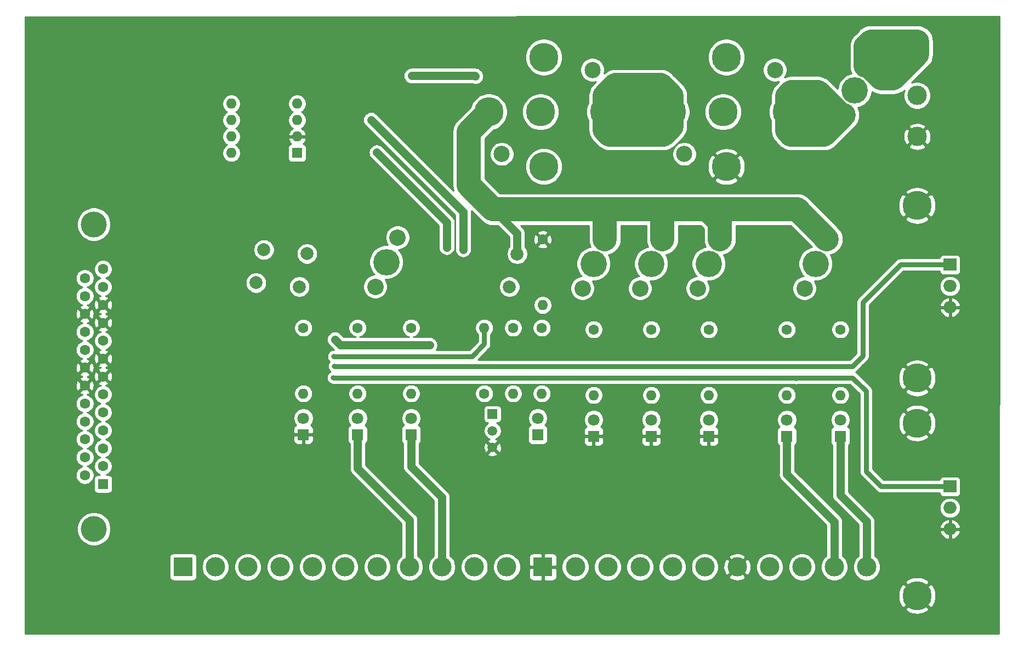
<source format=gbr>
%TF.GenerationSoftware,KiCad,Pcbnew,(5.1.6)-1*%
%TF.CreationDate,2022-10-06T16:18:31-07:00*%
%TF.ProjectId,Buggly Gruesome Aux,42756767-6c79-4204-9772-7565736f6d65,rev?*%
%TF.SameCoordinates,Original*%
%TF.FileFunction,Copper,L2,Bot*%
%TF.FilePolarity,Positive*%
%FSLAX46Y46*%
G04 Gerber Fmt 4.6, Leading zero omitted, Abs format (unit mm)*
G04 Created by KiCad (PCBNEW (5.1.6)-1) date 2022-10-06 16:18:31*
%MOMM*%
%LPD*%
G01*
G04 APERTURE LIST*
%TA.AperFunction,ComponentPad*%
%ADD10C,4.000000*%
%TD*%
%TA.AperFunction,ComponentPad*%
%ADD11C,1.600000*%
%TD*%
%TA.AperFunction,ComponentPad*%
%ADD12R,1.600000X1.600000*%
%TD*%
%TA.AperFunction,ComponentPad*%
%ADD13O,2.000000X1.905000*%
%TD*%
%TA.AperFunction,ComponentPad*%
%ADD14R,2.000000X1.905000*%
%TD*%
%TA.AperFunction,ComponentPad*%
%ADD15O,1.600000X1.600000*%
%TD*%
%TA.AperFunction,ComponentPad*%
%ADD16R,1.500000X1.500000*%
%TD*%
%TA.AperFunction,ComponentPad*%
%ADD17C,1.500000*%
%TD*%
%TA.AperFunction,ComponentPad*%
%ADD18C,2.500000*%
%TD*%
%TA.AperFunction,ComponentPad*%
%ADD19C,4.500000*%
%TD*%
%TA.AperFunction,ComponentPad*%
%ADD20C,3.000000*%
%TD*%
%TA.AperFunction,ComponentPad*%
%ADD21R,3.000000X3.000000*%
%TD*%
%TA.AperFunction,ComponentPad*%
%ADD22C,2.540000*%
%TD*%
%TA.AperFunction,ComponentPad*%
%ADD23C,4.064000*%
%TD*%
%TA.AperFunction,ComponentPad*%
%ADD24C,2.010000*%
%TD*%
%TA.AperFunction,ComponentPad*%
%ADD25C,1.800000*%
%TD*%
%TA.AperFunction,ComponentPad*%
%ADD26R,1.800000X1.800000*%
%TD*%
%TA.AperFunction,ViaPad*%
%ADD27C,0.800000*%
%TD*%
%TA.AperFunction,Conductor*%
%ADD28C,3.750000*%
%TD*%
%TA.AperFunction,Conductor*%
%ADD29C,1.250000*%
%TD*%
%TA.AperFunction,Conductor*%
%ADD30C,0.750000*%
%TD*%
%TA.AperFunction,Conductor*%
%ADD31C,0.254000*%
%TD*%
G04 APERTURE END LIST*
D10*
%TO.P,J1,0*%
%TO.N,N/C*%
X67165080Y-115532780D03*
X67165080Y-68432780D03*
D11*
%TO.P,J1,25*%
%TO.N,VRout*%
X65745080Y-76747780D03*
%TO.P,J1,24*%
%TO.N,ECU*%
X65745080Y-79517780D03*
%TO.P,J1,23*%
%TO.N,EGO-*%
X65745080Y-82287780D03*
%TO.P,J1,22*%
%TO.N,TachOut*%
X65745080Y-85057780D03*
%TO.P,J1,21*%
%TO.N,SpkB*%
X65745080Y-87827780D03*
%TO.P,J1,20*%
%TO.N,EGO-*%
X65745080Y-90597780D03*
%TO.P,J1,19*%
X65745080Y-93367780D03*
%TO.P,J1,18*%
%TO.N,Inj2-*%
X65745080Y-96137780D03*
%TO.P,J1,17*%
%TO.N,Inj1-*%
X65745080Y-98907780D03*
%TO.P,J1,16*%
%TO.N,SigRtn*%
X65745080Y-101677780D03*
%TO.P,J1,15*%
%TO.N,TPS*%
X65745080Y-104447780D03*
%TO.P,J1,14*%
%TO.N,CLT*%
X65745080Y-107217780D03*
%TO.P,J1,13*%
%TO.N,ASD*%
X68585080Y-75362780D03*
%TO.P,J1,12*%
%TO.N,Net-(F1-Pad1)*%
X68585080Y-78132780D03*
%TO.P,J1,11*%
%TO.N,EGO-*%
X68585080Y-80902780D03*
%TO.P,J1,10*%
X68585080Y-83672780D03*
%TO.P,J1,9*%
%TO.N,SpkA*%
X68585080Y-86442780D03*
%TO.P,J1,8*%
%TO.N,EGO-*%
X68585080Y-89212780D03*
%TO.P,J1,7*%
X68585080Y-91982780D03*
%TO.P,J1,6*%
%TO.N,Inj2-*%
X68585080Y-94752780D03*
%TO.P,J1,5*%
%TO.N,Inj1-*%
X68585080Y-97522780D03*
%TO.P,J1,4*%
%TO.N,Idle-*%
X68585080Y-100292780D03*
%TO.P,J1,3*%
%TO.N,SigRtn*%
X68585080Y-103062780D03*
%TO.P,J1,2*%
%TO.N,O2*%
X68585080Y-105832780D03*
D12*
%TO.P,J1,1*%
%TO.N,MAT*%
X68585080Y-108602780D03*
%TD*%
D13*
%TO.P,Q3,3*%
%TO.N,EGO-*%
X199390000Y-115570000D03*
%TO.P,Q3,2*%
%TO.N,CoilB*%
X199390000Y-112268000D03*
D14*
%TO.P,Q3,1*%
%TO.N,SpkB*%
X199390000Y-108966000D03*
%TD*%
D13*
%TO.P,Q2,3*%
%TO.N,EGO-*%
X199390000Y-81280000D03*
%TO.P,Q2,2*%
%TO.N,CoilA*%
X199390000Y-77978000D03*
D14*
%TO.P,Q2,1*%
%TO.N,SpkA*%
X199390000Y-74676000D03*
%TD*%
D15*
%TO.P,R12,2*%
%TO.N,Net-(Q1-Pad2)*%
X136466580Y-80932020D03*
D11*
%TO.P,R12,1*%
%TO.N,EGO-*%
X136466580Y-70772020D03*
%TD*%
D12*
%TO.P,U1,1*%
%TO.N,VR-*%
X98552000Y-57404000D03*
D15*
%TO.P,U1,5*%
%TO.N,5Vlt*%
X88392000Y-49784000D03*
%TO.P,U1,2*%
%TO.N,EGO-*%
X98552000Y-54864000D03*
%TO.P,U1,6*%
%TO.N,Net-(U1-Pad6)*%
X88392000Y-52324000D03*
%TO.P,U1,3*%
%TO.N,VR+*%
X98552000Y-52324000D03*
%TO.P,U1,7*%
%TO.N,VRout*%
X88392000Y-54864000D03*
%TO.P,U1,4*%
%TO.N,Net-(U1-Pad4)*%
X98552000Y-49784000D03*
%TO.P,U1,8*%
%TO.N,Net-(U1-Pad8)*%
X88392000Y-57404000D03*
%TD*%
%TO.P,R11,2*%
%TO.N,Net-(D9-Pad2)*%
X162128200Y-94843600D03*
D11*
%TO.P,R11,1*%
%TO.N,EGO+*%
X162128200Y-84683600D03*
%TD*%
D15*
%TO.P,R10,2*%
%TO.N,Net-(D8-Pad2)*%
X153238200Y-94843600D03*
D11*
%TO.P,R10,1*%
%TO.N,Idle+*%
X153238200Y-84683600D03*
%TD*%
D15*
%TO.P,R9,2*%
%TO.N,Net-(D7-Pad2)*%
X144348200Y-94843600D03*
D11*
%TO.P,R9,1*%
%TO.N,FlPmp*%
X144348200Y-84683600D03*
%TD*%
D15*
%TO.P,R8,2*%
%TO.N,Net-(D6-Pad2)*%
X182448200Y-94843600D03*
D11*
%TO.P,R8,1*%
%TO.N,Coils+*%
X182448200Y-84683600D03*
%TD*%
D15*
%TO.P,R7,2*%
%TO.N,Net-(D5-Pad2)*%
X174193200Y-94843600D03*
D11*
%TO.P,R7,1*%
%TO.N,Coils+*%
X174193200Y-84683600D03*
%TD*%
D15*
%TO.P,R6,2*%
%TO.N,Net-(D4-Pad2)*%
X116154200Y-94589600D03*
D11*
%TO.P,R6,1*%
%TO.N,Injs+*%
X116154200Y-84429600D03*
%TD*%
D15*
%TO.P,R5,2*%
%TO.N,Net-(D3-Pad2)*%
X107899200Y-94589600D03*
D11*
%TO.P,R5,1*%
%TO.N,Injs+*%
X107899200Y-84429600D03*
%TD*%
D15*
%TO.P,R4,2*%
%TO.N,Net-(D2-Pad2)*%
X136347200Y-94589600D03*
D11*
%TO.P,R4,1*%
%TO.N,Net-(F4-Pad2)*%
X136347200Y-84429600D03*
%TD*%
D15*
%TO.P,R3,2*%
%TO.N,Tach*%
X131902200Y-94589600D03*
D11*
%TO.P,R3,1*%
%TO.N,Net-(F4-Pad2)*%
X131902200Y-84429600D03*
%TD*%
D15*
%TO.P,R2,2*%
%TO.N,TachOut*%
X127457200Y-84429600D03*
D11*
%TO.P,R2,1*%
%TO.N,Net-(Q1-Pad2)*%
X127457200Y-94589600D03*
%TD*%
D15*
%TO.P,R1,2*%
%TO.N,Net-(D1-Pad2)*%
X99517200Y-94589600D03*
D11*
%TO.P,R1,1*%
%TO.N,ECU*%
X99517200Y-84429600D03*
%TD*%
D16*
%TO.P,Q1,1*%
%TO.N,Tach*%
X128727200Y-97764600D03*
D17*
%TO.P,Q1,3*%
%TO.N,EGO-*%
X128727200Y-102964600D03*
%TO.P,Q1,2*%
%TO.N,Net-(Q1-Pad2)*%
X128727200Y-100364600D03*
%TD*%
D18*
%TO.P,K2,*%
%TO.N,*%
X130150000Y-57554000D03*
X144150000Y-44554000D03*
D19*
%TO.P,K2,86*%
%TO.N,Net-(F2-Pad2)*%
X136650000Y-42604000D03*
%TO.P,K2,85*%
%TO.N,ASD*%
X136650000Y-59504000D03*
%TO.P,K2,87*%
%TO.N,Net-(F4-Pad1)*%
X128150000Y-51054000D03*
%TO.P,K2,87A*%
%TO.N,Net-(K2-Pad87A)*%
X136150000Y-51054000D03*
%TO.P,K2,30*%
%TO.N,Net-(F2-Pad2)*%
X146050000Y-51054000D03*
%TD*%
D18*
%TO.P,K1,*%
%TO.N,*%
X158344000Y-57554000D03*
X172344000Y-44554000D03*
D19*
%TO.P,K1,86*%
%TO.N,12VoltSwitched*%
X164844000Y-42604000D03*
%TO.P,K1,85*%
%TO.N,EGO-*%
X164844000Y-59504000D03*
%TO.P,K1,87*%
%TO.N,Net-(F2-Pad2)*%
X156344000Y-51054000D03*
%TO.P,K1,87A*%
%TO.N,Net-(K1-Pad87A)*%
X164344000Y-51054000D03*
%TO.P,K1,30*%
%TO.N,Net-(F3-Pad1)*%
X174244000Y-51054000D03*
%TD*%
D20*
%TO.P,J4,3*%
%TO.N,EGO-*%
X194310000Y-54864000D03*
%TO.P,J4,2*%
%TO.N,12VoltSwitched*%
X194310000Y-48514000D03*
%TO.P,J4,1*%
%TO.N,12VoltUnswitched*%
X194310000Y-42164000D03*
%TD*%
D21*
%TO.P,J3,1*%
%TO.N,EGO-*%
X136518600Y-121412000D03*
D20*
%TO.P,J3,11*%
%TO.N,CoilB*%
X186518600Y-121412000D03*
%TO.P,J3,10*%
%TO.N,CoilA*%
X181518600Y-121412000D03*
%TO.P,J3,9*%
%TO.N,Coils+*%
X176518600Y-121412000D03*
%TO.P,J3,8*%
%TO.N,EGO+*%
X171518600Y-121412000D03*
%TO.P,J3,7*%
%TO.N,EGO-*%
X166518600Y-121412000D03*
%TO.P,J3,2*%
%TO.N,VR-*%
X141518600Y-121412000D03*
%TO.P,J3,3*%
%TO.N,VR+*%
X146518600Y-121412000D03*
%TO.P,J3,4*%
%TO.N,Tach*%
X151518600Y-121412000D03*
%TO.P,J3,5*%
%TO.N,FlPmp*%
X156518600Y-121412000D03*
%TO.P,J3,6*%
%TO.N,Idle+*%
X161518600Y-121412000D03*
%TD*%
D21*
%TO.P,J2,1*%
%TO.N,MAT*%
X80918000Y-121412000D03*
D20*
%TO.P,J2,11*%
%TO.N,5Vlt*%
X130918000Y-121412000D03*
%TO.P,J2,10*%
%TO.N,Injs+*%
X125918000Y-121412000D03*
%TO.P,J2,9*%
%TO.N,Inj2-*%
X120918000Y-121412000D03*
%TO.P,J2,8*%
%TO.N,Inj1-*%
X115918000Y-121412000D03*
%TO.P,J2,7*%
%TO.N,Idle-*%
X110918000Y-121412000D03*
%TO.P,J2,2*%
%TO.N,CLT*%
X85918000Y-121412000D03*
%TO.P,J2,3*%
%TO.N,O2*%
X90918000Y-121412000D03*
%TO.P,J2,4*%
%TO.N,TPS*%
X95918000Y-121412000D03*
%TO.P,J2,5*%
%TO.N,SigRtn*%
X100918000Y-121412000D03*
%TO.P,J2,6*%
X105918000Y-121412000D03*
%TD*%
D19*
%TO.P,HS2,2*%
%TO.N,EGO-*%
X194310000Y-99187000D03*
%TO.P,HS2,1*%
X194310000Y-125857000D03*
%TD*%
%TO.P,HS1,2*%
%TO.N,EGO-*%
X194310000Y-65532000D03*
%TO.P,HS1,1*%
X194310000Y-92202000D03*
%TD*%
D22*
%TO.P,F9,1*%
%TO.N,Net-(F4-Pad1)*%
X163855400Y-70713600D03*
%TO.P,F9,2*%
%TO.N,EGO+*%
X160401000Y-78333600D03*
D23*
%TO.P,F9,*%
%TO.N,*%
X162128200Y-74523600D03*
%TD*%
D22*
%TO.P,F8,1*%
%TO.N,Net-(F4-Pad1)*%
X154965400Y-70713600D03*
%TO.P,F8,2*%
%TO.N,Idle+*%
X151511000Y-78333600D03*
D23*
%TO.P,F8,*%
%TO.N,*%
X153238200Y-74523600D03*
%TD*%
D22*
%TO.P,F7,1*%
%TO.N,Net-(F4-Pad1)*%
X146075400Y-70713600D03*
%TO.P,F7,2*%
%TO.N,FlPmp*%
X142621000Y-78333600D03*
D23*
%TO.P,F7,*%
%TO.N,*%
X144348200Y-74523600D03*
%TD*%
D22*
%TO.P,F6,1*%
%TO.N,Net-(F4-Pad1)*%
X180365400Y-70713600D03*
%TO.P,F6,2*%
%TO.N,Coils+*%
X176911000Y-78333600D03*
D23*
%TO.P,F6,*%
%TO.N,*%
X178638200Y-74523600D03*
%TD*%
D22*
%TO.P,F5,1*%
%TO.N,Net-(F4-Pad1)*%
X114071400Y-70459600D03*
%TO.P,F5,2*%
%TO.N,Injs+*%
X110617000Y-78079600D03*
D23*
%TO.P,F5,*%
%TO.N,*%
X112344200Y-74269600D03*
%TD*%
D24*
%TO.P,F4,2*%
%TO.N,Net-(F4-Pad2)*%
X131337200Y-78099600D03*
%TO.P,F4,1*%
%TO.N,Net-(F4-Pad1)*%
X132537200Y-72999600D03*
%TD*%
D22*
%TO.P,F3,1*%
%TO.N,Net-(F3-Pad1)*%
X182930800Y-51562000D03*
%TO.P,F3,2*%
%TO.N,12VoltUnswitched*%
X186385200Y-43942000D03*
D23*
%TO.P,F3,*%
%TO.N,*%
X184658000Y-47752000D03*
%TD*%
D24*
%TO.P,F2,2*%
%TO.N,Net-(F2-Pad2)*%
X100082200Y-72979600D03*
%TO.P,F2,1*%
%TO.N,ECU*%
X98882200Y-78079600D03*
%TD*%
%TO.P,F1,2*%
%TO.N,5Vlt*%
X93402000Y-72370000D03*
%TO.P,F1,1*%
%TO.N,Net-(F1-Pad1)*%
X92202000Y-77470000D03*
%TD*%
D25*
%TO.P,D9,2*%
%TO.N,Net-(D9-Pad2)*%
X162128200Y-98653600D03*
D26*
%TO.P,D9,1*%
%TO.N,EGO-*%
X162128200Y-101193600D03*
%TD*%
D25*
%TO.P,D8,2*%
%TO.N,Net-(D8-Pad2)*%
X153238200Y-98653600D03*
D26*
%TO.P,D8,1*%
%TO.N,EGO-*%
X153238200Y-101193600D03*
%TD*%
D25*
%TO.P,D7,2*%
%TO.N,Net-(D7-Pad2)*%
X144348200Y-98653600D03*
D26*
%TO.P,D7,1*%
%TO.N,EGO-*%
X144348200Y-101193600D03*
%TD*%
D25*
%TO.P,D6,2*%
%TO.N,Net-(D6-Pad2)*%
X182448200Y-98653600D03*
D26*
%TO.P,D6,1*%
%TO.N,CoilB*%
X182448200Y-101193600D03*
%TD*%
D25*
%TO.P,D5,2*%
%TO.N,Net-(D5-Pad2)*%
X174193200Y-98653600D03*
D26*
%TO.P,D5,1*%
%TO.N,CoilA*%
X174193200Y-101193600D03*
%TD*%
D25*
%TO.P,D4,2*%
%TO.N,Net-(D4-Pad2)*%
X116154200Y-98399600D03*
D26*
%TO.P,D4,1*%
%TO.N,Inj2-*%
X116154200Y-100939600D03*
%TD*%
D25*
%TO.P,D3,2*%
%TO.N,Net-(D3-Pad2)*%
X107899200Y-98399600D03*
D26*
%TO.P,D3,1*%
%TO.N,Inj1-*%
X107899200Y-100939600D03*
%TD*%
D25*
%TO.P,D2,2*%
%TO.N,Net-(D2-Pad2)*%
X135712200Y-98399600D03*
D26*
%TO.P,D2,1*%
%TO.N,Tach*%
X135712200Y-100939600D03*
%TD*%
D25*
%TO.P,D1,2*%
%TO.N,Net-(D1-Pad2)*%
X99517200Y-98399600D03*
D26*
%TO.P,D1,1*%
%TO.N,EGO-*%
X99517200Y-100939600D03*
%TD*%
D27*
%TO.N,SpkB*%
X104134920Y-92143580D03*
%TO.N,TachOut*%
X104223820Y-88856820D03*
%TO.N,SpkA*%
X104312720Y-90365580D03*
%TO.N,VR+*%
X124206000Y-72326500D03*
X109976920Y-52298600D03*
%TO.N,VR-*%
X121650760Y-71988680D03*
X110843060Y-57322720D03*
%TO.N,EGO-*%
X95907860Y-78935580D03*
X85250020Y-80152240D03*
X85148420Y-73860660D03*
X88244680Y-62948820D03*
X91137740Y-54980840D03*
%TO.N,5Vlt*%
X119011700Y-87091520D03*
X104396540Y-86230460D03*
%TO.N,ASD*%
X116245640Y-45453300D03*
X126105920Y-45542200D03*
%TD*%
D28*
%TO.N,Net-(F2-Pad2)*%
X156344000Y-51054000D02*
X146050000Y-51054000D01*
X156344000Y-51054000D02*
X156344000Y-48541320D01*
X156344000Y-48541320D02*
X154719020Y-46916340D01*
X154719020Y-46916340D02*
X147703540Y-46916340D01*
X146050000Y-48569880D02*
X146050000Y-51054000D01*
X147703540Y-46916340D02*
X146050000Y-48569880D01*
X156344000Y-51054000D02*
X156100780Y-51054000D01*
X156100780Y-51054000D02*
X154096720Y-49049940D01*
X148054060Y-49049940D02*
X146050000Y-51054000D01*
X154096720Y-49049940D02*
X148054060Y-49049940D01*
X156344000Y-51054000D02*
X156344000Y-53284740D01*
X156344000Y-53284740D02*
X155074620Y-54554120D01*
X155074620Y-54554120D02*
X146814540Y-54554120D01*
X146050000Y-53789580D02*
X146050000Y-51054000D01*
X146814540Y-54554120D02*
X146050000Y-53789580D01*
%TO.N,Net-(F3-Pad1)*%
X174752000Y-51562000D02*
X174244000Y-51054000D01*
X182930800Y-51562000D02*
X174752000Y-51562000D01*
X174244000Y-53921660D02*
X174244000Y-51054000D01*
X174873920Y-54551580D02*
X174244000Y-53921660D01*
X182930800Y-51562000D02*
X179941220Y-54551580D01*
X179941220Y-54551580D02*
X174873920Y-54551580D01*
X182930800Y-51562000D02*
X182542180Y-51562000D01*
X182542180Y-51562000D02*
X178963320Y-47983140D01*
X178963320Y-47983140D02*
X174879000Y-47983140D01*
X174244000Y-48618140D02*
X174244000Y-51054000D01*
X174879000Y-47983140D02*
X174244000Y-48618140D01*
%TO.N,12VoltUnswitched*%
X188163200Y-42164000D02*
X186385200Y-43942000D01*
X194310000Y-42164000D02*
X188163200Y-42164000D01*
X194310000Y-42164000D02*
X194310000Y-40147240D01*
X186385200Y-43942000D02*
X186385200Y-40916860D01*
X187154820Y-40147240D02*
X194310000Y-40147240D01*
X186385200Y-40916860D02*
X187154820Y-40147240D01*
X194310000Y-42164000D02*
X190621920Y-45852080D01*
X186854921Y-43942000D02*
X186385200Y-43942000D01*
X190621920Y-45852080D02*
X188765001Y-45852080D01*
X188765001Y-45852080D02*
X186854921Y-43942000D01*
%TO.N,Net-(F4-Pad1)*%
X128150000Y-51054000D02*
X125049280Y-54154720D01*
X125049280Y-54154720D02*
X125049280Y-62372240D01*
X125049280Y-62372240D02*
X128805940Y-66128900D01*
X175780700Y-66128900D02*
X180365400Y-70713600D01*
X163855400Y-68079620D02*
X161904680Y-66128900D01*
X163855400Y-70713600D02*
X163855400Y-68079620D01*
X161904680Y-66128900D02*
X175780700Y-66128900D01*
X154965400Y-70713600D02*
X154965400Y-66314320D01*
X154965400Y-66314320D02*
X155150820Y-66128900D01*
X155150820Y-66128900D02*
X161904680Y-66128900D01*
X146075400Y-66337180D02*
X145867120Y-66128900D01*
X146075400Y-70713600D02*
X146075400Y-66337180D01*
X128805940Y-66128900D02*
X145867120Y-66128900D01*
X145867120Y-66128900D02*
X155150820Y-66128900D01*
D29*
X132537200Y-69860160D02*
X128805940Y-66128900D01*
X132537200Y-72999600D02*
X132537200Y-69860160D01*
D30*
%TO.N,SpkB*%
X175628300Y-92143580D02*
X175628300Y-92229940D01*
X104134920Y-92143580D02*
X175628300Y-92143580D01*
X175628300Y-92143580D02*
X184345580Y-92143580D01*
X184345580Y-92143580D02*
X186436000Y-94234000D01*
X186436000Y-94234000D02*
X186436000Y-106680000D01*
X188722000Y-108966000D02*
X199390000Y-108966000D01*
X186436000Y-106680000D02*
X188722000Y-108966000D01*
%TO.N,TachOut*%
X104223820Y-88856820D02*
X125539500Y-88856820D01*
X127457200Y-86939120D02*
X127457200Y-84429600D01*
X125539500Y-88856820D02*
X127457200Y-86939120D01*
%TO.N,SpkA*%
X191770000Y-74676000D02*
X199390000Y-74676000D01*
X185930540Y-80515460D02*
X191770000Y-74676000D01*
X185930540Y-88767920D02*
X185930540Y-80515460D01*
X104312720Y-90365580D02*
X184332880Y-90365580D01*
X184332880Y-90365580D02*
X185930540Y-88767920D01*
D29*
%TO.N,VR+*%
X124206000Y-72326500D02*
X124206000Y-66527680D01*
X124206000Y-66527680D02*
X109976920Y-52298600D01*
%TO.N,VR-*%
X121650760Y-71988680D02*
X121650760Y-69654420D01*
X121650760Y-69654420D02*
X121650760Y-68130420D01*
X121650760Y-68130420D02*
X110843060Y-57322720D01*
%TO.N,Inj1-*%
X107899200Y-100939600D02*
X107899200Y-106146600D01*
X115918000Y-114165400D02*
X115918000Y-121412000D01*
X107899200Y-106146600D02*
X115918000Y-114165400D01*
%TO.N,Inj2-*%
X116154200Y-100939600D02*
X116154200Y-105877360D01*
X120918000Y-110641160D02*
X120918000Y-121412000D01*
X116154200Y-105877360D02*
X120918000Y-110641160D01*
%TO.N,CoilA*%
X174193200Y-101193600D02*
X174193200Y-107076240D01*
X181518600Y-114401640D02*
X181518600Y-121412000D01*
X174193200Y-107076240D02*
X181518600Y-114401640D01*
%TO.N,CoilB*%
X182448200Y-101193600D02*
X182448200Y-101478080D01*
X182448200Y-101193600D02*
X182448200Y-110312200D01*
X186518600Y-114382600D02*
X186518600Y-121412000D01*
X182448200Y-110312200D02*
X186518600Y-114382600D01*
%TO.N,5Vlt*%
X119011700Y-87091520D02*
X105257600Y-87091520D01*
X105257600Y-87091520D02*
X104396540Y-86230460D01*
%TO.N,ASD*%
X116245640Y-45453300D02*
X126017020Y-45453300D01*
X126017020Y-45453300D02*
X126105920Y-45542200D01*
%TD*%
D31*
%TO.N,EGO-*%
G36*
X206966000Y-61627990D02*
G01*
X206900898Y-131732020D01*
X56553100Y-131732020D01*
X56553100Y-127882340D01*
X192464265Y-127882340D01*
X192710416Y-128274704D01*
X193212822Y-128540312D01*
X193757393Y-128702801D01*
X194323199Y-128755928D01*
X194888498Y-128697652D01*
X195431566Y-128530210D01*
X195909584Y-128274704D01*
X196155735Y-127882340D01*
X194310000Y-126036605D01*
X192464265Y-127882340D01*
X56553100Y-127882340D01*
X56553100Y-125870199D01*
X191411072Y-125870199D01*
X191469348Y-126435498D01*
X191636790Y-126978566D01*
X191892296Y-127456584D01*
X192284660Y-127702735D01*
X194130395Y-125857000D01*
X194489605Y-125857000D01*
X196335340Y-127702735D01*
X196727704Y-127456584D01*
X196993312Y-126954178D01*
X197155801Y-126409607D01*
X197208928Y-125843801D01*
X197150652Y-125278502D01*
X196983210Y-124735434D01*
X196727704Y-124257416D01*
X196335340Y-124011265D01*
X194489605Y-125857000D01*
X194130395Y-125857000D01*
X192284660Y-124011265D01*
X191892296Y-124257416D01*
X191626688Y-124759822D01*
X191464199Y-125304393D01*
X191411072Y-125870199D01*
X56553100Y-125870199D01*
X56553100Y-123831660D01*
X192464265Y-123831660D01*
X194310000Y-125677395D01*
X196155735Y-123831660D01*
X195909584Y-123439296D01*
X195407178Y-123173688D01*
X194862607Y-123011199D01*
X194296801Y-122958072D01*
X193731502Y-123016348D01*
X193188434Y-123183790D01*
X192710416Y-123439296D01*
X192464265Y-123831660D01*
X56553100Y-123831660D01*
X56553100Y-119912000D01*
X78779928Y-119912000D01*
X78779928Y-122912000D01*
X78792188Y-123036482D01*
X78828498Y-123156180D01*
X78887463Y-123266494D01*
X78966815Y-123363185D01*
X79063506Y-123442537D01*
X79173820Y-123501502D01*
X79293518Y-123537812D01*
X79418000Y-123550072D01*
X82418000Y-123550072D01*
X82542482Y-123537812D01*
X82662180Y-123501502D01*
X82772494Y-123442537D01*
X82869185Y-123363185D01*
X82948537Y-123266494D01*
X83007502Y-123156180D01*
X83043812Y-123036482D01*
X83056072Y-122912000D01*
X83056072Y-121201721D01*
X83783000Y-121201721D01*
X83783000Y-121622279D01*
X83865047Y-122034756D01*
X84025988Y-122423302D01*
X84259637Y-122772983D01*
X84557017Y-123070363D01*
X84906698Y-123304012D01*
X85295244Y-123464953D01*
X85707721Y-123547000D01*
X86128279Y-123547000D01*
X86540756Y-123464953D01*
X86929302Y-123304012D01*
X87278983Y-123070363D01*
X87576363Y-122772983D01*
X87810012Y-122423302D01*
X87970953Y-122034756D01*
X88053000Y-121622279D01*
X88053000Y-121201721D01*
X88783000Y-121201721D01*
X88783000Y-121622279D01*
X88865047Y-122034756D01*
X89025988Y-122423302D01*
X89259637Y-122772983D01*
X89557017Y-123070363D01*
X89906698Y-123304012D01*
X90295244Y-123464953D01*
X90707721Y-123547000D01*
X91128279Y-123547000D01*
X91540756Y-123464953D01*
X91929302Y-123304012D01*
X92278983Y-123070363D01*
X92576363Y-122772983D01*
X92810012Y-122423302D01*
X92970953Y-122034756D01*
X93053000Y-121622279D01*
X93053000Y-121201721D01*
X93783000Y-121201721D01*
X93783000Y-121622279D01*
X93865047Y-122034756D01*
X94025988Y-122423302D01*
X94259637Y-122772983D01*
X94557017Y-123070363D01*
X94906698Y-123304012D01*
X95295244Y-123464953D01*
X95707721Y-123547000D01*
X96128279Y-123547000D01*
X96540756Y-123464953D01*
X96929302Y-123304012D01*
X97278983Y-123070363D01*
X97576363Y-122772983D01*
X97810012Y-122423302D01*
X97970953Y-122034756D01*
X98053000Y-121622279D01*
X98053000Y-121201721D01*
X98783000Y-121201721D01*
X98783000Y-121622279D01*
X98865047Y-122034756D01*
X99025988Y-122423302D01*
X99259637Y-122772983D01*
X99557017Y-123070363D01*
X99906698Y-123304012D01*
X100295244Y-123464953D01*
X100707721Y-123547000D01*
X101128279Y-123547000D01*
X101540756Y-123464953D01*
X101929302Y-123304012D01*
X102278983Y-123070363D01*
X102576363Y-122772983D01*
X102810012Y-122423302D01*
X102970953Y-122034756D01*
X103053000Y-121622279D01*
X103053000Y-121201721D01*
X103783000Y-121201721D01*
X103783000Y-121622279D01*
X103865047Y-122034756D01*
X104025988Y-122423302D01*
X104259637Y-122772983D01*
X104557017Y-123070363D01*
X104906698Y-123304012D01*
X105295244Y-123464953D01*
X105707721Y-123547000D01*
X106128279Y-123547000D01*
X106540756Y-123464953D01*
X106929302Y-123304012D01*
X107278983Y-123070363D01*
X107576363Y-122772983D01*
X107810012Y-122423302D01*
X107970953Y-122034756D01*
X108053000Y-121622279D01*
X108053000Y-121201721D01*
X108783000Y-121201721D01*
X108783000Y-121622279D01*
X108865047Y-122034756D01*
X109025988Y-122423302D01*
X109259637Y-122772983D01*
X109557017Y-123070363D01*
X109906698Y-123304012D01*
X110295244Y-123464953D01*
X110707721Y-123547000D01*
X111128279Y-123547000D01*
X111540756Y-123464953D01*
X111929302Y-123304012D01*
X112278983Y-123070363D01*
X112576363Y-122772983D01*
X112810012Y-122423302D01*
X112970953Y-122034756D01*
X113053000Y-121622279D01*
X113053000Y-121201721D01*
X112970953Y-120789244D01*
X112810012Y-120400698D01*
X112576363Y-120051017D01*
X112278983Y-119753637D01*
X111929302Y-119519988D01*
X111540756Y-119359047D01*
X111128279Y-119277000D01*
X110707721Y-119277000D01*
X110295244Y-119359047D01*
X109906698Y-119519988D01*
X109557017Y-119753637D01*
X109259637Y-120051017D01*
X109025988Y-120400698D01*
X108865047Y-120789244D01*
X108783000Y-121201721D01*
X108053000Y-121201721D01*
X107970953Y-120789244D01*
X107810012Y-120400698D01*
X107576363Y-120051017D01*
X107278983Y-119753637D01*
X106929302Y-119519988D01*
X106540756Y-119359047D01*
X106128279Y-119277000D01*
X105707721Y-119277000D01*
X105295244Y-119359047D01*
X104906698Y-119519988D01*
X104557017Y-119753637D01*
X104259637Y-120051017D01*
X104025988Y-120400698D01*
X103865047Y-120789244D01*
X103783000Y-121201721D01*
X103053000Y-121201721D01*
X102970953Y-120789244D01*
X102810012Y-120400698D01*
X102576363Y-120051017D01*
X102278983Y-119753637D01*
X101929302Y-119519988D01*
X101540756Y-119359047D01*
X101128279Y-119277000D01*
X100707721Y-119277000D01*
X100295244Y-119359047D01*
X99906698Y-119519988D01*
X99557017Y-119753637D01*
X99259637Y-120051017D01*
X99025988Y-120400698D01*
X98865047Y-120789244D01*
X98783000Y-121201721D01*
X98053000Y-121201721D01*
X97970953Y-120789244D01*
X97810012Y-120400698D01*
X97576363Y-120051017D01*
X97278983Y-119753637D01*
X96929302Y-119519988D01*
X96540756Y-119359047D01*
X96128279Y-119277000D01*
X95707721Y-119277000D01*
X95295244Y-119359047D01*
X94906698Y-119519988D01*
X94557017Y-119753637D01*
X94259637Y-120051017D01*
X94025988Y-120400698D01*
X93865047Y-120789244D01*
X93783000Y-121201721D01*
X93053000Y-121201721D01*
X92970953Y-120789244D01*
X92810012Y-120400698D01*
X92576363Y-120051017D01*
X92278983Y-119753637D01*
X91929302Y-119519988D01*
X91540756Y-119359047D01*
X91128279Y-119277000D01*
X90707721Y-119277000D01*
X90295244Y-119359047D01*
X89906698Y-119519988D01*
X89557017Y-119753637D01*
X89259637Y-120051017D01*
X89025988Y-120400698D01*
X88865047Y-120789244D01*
X88783000Y-121201721D01*
X88053000Y-121201721D01*
X87970953Y-120789244D01*
X87810012Y-120400698D01*
X87576363Y-120051017D01*
X87278983Y-119753637D01*
X86929302Y-119519988D01*
X86540756Y-119359047D01*
X86128279Y-119277000D01*
X85707721Y-119277000D01*
X85295244Y-119359047D01*
X84906698Y-119519988D01*
X84557017Y-119753637D01*
X84259637Y-120051017D01*
X84025988Y-120400698D01*
X83865047Y-120789244D01*
X83783000Y-121201721D01*
X83056072Y-121201721D01*
X83056072Y-119912000D01*
X83043812Y-119787518D01*
X83007502Y-119667820D01*
X82948537Y-119557506D01*
X82869185Y-119460815D01*
X82772494Y-119381463D01*
X82662180Y-119322498D01*
X82542482Y-119286188D01*
X82418000Y-119273928D01*
X79418000Y-119273928D01*
X79293518Y-119286188D01*
X79173820Y-119322498D01*
X79063506Y-119381463D01*
X78966815Y-119460815D01*
X78887463Y-119557506D01*
X78828498Y-119667820D01*
X78792188Y-119787518D01*
X78779928Y-119912000D01*
X56553100Y-119912000D01*
X56553100Y-115273255D01*
X64530080Y-115273255D01*
X64530080Y-115792305D01*
X64631341Y-116301381D01*
X64829973Y-116780921D01*
X65118342Y-117212495D01*
X65485365Y-117579518D01*
X65916939Y-117867887D01*
X66396479Y-118066519D01*
X66905555Y-118167780D01*
X67424605Y-118167780D01*
X67933681Y-118066519D01*
X68413221Y-117867887D01*
X68844795Y-117579518D01*
X69211818Y-117212495D01*
X69500187Y-116780921D01*
X69698819Y-116301381D01*
X69800080Y-115792305D01*
X69800080Y-115273255D01*
X69698819Y-114764179D01*
X69500187Y-114284639D01*
X69211818Y-113853065D01*
X68844795Y-113486042D01*
X68413221Y-113197673D01*
X67933681Y-112999041D01*
X67424605Y-112897780D01*
X66905555Y-112897780D01*
X66396479Y-112999041D01*
X65916939Y-113197673D01*
X65485365Y-113486042D01*
X65118342Y-113853065D01*
X64829973Y-114284639D01*
X64631341Y-114764179D01*
X64530080Y-115273255D01*
X56553100Y-115273255D01*
X56553100Y-95996445D01*
X64310080Y-95996445D01*
X64310080Y-96279115D01*
X64365227Y-96556354D01*
X64473400Y-96817507D01*
X64630443Y-97052539D01*
X64830321Y-97252417D01*
X65065353Y-97409460D01*
X65326506Y-97517633D01*
X65352381Y-97522780D01*
X65326506Y-97527927D01*
X65065353Y-97636100D01*
X64830321Y-97793143D01*
X64630443Y-97993021D01*
X64473400Y-98228053D01*
X64365227Y-98489206D01*
X64310080Y-98766445D01*
X64310080Y-99049115D01*
X64365227Y-99326354D01*
X64473400Y-99587507D01*
X64630443Y-99822539D01*
X64830321Y-100022417D01*
X65065353Y-100179460D01*
X65326506Y-100287633D01*
X65352381Y-100292780D01*
X65326506Y-100297927D01*
X65065353Y-100406100D01*
X64830321Y-100563143D01*
X64630443Y-100763021D01*
X64473400Y-100998053D01*
X64365227Y-101259206D01*
X64310080Y-101536445D01*
X64310080Y-101819115D01*
X64365227Y-102096354D01*
X64473400Y-102357507D01*
X64630443Y-102592539D01*
X64830321Y-102792417D01*
X65065353Y-102949460D01*
X65326506Y-103057633D01*
X65352381Y-103062780D01*
X65326506Y-103067927D01*
X65065353Y-103176100D01*
X64830321Y-103333143D01*
X64630443Y-103533021D01*
X64473400Y-103768053D01*
X64365227Y-104029206D01*
X64310080Y-104306445D01*
X64310080Y-104589115D01*
X64365227Y-104866354D01*
X64473400Y-105127507D01*
X64630443Y-105362539D01*
X64830321Y-105562417D01*
X65065353Y-105719460D01*
X65326506Y-105827633D01*
X65352381Y-105832780D01*
X65326506Y-105837927D01*
X65065353Y-105946100D01*
X64830321Y-106103143D01*
X64630443Y-106303021D01*
X64473400Y-106538053D01*
X64365227Y-106799206D01*
X64310080Y-107076445D01*
X64310080Y-107359115D01*
X64365227Y-107636354D01*
X64473400Y-107897507D01*
X64630443Y-108132539D01*
X64830321Y-108332417D01*
X65065353Y-108489460D01*
X65326506Y-108597633D01*
X65603745Y-108652780D01*
X65886415Y-108652780D01*
X66163654Y-108597633D01*
X66424807Y-108489460D01*
X66659839Y-108332417D01*
X66859717Y-108132539D01*
X67016760Y-107897507D01*
X67055997Y-107802780D01*
X67147008Y-107802780D01*
X67147008Y-109402780D01*
X67159268Y-109527262D01*
X67195578Y-109646960D01*
X67254543Y-109757274D01*
X67333895Y-109853965D01*
X67430586Y-109933317D01*
X67540900Y-109992282D01*
X67660598Y-110028592D01*
X67785080Y-110040852D01*
X69385080Y-110040852D01*
X69509562Y-110028592D01*
X69629260Y-109992282D01*
X69739574Y-109933317D01*
X69836265Y-109853965D01*
X69915617Y-109757274D01*
X69974582Y-109646960D01*
X70010892Y-109527262D01*
X70023152Y-109402780D01*
X70023152Y-107802780D01*
X70010892Y-107678298D01*
X69974582Y-107558600D01*
X69915617Y-107448286D01*
X69836265Y-107351595D01*
X69739574Y-107272243D01*
X69629260Y-107213278D01*
X69509562Y-107176968D01*
X69385080Y-107164708D01*
X69119355Y-107164708D01*
X69264807Y-107104460D01*
X69499839Y-106947417D01*
X69699717Y-106747539D01*
X69856760Y-106512507D01*
X69964933Y-106251354D01*
X70020080Y-105974115D01*
X70020080Y-105691445D01*
X69964933Y-105414206D01*
X69856760Y-105153053D01*
X69699717Y-104918021D01*
X69499839Y-104718143D01*
X69264807Y-104561100D01*
X69003654Y-104452927D01*
X68977779Y-104447780D01*
X69003654Y-104442633D01*
X69264807Y-104334460D01*
X69499839Y-104177417D01*
X69699717Y-103977539D01*
X69856760Y-103742507D01*
X69964933Y-103481354D01*
X70020080Y-103204115D01*
X70020080Y-102921445D01*
X69964933Y-102644206D01*
X69856760Y-102383053D01*
X69699717Y-102148021D01*
X69499839Y-101948143D01*
X69337393Y-101839600D01*
X97979128Y-101839600D01*
X97991388Y-101964082D01*
X98027698Y-102083780D01*
X98086663Y-102194094D01*
X98166015Y-102290785D01*
X98262706Y-102370137D01*
X98373020Y-102429102D01*
X98492718Y-102465412D01*
X98617200Y-102477672D01*
X99231450Y-102474600D01*
X99390200Y-102315850D01*
X99390200Y-101066600D01*
X99644200Y-101066600D01*
X99644200Y-102315850D01*
X99802950Y-102474600D01*
X100417200Y-102477672D01*
X100541682Y-102465412D01*
X100661380Y-102429102D01*
X100771694Y-102370137D01*
X100868385Y-102290785D01*
X100947737Y-102194094D01*
X101006702Y-102083780D01*
X101043012Y-101964082D01*
X101055272Y-101839600D01*
X101052200Y-101225350D01*
X100893450Y-101066600D01*
X99644200Y-101066600D01*
X99390200Y-101066600D01*
X98140950Y-101066600D01*
X97982200Y-101225350D01*
X97979128Y-101839600D01*
X69337393Y-101839600D01*
X69264807Y-101791100D01*
X69003654Y-101682927D01*
X68977779Y-101677780D01*
X69003654Y-101672633D01*
X69264807Y-101564460D01*
X69499839Y-101407417D01*
X69699717Y-101207539D01*
X69856760Y-100972507D01*
X69964933Y-100711354D01*
X70020080Y-100434115D01*
X70020080Y-100151445D01*
X69997833Y-100039600D01*
X97979128Y-100039600D01*
X97982200Y-100653850D01*
X98140950Y-100812600D01*
X99390200Y-100812600D01*
X99390200Y-100792600D01*
X99644200Y-100792600D01*
X99644200Y-100812600D01*
X100893450Y-100812600D01*
X101052200Y-100653850D01*
X101055272Y-100039600D01*
X106361128Y-100039600D01*
X106361128Y-101839600D01*
X106373388Y-101964082D01*
X106409698Y-102083780D01*
X106468663Y-102194094D01*
X106548015Y-102290785D01*
X106639200Y-102365619D01*
X106639201Y-106084707D01*
X106633105Y-106146600D01*
X106639201Y-106208493D01*
X106647389Y-106291621D01*
X106657433Y-106393603D01*
X106729480Y-106631113D01*
X106846480Y-106850005D01*
X106964481Y-106993789D01*
X107003936Y-107041865D01*
X107052011Y-107081319D01*
X114658000Y-114687309D01*
X114658001Y-119686162D01*
X114557017Y-119753637D01*
X114259637Y-120051017D01*
X114025988Y-120400698D01*
X113865047Y-120789244D01*
X113783000Y-121201721D01*
X113783000Y-121622279D01*
X113865047Y-122034756D01*
X114025988Y-122423302D01*
X114259637Y-122772983D01*
X114557017Y-123070363D01*
X114906698Y-123304012D01*
X115295244Y-123464953D01*
X115707721Y-123547000D01*
X116128279Y-123547000D01*
X116540756Y-123464953D01*
X116929302Y-123304012D01*
X117278983Y-123070363D01*
X117576363Y-122772983D01*
X117810012Y-122423302D01*
X117970953Y-122034756D01*
X118053000Y-121622279D01*
X118053000Y-121201721D01*
X117970953Y-120789244D01*
X117810012Y-120400698D01*
X117576363Y-120051017D01*
X117278983Y-119753637D01*
X117178000Y-119686162D01*
X117178000Y-114227293D01*
X117184096Y-114165400D01*
X117159768Y-113918397D01*
X117087720Y-113680886D01*
X116970720Y-113461995D01*
X116852719Y-113318210D01*
X116813265Y-113270135D01*
X116765191Y-113230682D01*
X109159200Y-105624692D01*
X109159200Y-102365618D01*
X109250385Y-102290785D01*
X109329737Y-102194094D01*
X109388702Y-102083780D01*
X109425012Y-101964082D01*
X109437272Y-101839600D01*
X109437272Y-100039600D01*
X114616128Y-100039600D01*
X114616128Y-101839600D01*
X114628388Y-101964082D01*
X114664698Y-102083780D01*
X114723663Y-102194094D01*
X114803015Y-102290785D01*
X114894200Y-102365619D01*
X114894201Y-105815467D01*
X114888105Y-105877360D01*
X114912433Y-106124363D01*
X114984480Y-106361873D01*
X115101480Y-106580765D01*
X115219481Y-106724549D01*
X115258936Y-106772625D01*
X115307011Y-106812079D01*
X119658000Y-111163069D01*
X119658001Y-119686162D01*
X119557017Y-119753637D01*
X119259637Y-120051017D01*
X119025988Y-120400698D01*
X118865047Y-120789244D01*
X118783000Y-121201721D01*
X118783000Y-121622279D01*
X118865047Y-122034756D01*
X119025988Y-122423302D01*
X119259637Y-122772983D01*
X119557017Y-123070363D01*
X119906698Y-123304012D01*
X120295244Y-123464953D01*
X120707721Y-123547000D01*
X121128279Y-123547000D01*
X121540756Y-123464953D01*
X121929302Y-123304012D01*
X122278983Y-123070363D01*
X122576363Y-122772983D01*
X122810012Y-122423302D01*
X122970953Y-122034756D01*
X123053000Y-121622279D01*
X123053000Y-121201721D01*
X123783000Y-121201721D01*
X123783000Y-121622279D01*
X123865047Y-122034756D01*
X124025988Y-122423302D01*
X124259637Y-122772983D01*
X124557017Y-123070363D01*
X124906698Y-123304012D01*
X125295244Y-123464953D01*
X125707721Y-123547000D01*
X126128279Y-123547000D01*
X126540756Y-123464953D01*
X126929302Y-123304012D01*
X127278983Y-123070363D01*
X127576363Y-122772983D01*
X127810012Y-122423302D01*
X127970953Y-122034756D01*
X128053000Y-121622279D01*
X128053000Y-121201721D01*
X128783000Y-121201721D01*
X128783000Y-121622279D01*
X128865047Y-122034756D01*
X129025988Y-122423302D01*
X129259637Y-122772983D01*
X129557017Y-123070363D01*
X129906698Y-123304012D01*
X130295244Y-123464953D01*
X130707721Y-123547000D01*
X131128279Y-123547000D01*
X131540756Y-123464953D01*
X131929302Y-123304012D01*
X132278983Y-123070363D01*
X132437346Y-122912000D01*
X134380528Y-122912000D01*
X134392788Y-123036482D01*
X134429098Y-123156180D01*
X134488063Y-123266494D01*
X134567415Y-123363185D01*
X134664106Y-123442537D01*
X134774420Y-123501502D01*
X134894118Y-123537812D01*
X135018600Y-123550072D01*
X136232850Y-123547000D01*
X136391600Y-123388250D01*
X136391600Y-121539000D01*
X136645600Y-121539000D01*
X136645600Y-123388250D01*
X136804350Y-123547000D01*
X138018600Y-123550072D01*
X138143082Y-123537812D01*
X138262780Y-123501502D01*
X138373094Y-123442537D01*
X138469785Y-123363185D01*
X138549137Y-123266494D01*
X138608102Y-123156180D01*
X138644412Y-123036482D01*
X138656672Y-122912000D01*
X138653600Y-121697750D01*
X138494850Y-121539000D01*
X136645600Y-121539000D01*
X136391600Y-121539000D01*
X134542350Y-121539000D01*
X134383600Y-121697750D01*
X134380528Y-122912000D01*
X132437346Y-122912000D01*
X132576363Y-122772983D01*
X132810012Y-122423302D01*
X132970953Y-122034756D01*
X133053000Y-121622279D01*
X133053000Y-121201721D01*
X132970953Y-120789244D01*
X132810012Y-120400698D01*
X132576363Y-120051017D01*
X132437346Y-119912000D01*
X134380528Y-119912000D01*
X134383600Y-121126250D01*
X134542350Y-121285000D01*
X136391600Y-121285000D01*
X136391600Y-119435750D01*
X136645600Y-119435750D01*
X136645600Y-121285000D01*
X138494850Y-121285000D01*
X138578129Y-121201721D01*
X139383600Y-121201721D01*
X139383600Y-121622279D01*
X139465647Y-122034756D01*
X139626588Y-122423302D01*
X139860237Y-122772983D01*
X140157617Y-123070363D01*
X140507298Y-123304012D01*
X140895844Y-123464953D01*
X141308321Y-123547000D01*
X141728879Y-123547000D01*
X142141356Y-123464953D01*
X142529902Y-123304012D01*
X142879583Y-123070363D01*
X143176963Y-122772983D01*
X143410612Y-122423302D01*
X143571553Y-122034756D01*
X143653600Y-121622279D01*
X143653600Y-121201721D01*
X144383600Y-121201721D01*
X144383600Y-121622279D01*
X144465647Y-122034756D01*
X144626588Y-122423302D01*
X144860237Y-122772983D01*
X145157617Y-123070363D01*
X145507298Y-123304012D01*
X145895844Y-123464953D01*
X146308321Y-123547000D01*
X146728879Y-123547000D01*
X147141356Y-123464953D01*
X147529902Y-123304012D01*
X147879583Y-123070363D01*
X148176963Y-122772983D01*
X148410612Y-122423302D01*
X148571553Y-122034756D01*
X148653600Y-121622279D01*
X148653600Y-121201721D01*
X149383600Y-121201721D01*
X149383600Y-121622279D01*
X149465647Y-122034756D01*
X149626588Y-122423302D01*
X149860237Y-122772983D01*
X150157617Y-123070363D01*
X150507298Y-123304012D01*
X150895844Y-123464953D01*
X151308321Y-123547000D01*
X151728879Y-123547000D01*
X152141356Y-123464953D01*
X152529902Y-123304012D01*
X152879583Y-123070363D01*
X153176963Y-122772983D01*
X153410612Y-122423302D01*
X153571553Y-122034756D01*
X153653600Y-121622279D01*
X153653600Y-121201721D01*
X154383600Y-121201721D01*
X154383600Y-121622279D01*
X154465647Y-122034756D01*
X154626588Y-122423302D01*
X154860237Y-122772983D01*
X155157617Y-123070363D01*
X155507298Y-123304012D01*
X155895844Y-123464953D01*
X156308321Y-123547000D01*
X156728879Y-123547000D01*
X157141356Y-123464953D01*
X157529902Y-123304012D01*
X157879583Y-123070363D01*
X158176963Y-122772983D01*
X158410612Y-122423302D01*
X158571553Y-122034756D01*
X158653600Y-121622279D01*
X158653600Y-121201721D01*
X159383600Y-121201721D01*
X159383600Y-121622279D01*
X159465647Y-122034756D01*
X159626588Y-122423302D01*
X159860237Y-122772983D01*
X160157617Y-123070363D01*
X160507298Y-123304012D01*
X160895844Y-123464953D01*
X161308321Y-123547000D01*
X161728879Y-123547000D01*
X162141356Y-123464953D01*
X162529902Y-123304012D01*
X162879583Y-123070363D01*
X163046293Y-122903653D01*
X165206552Y-122903653D01*
X165362562Y-123219214D01*
X165737345Y-123410020D01*
X166142151Y-123524044D01*
X166561424Y-123556902D01*
X166979051Y-123507334D01*
X167378983Y-123377243D01*
X167674638Y-123219214D01*
X167830648Y-122903653D01*
X166518600Y-121591605D01*
X165206552Y-122903653D01*
X163046293Y-122903653D01*
X163176963Y-122772983D01*
X163410612Y-122423302D01*
X163571553Y-122034756D01*
X163653600Y-121622279D01*
X163653600Y-121454824D01*
X164373698Y-121454824D01*
X164423266Y-121872451D01*
X164553357Y-122272383D01*
X164711386Y-122568038D01*
X165026947Y-122724048D01*
X166338995Y-121412000D01*
X166698205Y-121412000D01*
X168010253Y-122724048D01*
X168325814Y-122568038D01*
X168516620Y-122193255D01*
X168630644Y-121788449D01*
X168663502Y-121369176D01*
X168643627Y-121201721D01*
X169383600Y-121201721D01*
X169383600Y-121622279D01*
X169465647Y-122034756D01*
X169626588Y-122423302D01*
X169860237Y-122772983D01*
X170157617Y-123070363D01*
X170507298Y-123304012D01*
X170895844Y-123464953D01*
X171308321Y-123547000D01*
X171728879Y-123547000D01*
X172141356Y-123464953D01*
X172529902Y-123304012D01*
X172879583Y-123070363D01*
X173176963Y-122772983D01*
X173410612Y-122423302D01*
X173571553Y-122034756D01*
X173653600Y-121622279D01*
X173653600Y-121201721D01*
X174383600Y-121201721D01*
X174383600Y-121622279D01*
X174465647Y-122034756D01*
X174626588Y-122423302D01*
X174860237Y-122772983D01*
X175157617Y-123070363D01*
X175507298Y-123304012D01*
X175895844Y-123464953D01*
X176308321Y-123547000D01*
X176728879Y-123547000D01*
X177141356Y-123464953D01*
X177529902Y-123304012D01*
X177879583Y-123070363D01*
X178176963Y-122772983D01*
X178410612Y-122423302D01*
X178571553Y-122034756D01*
X178653600Y-121622279D01*
X178653600Y-121201721D01*
X178571553Y-120789244D01*
X178410612Y-120400698D01*
X178176963Y-120051017D01*
X177879583Y-119753637D01*
X177529902Y-119519988D01*
X177141356Y-119359047D01*
X176728879Y-119277000D01*
X176308321Y-119277000D01*
X175895844Y-119359047D01*
X175507298Y-119519988D01*
X175157617Y-119753637D01*
X174860237Y-120051017D01*
X174626588Y-120400698D01*
X174465647Y-120789244D01*
X174383600Y-121201721D01*
X173653600Y-121201721D01*
X173571553Y-120789244D01*
X173410612Y-120400698D01*
X173176963Y-120051017D01*
X172879583Y-119753637D01*
X172529902Y-119519988D01*
X172141356Y-119359047D01*
X171728879Y-119277000D01*
X171308321Y-119277000D01*
X170895844Y-119359047D01*
X170507298Y-119519988D01*
X170157617Y-119753637D01*
X169860237Y-120051017D01*
X169626588Y-120400698D01*
X169465647Y-120789244D01*
X169383600Y-121201721D01*
X168643627Y-121201721D01*
X168613934Y-120951549D01*
X168483843Y-120551617D01*
X168325814Y-120255962D01*
X168010253Y-120099952D01*
X166698205Y-121412000D01*
X166338995Y-121412000D01*
X165026947Y-120099952D01*
X164711386Y-120255962D01*
X164520580Y-120630745D01*
X164406556Y-121035551D01*
X164373698Y-121454824D01*
X163653600Y-121454824D01*
X163653600Y-121201721D01*
X163571553Y-120789244D01*
X163410612Y-120400698D01*
X163176963Y-120051017D01*
X163046293Y-119920347D01*
X165206552Y-119920347D01*
X166518600Y-121232395D01*
X167830648Y-119920347D01*
X167674638Y-119604786D01*
X167299855Y-119413980D01*
X166895049Y-119299956D01*
X166475776Y-119267098D01*
X166058149Y-119316666D01*
X165658217Y-119446757D01*
X165362562Y-119604786D01*
X165206552Y-119920347D01*
X163046293Y-119920347D01*
X162879583Y-119753637D01*
X162529902Y-119519988D01*
X162141356Y-119359047D01*
X161728879Y-119277000D01*
X161308321Y-119277000D01*
X160895844Y-119359047D01*
X160507298Y-119519988D01*
X160157617Y-119753637D01*
X159860237Y-120051017D01*
X159626588Y-120400698D01*
X159465647Y-120789244D01*
X159383600Y-121201721D01*
X158653600Y-121201721D01*
X158571553Y-120789244D01*
X158410612Y-120400698D01*
X158176963Y-120051017D01*
X157879583Y-119753637D01*
X157529902Y-119519988D01*
X157141356Y-119359047D01*
X156728879Y-119277000D01*
X156308321Y-119277000D01*
X155895844Y-119359047D01*
X155507298Y-119519988D01*
X155157617Y-119753637D01*
X154860237Y-120051017D01*
X154626588Y-120400698D01*
X154465647Y-120789244D01*
X154383600Y-121201721D01*
X153653600Y-121201721D01*
X153571553Y-120789244D01*
X153410612Y-120400698D01*
X153176963Y-120051017D01*
X152879583Y-119753637D01*
X152529902Y-119519988D01*
X152141356Y-119359047D01*
X151728879Y-119277000D01*
X151308321Y-119277000D01*
X150895844Y-119359047D01*
X150507298Y-119519988D01*
X150157617Y-119753637D01*
X149860237Y-120051017D01*
X149626588Y-120400698D01*
X149465647Y-120789244D01*
X149383600Y-121201721D01*
X148653600Y-121201721D01*
X148571553Y-120789244D01*
X148410612Y-120400698D01*
X148176963Y-120051017D01*
X147879583Y-119753637D01*
X147529902Y-119519988D01*
X147141356Y-119359047D01*
X146728879Y-119277000D01*
X146308321Y-119277000D01*
X145895844Y-119359047D01*
X145507298Y-119519988D01*
X145157617Y-119753637D01*
X144860237Y-120051017D01*
X144626588Y-120400698D01*
X144465647Y-120789244D01*
X144383600Y-121201721D01*
X143653600Y-121201721D01*
X143571553Y-120789244D01*
X143410612Y-120400698D01*
X143176963Y-120051017D01*
X142879583Y-119753637D01*
X142529902Y-119519988D01*
X142141356Y-119359047D01*
X141728879Y-119277000D01*
X141308321Y-119277000D01*
X140895844Y-119359047D01*
X140507298Y-119519988D01*
X140157617Y-119753637D01*
X139860237Y-120051017D01*
X139626588Y-120400698D01*
X139465647Y-120789244D01*
X139383600Y-121201721D01*
X138578129Y-121201721D01*
X138653600Y-121126250D01*
X138656672Y-119912000D01*
X138644412Y-119787518D01*
X138608102Y-119667820D01*
X138549137Y-119557506D01*
X138469785Y-119460815D01*
X138373094Y-119381463D01*
X138262780Y-119322498D01*
X138143082Y-119286188D01*
X138018600Y-119273928D01*
X136804350Y-119277000D01*
X136645600Y-119435750D01*
X136391600Y-119435750D01*
X136232850Y-119277000D01*
X135018600Y-119273928D01*
X134894118Y-119286188D01*
X134774420Y-119322498D01*
X134664106Y-119381463D01*
X134567415Y-119460815D01*
X134488063Y-119557506D01*
X134429098Y-119667820D01*
X134392788Y-119787518D01*
X134380528Y-119912000D01*
X132437346Y-119912000D01*
X132278983Y-119753637D01*
X131929302Y-119519988D01*
X131540756Y-119359047D01*
X131128279Y-119277000D01*
X130707721Y-119277000D01*
X130295244Y-119359047D01*
X129906698Y-119519988D01*
X129557017Y-119753637D01*
X129259637Y-120051017D01*
X129025988Y-120400698D01*
X128865047Y-120789244D01*
X128783000Y-121201721D01*
X128053000Y-121201721D01*
X127970953Y-120789244D01*
X127810012Y-120400698D01*
X127576363Y-120051017D01*
X127278983Y-119753637D01*
X126929302Y-119519988D01*
X126540756Y-119359047D01*
X126128279Y-119277000D01*
X125707721Y-119277000D01*
X125295244Y-119359047D01*
X124906698Y-119519988D01*
X124557017Y-119753637D01*
X124259637Y-120051017D01*
X124025988Y-120400698D01*
X123865047Y-120789244D01*
X123783000Y-121201721D01*
X123053000Y-121201721D01*
X122970953Y-120789244D01*
X122810012Y-120400698D01*
X122576363Y-120051017D01*
X122278983Y-119753637D01*
X122178000Y-119686162D01*
X122178000Y-110703053D01*
X122184096Y-110641160D01*
X122159768Y-110394157D01*
X122087720Y-110156646D01*
X121970720Y-109937755D01*
X121942715Y-109903631D01*
X121813265Y-109745895D01*
X121765191Y-109706442D01*
X117414200Y-105355452D01*
X117414200Y-103921593D01*
X127949812Y-103921593D01*
X128015337Y-104160460D01*
X128262316Y-104276360D01*
X128527160Y-104341850D01*
X128799692Y-104354412D01*
X129069438Y-104313565D01*
X129326032Y-104220877D01*
X129439063Y-104160460D01*
X129504588Y-103921593D01*
X128727200Y-103144205D01*
X127949812Y-103921593D01*
X117414200Y-103921593D01*
X117414200Y-103037092D01*
X127337388Y-103037092D01*
X127378235Y-103306838D01*
X127470923Y-103563432D01*
X127531340Y-103676463D01*
X127770207Y-103741988D01*
X128547595Y-102964600D01*
X128906805Y-102964600D01*
X129684193Y-103741988D01*
X129923060Y-103676463D01*
X130038960Y-103429484D01*
X130104450Y-103164640D01*
X130117012Y-102892108D01*
X130076165Y-102622362D01*
X129983477Y-102365768D01*
X129923060Y-102252737D01*
X129684193Y-102187212D01*
X128906805Y-102964600D01*
X128547595Y-102964600D01*
X127770207Y-102187212D01*
X127531340Y-102252737D01*
X127415440Y-102499716D01*
X127349950Y-102764560D01*
X127337388Y-103037092D01*
X117414200Y-103037092D01*
X117414200Y-102365618D01*
X117505385Y-102290785D01*
X117584737Y-102194094D01*
X117643702Y-102083780D01*
X117680012Y-101964082D01*
X117692272Y-101839600D01*
X117692272Y-100039600D01*
X117680012Y-99915118D01*
X117643702Y-99795420D01*
X117584737Y-99685106D01*
X117505385Y-99588415D01*
X117408694Y-99509063D01*
X117298380Y-99450098D01*
X117280073Y-99444544D01*
X117346512Y-99378105D01*
X117514499Y-99126695D01*
X117630211Y-98847343D01*
X117689200Y-98550784D01*
X117689200Y-98248416D01*
X117630211Y-97951857D01*
X117514499Y-97672505D01*
X117346512Y-97421095D01*
X117132705Y-97207288D01*
X116881295Y-97039301D01*
X116821662Y-97014600D01*
X127339128Y-97014600D01*
X127339128Y-98514600D01*
X127351388Y-98639082D01*
X127387698Y-98758780D01*
X127446663Y-98869094D01*
X127526015Y-98965785D01*
X127622706Y-99045137D01*
X127733020Y-99104102D01*
X127852718Y-99140412D01*
X127977200Y-99152672D01*
X128048045Y-99152672D01*
X127844314Y-99288801D01*
X127651401Y-99481714D01*
X127499829Y-99708557D01*
X127395425Y-99960611D01*
X127342200Y-100228189D01*
X127342200Y-100501011D01*
X127395425Y-100768589D01*
X127499829Y-101020643D01*
X127651401Y-101247486D01*
X127844314Y-101440399D01*
X128071157Y-101591971D01*
X128247855Y-101665161D01*
X128128368Y-101708323D01*
X128015337Y-101768740D01*
X127949812Y-102007607D01*
X128727200Y-102784995D01*
X129504588Y-102007607D01*
X129439063Y-101768740D01*
X129212810Y-101662566D01*
X129383243Y-101591971D01*
X129610086Y-101440399D01*
X129802999Y-101247486D01*
X129954571Y-101020643D01*
X130058975Y-100768589D01*
X130112200Y-100501011D01*
X130112200Y-100228189D01*
X130074688Y-100039600D01*
X134174128Y-100039600D01*
X134174128Y-101839600D01*
X134186388Y-101964082D01*
X134222698Y-102083780D01*
X134281663Y-102194094D01*
X134361015Y-102290785D01*
X134457706Y-102370137D01*
X134568020Y-102429102D01*
X134687718Y-102465412D01*
X134812200Y-102477672D01*
X136612200Y-102477672D01*
X136736682Y-102465412D01*
X136856380Y-102429102D01*
X136966694Y-102370137D01*
X137063385Y-102290785D01*
X137142737Y-102194094D01*
X137196453Y-102093600D01*
X142810128Y-102093600D01*
X142822388Y-102218082D01*
X142858698Y-102337780D01*
X142917663Y-102448094D01*
X142997015Y-102544785D01*
X143093706Y-102624137D01*
X143204020Y-102683102D01*
X143323718Y-102719412D01*
X143448200Y-102731672D01*
X144062450Y-102728600D01*
X144221200Y-102569850D01*
X144221200Y-101320600D01*
X144475200Y-101320600D01*
X144475200Y-102569850D01*
X144633950Y-102728600D01*
X145248200Y-102731672D01*
X145372682Y-102719412D01*
X145492380Y-102683102D01*
X145602694Y-102624137D01*
X145699385Y-102544785D01*
X145778737Y-102448094D01*
X145837702Y-102337780D01*
X145874012Y-102218082D01*
X145886272Y-102093600D01*
X151700128Y-102093600D01*
X151712388Y-102218082D01*
X151748698Y-102337780D01*
X151807663Y-102448094D01*
X151887015Y-102544785D01*
X151983706Y-102624137D01*
X152094020Y-102683102D01*
X152213718Y-102719412D01*
X152338200Y-102731672D01*
X152952450Y-102728600D01*
X153111200Y-102569850D01*
X153111200Y-101320600D01*
X153365200Y-101320600D01*
X153365200Y-102569850D01*
X153523950Y-102728600D01*
X154138200Y-102731672D01*
X154262682Y-102719412D01*
X154382380Y-102683102D01*
X154492694Y-102624137D01*
X154589385Y-102544785D01*
X154668737Y-102448094D01*
X154727702Y-102337780D01*
X154764012Y-102218082D01*
X154776272Y-102093600D01*
X160590128Y-102093600D01*
X160602388Y-102218082D01*
X160638698Y-102337780D01*
X160697663Y-102448094D01*
X160777015Y-102544785D01*
X160873706Y-102624137D01*
X160984020Y-102683102D01*
X161103718Y-102719412D01*
X161228200Y-102731672D01*
X161842450Y-102728600D01*
X162001200Y-102569850D01*
X162001200Y-101320600D01*
X162255200Y-101320600D01*
X162255200Y-102569850D01*
X162413950Y-102728600D01*
X163028200Y-102731672D01*
X163152682Y-102719412D01*
X163272380Y-102683102D01*
X163382694Y-102624137D01*
X163479385Y-102544785D01*
X163558737Y-102448094D01*
X163617702Y-102337780D01*
X163654012Y-102218082D01*
X163666272Y-102093600D01*
X163663200Y-101479350D01*
X163504450Y-101320600D01*
X162255200Y-101320600D01*
X162001200Y-101320600D01*
X160751950Y-101320600D01*
X160593200Y-101479350D01*
X160590128Y-102093600D01*
X154776272Y-102093600D01*
X154773200Y-101479350D01*
X154614450Y-101320600D01*
X153365200Y-101320600D01*
X153111200Y-101320600D01*
X151861950Y-101320600D01*
X151703200Y-101479350D01*
X151700128Y-102093600D01*
X145886272Y-102093600D01*
X145883200Y-101479350D01*
X145724450Y-101320600D01*
X144475200Y-101320600D01*
X144221200Y-101320600D01*
X142971950Y-101320600D01*
X142813200Y-101479350D01*
X142810128Y-102093600D01*
X137196453Y-102093600D01*
X137201702Y-102083780D01*
X137238012Y-101964082D01*
X137250272Y-101839600D01*
X137250272Y-100293600D01*
X142810128Y-100293600D01*
X142813200Y-100907850D01*
X142971950Y-101066600D01*
X144221200Y-101066600D01*
X144221200Y-101046600D01*
X144475200Y-101046600D01*
X144475200Y-101066600D01*
X145724450Y-101066600D01*
X145883200Y-100907850D01*
X145886272Y-100293600D01*
X151700128Y-100293600D01*
X151703200Y-100907850D01*
X151861950Y-101066600D01*
X153111200Y-101066600D01*
X153111200Y-101046600D01*
X153365200Y-101046600D01*
X153365200Y-101066600D01*
X154614450Y-101066600D01*
X154773200Y-100907850D01*
X154776272Y-100293600D01*
X160590128Y-100293600D01*
X160593200Y-100907850D01*
X160751950Y-101066600D01*
X162001200Y-101066600D01*
X162001200Y-101046600D01*
X162255200Y-101046600D01*
X162255200Y-101066600D01*
X163504450Y-101066600D01*
X163663200Y-100907850D01*
X163666272Y-100293600D01*
X172655128Y-100293600D01*
X172655128Y-102093600D01*
X172667388Y-102218082D01*
X172703698Y-102337780D01*
X172762663Y-102448094D01*
X172842015Y-102544785D01*
X172933200Y-102619619D01*
X172933201Y-107014347D01*
X172927105Y-107076240D01*
X172951433Y-107323243D01*
X173023480Y-107560753D01*
X173140480Y-107779645D01*
X173258481Y-107923429D01*
X173297936Y-107971505D01*
X173346011Y-108010959D01*
X180258600Y-114923549D01*
X180258601Y-119686162D01*
X180157617Y-119753637D01*
X179860237Y-120051017D01*
X179626588Y-120400698D01*
X179465647Y-120789244D01*
X179383600Y-121201721D01*
X179383600Y-121622279D01*
X179465647Y-122034756D01*
X179626588Y-122423302D01*
X179860237Y-122772983D01*
X180157617Y-123070363D01*
X180507298Y-123304012D01*
X180895844Y-123464953D01*
X181308321Y-123547000D01*
X181728879Y-123547000D01*
X182141356Y-123464953D01*
X182529902Y-123304012D01*
X182879583Y-123070363D01*
X183176963Y-122772983D01*
X183410612Y-122423302D01*
X183571553Y-122034756D01*
X183653600Y-121622279D01*
X183653600Y-121201721D01*
X183571553Y-120789244D01*
X183410612Y-120400698D01*
X183176963Y-120051017D01*
X182879583Y-119753637D01*
X182778600Y-119686162D01*
X182778600Y-114463522D01*
X182784695Y-114401639D01*
X182778600Y-114339756D01*
X182778600Y-114339747D01*
X182760368Y-114154637D01*
X182688320Y-113917126D01*
X182654079Y-113853065D01*
X182571320Y-113698234D01*
X182453319Y-113554450D01*
X182413865Y-113506375D01*
X182365791Y-113466922D01*
X175453200Y-106554332D01*
X175453200Y-102619618D01*
X175544385Y-102544785D01*
X175623737Y-102448094D01*
X175682702Y-102337780D01*
X175719012Y-102218082D01*
X175731272Y-102093600D01*
X175731272Y-100293600D01*
X180910128Y-100293600D01*
X180910128Y-102093600D01*
X180922388Y-102218082D01*
X180958698Y-102337780D01*
X181017663Y-102448094D01*
X181097015Y-102544785D01*
X181188200Y-102619618D01*
X181188201Y-110250307D01*
X181182105Y-110312200D01*
X181206433Y-110559203D01*
X181278480Y-110796713D01*
X181395480Y-111015605D01*
X181485812Y-111125674D01*
X181552936Y-111207465D01*
X181601011Y-111246919D01*
X185258600Y-114904509D01*
X185258601Y-119686162D01*
X185157617Y-119753637D01*
X184860237Y-120051017D01*
X184626588Y-120400698D01*
X184465647Y-120789244D01*
X184383600Y-121201721D01*
X184383600Y-121622279D01*
X184465647Y-122034756D01*
X184626588Y-122423302D01*
X184860237Y-122772983D01*
X185157617Y-123070363D01*
X185507298Y-123304012D01*
X185895844Y-123464953D01*
X186308321Y-123547000D01*
X186728879Y-123547000D01*
X187141356Y-123464953D01*
X187529902Y-123304012D01*
X187879583Y-123070363D01*
X188176963Y-122772983D01*
X188410612Y-122423302D01*
X188571553Y-122034756D01*
X188653600Y-121622279D01*
X188653600Y-121201721D01*
X188571553Y-120789244D01*
X188410612Y-120400698D01*
X188176963Y-120051017D01*
X187879583Y-119753637D01*
X187778600Y-119686162D01*
X187778600Y-115942980D01*
X197799437Y-115942980D01*
X197870429Y-116161094D01*
X198014031Y-116436923D01*
X198208685Y-116679437D01*
X198446911Y-116879316D01*
X198719554Y-117028879D01*
X199016137Y-117122378D01*
X199263000Y-116995570D01*
X199263000Y-115697000D01*
X199517000Y-115697000D01*
X199517000Y-116995570D01*
X199763863Y-117122378D01*
X200060446Y-117028879D01*
X200333089Y-116879316D01*
X200571315Y-116679437D01*
X200765969Y-116436923D01*
X200909571Y-116161094D01*
X200980563Y-115942980D01*
X200860594Y-115697000D01*
X199517000Y-115697000D01*
X199263000Y-115697000D01*
X197919406Y-115697000D01*
X197799437Y-115942980D01*
X187778600Y-115942980D01*
X187778600Y-115197020D01*
X197799437Y-115197020D01*
X197919406Y-115443000D01*
X199263000Y-115443000D01*
X199263000Y-114144430D01*
X199517000Y-114144430D01*
X199517000Y-115443000D01*
X200860594Y-115443000D01*
X200980563Y-115197020D01*
X200909571Y-114978906D01*
X200765969Y-114703077D01*
X200571315Y-114460563D01*
X200333089Y-114260684D01*
X200060446Y-114111121D01*
X199763863Y-114017622D01*
X199517000Y-114144430D01*
X199263000Y-114144430D01*
X199016137Y-114017622D01*
X198719554Y-114111121D01*
X198446911Y-114260684D01*
X198208685Y-114460563D01*
X198014031Y-114703077D01*
X197870429Y-114978906D01*
X197799437Y-115197020D01*
X187778600Y-115197020D01*
X187778600Y-114444483D01*
X187784695Y-114382600D01*
X187778600Y-114320717D01*
X187778600Y-114320707D01*
X187760368Y-114135597D01*
X187688320Y-113898086D01*
X187571320Y-113679195D01*
X187413865Y-113487335D01*
X187365791Y-113447882D01*
X186185909Y-112268000D01*
X197747319Y-112268000D01*
X197777970Y-112579204D01*
X197868745Y-112878449D01*
X198016155Y-113154235D01*
X198214537Y-113395963D01*
X198456265Y-113594345D01*
X198732051Y-113741755D01*
X199031296Y-113832530D01*
X199264514Y-113855500D01*
X199515486Y-113855500D01*
X199748704Y-113832530D01*
X200047949Y-113741755D01*
X200323735Y-113594345D01*
X200565463Y-113395963D01*
X200763845Y-113154235D01*
X200911255Y-112878449D01*
X201002030Y-112579204D01*
X201032681Y-112268000D01*
X201002030Y-111956796D01*
X200911255Y-111657551D01*
X200763845Y-111381765D01*
X200565463Y-111140037D01*
X200323735Y-110941655D01*
X200047949Y-110794245D01*
X199748704Y-110703470D01*
X199515486Y-110680500D01*
X199264514Y-110680500D01*
X199031296Y-110703470D01*
X198732051Y-110794245D01*
X198456265Y-110941655D01*
X198214537Y-111140037D01*
X198016155Y-111381765D01*
X197868745Y-111657551D01*
X197777970Y-111956796D01*
X197747319Y-112268000D01*
X186185909Y-112268000D01*
X183708200Y-109790292D01*
X183708200Y-102619618D01*
X183799385Y-102544785D01*
X183878737Y-102448094D01*
X183937702Y-102337780D01*
X183974012Y-102218082D01*
X183986272Y-102093600D01*
X183986272Y-100293600D01*
X183974012Y-100169118D01*
X183937702Y-100049420D01*
X183878737Y-99939106D01*
X183799385Y-99842415D01*
X183702694Y-99763063D01*
X183592380Y-99704098D01*
X183574073Y-99698544D01*
X183640512Y-99632105D01*
X183808499Y-99380695D01*
X183924211Y-99101343D01*
X183983200Y-98804784D01*
X183983200Y-98502416D01*
X183924211Y-98205857D01*
X183808499Y-97926505D01*
X183640512Y-97675095D01*
X183426705Y-97461288D01*
X183175295Y-97293301D01*
X182895943Y-97177589D01*
X182599384Y-97118600D01*
X182297016Y-97118600D01*
X182000457Y-97177589D01*
X181721105Y-97293301D01*
X181469695Y-97461288D01*
X181255888Y-97675095D01*
X181087901Y-97926505D01*
X180972189Y-98205857D01*
X180913200Y-98502416D01*
X180913200Y-98804784D01*
X180972189Y-99101343D01*
X181087901Y-99380695D01*
X181255888Y-99632105D01*
X181322327Y-99698544D01*
X181304020Y-99704098D01*
X181193706Y-99763063D01*
X181097015Y-99842415D01*
X181017663Y-99939106D01*
X180958698Y-100049420D01*
X180922388Y-100169118D01*
X180910128Y-100293600D01*
X175731272Y-100293600D01*
X175719012Y-100169118D01*
X175682702Y-100049420D01*
X175623737Y-99939106D01*
X175544385Y-99842415D01*
X175447694Y-99763063D01*
X175337380Y-99704098D01*
X175319073Y-99698544D01*
X175385512Y-99632105D01*
X175553499Y-99380695D01*
X175669211Y-99101343D01*
X175728200Y-98804784D01*
X175728200Y-98502416D01*
X175669211Y-98205857D01*
X175553499Y-97926505D01*
X175385512Y-97675095D01*
X175171705Y-97461288D01*
X174920295Y-97293301D01*
X174640943Y-97177589D01*
X174344384Y-97118600D01*
X174042016Y-97118600D01*
X173745457Y-97177589D01*
X173466105Y-97293301D01*
X173214695Y-97461288D01*
X173000888Y-97675095D01*
X172832901Y-97926505D01*
X172717189Y-98205857D01*
X172658200Y-98502416D01*
X172658200Y-98804784D01*
X172717189Y-99101343D01*
X172832901Y-99380695D01*
X173000888Y-99632105D01*
X173067327Y-99698544D01*
X173049020Y-99704098D01*
X172938706Y-99763063D01*
X172842015Y-99842415D01*
X172762663Y-99939106D01*
X172703698Y-100049420D01*
X172667388Y-100169118D01*
X172655128Y-100293600D01*
X163666272Y-100293600D01*
X163654012Y-100169118D01*
X163617702Y-100049420D01*
X163558737Y-99939106D01*
X163479385Y-99842415D01*
X163382694Y-99763063D01*
X163272380Y-99704098D01*
X163254073Y-99698544D01*
X163320512Y-99632105D01*
X163488499Y-99380695D01*
X163604211Y-99101343D01*
X163663200Y-98804784D01*
X163663200Y-98502416D01*
X163604211Y-98205857D01*
X163488499Y-97926505D01*
X163320512Y-97675095D01*
X163106705Y-97461288D01*
X162855295Y-97293301D01*
X162575943Y-97177589D01*
X162279384Y-97118600D01*
X161977016Y-97118600D01*
X161680457Y-97177589D01*
X161401105Y-97293301D01*
X161149695Y-97461288D01*
X160935888Y-97675095D01*
X160767901Y-97926505D01*
X160652189Y-98205857D01*
X160593200Y-98502416D01*
X160593200Y-98804784D01*
X160652189Y-99101343D01*
X160767901Y-99380695D01*
X160935888Y-99632105D01*
X161002327Y-99698544D01*
X160984020Y-99704098D01*
X160873706Y-99763063D01*
X160777015Y-99842415D01*
X160697663Y-99939106D01*
X160638698Y-100049420D01*
X160602388Y-100169118D01*
X160590128Y-100293600D01*
X154776272Y-100293600D01*
X154764012Y-100169118D01*
X154727702Y-100049420D01*
X154668737Y-99939106D01*
X154589385Y-99842415D01*
X154492694Y-99763063D01*
X154382380Y-99704098D01*
X154364073Y-99698544D01*
X154430512Y-99632105D01*
X154598499Y-99380695D01*
X154714211Y-99101343D01*
X154773200Y-98804784D01*
X154773200Y-98502416D01*
X154714211Y-98205857D01*
X154598499Y-97926505D01*
X154430512Y-97675095D01*
X154216705Y-97461288D01*
X153965295Y-97293301D01*
X153685943Y-97177589D01*
X153389384Y-97118600D01*
X153087016Y-97118600D01*
X152790457Y-97177589D01*
X152511105Y-97293301D01*
X152259695Y-97461288D01*
X152045888Y-97675095D01*
X151877901Y-97926505D01*
X151762189Y-98205857D01*
X151703200Y-98502416D01*
X151703200Y-98804784D01*
X151762189Y-99101343D01*
X151877901Y-99380695D01*
X152045888Y-99632105D01*
X152112327Y-99698544D01*
X152094020Y-99704098D01*
X151983706Y-99763063D01*
X151887015Y-99842415D01*
X151807663Y-99939106D01*
X151748698Y-100049420D01*
X151712388Y-100169118D01*
X151700128Y-100293600D01*
X145886272Y-100293600D01*
X145874012Y-100169118D01*
X145837702Y-100049420D01*
X145778737Y-99939106D01*
X145699385Y-99842415D01*
X145602694Y-99763063D01*
X145492380Y-99704098D01*
X145474073Y-99698544D01*
X145540512Y-99632105D01*
X145708499Y-99380695D01*
X145824211Y-99101343D01*
X145883200Y-98804784D01*
X145883200Y-98502416D01*
X145824211Y-98205857D01*
X145708499Y-97926505D01*
X145540512Y-97675095D01*
X145326705Y-97461288D01*
X145075295Y-97293301D01*
X144795943Y-97177589D01*
X144499384Y-97118600D01*
X144197016Y-97118600D01*
X143900457Y-97177589D01*
X143621105Y-97293301D01*
X143369695Y-97461288D01*
X143155888Y-97675095D01*
X142987901Y-97926505D01*
X142872189Y-98205857D01*
X142813200Y-98502416D01*
X142813200Y-98804784D01*
X142872189Y-99101343D01*
X142987901Y-99380695D01*
X143155888Y-99632105D01*
X143222327Y-99698544D01*
X143204020Y-99704098D01*
X143093706Y-99763063D01*
X142997015Y-99842415D01*
X142917663Y-99939106D01*
X142858698Y-100049420D01*
X142822388Y-100169118D01*
X142810128Y-100293600D01*
X137250272Y-100293600D01*
X137250272Y-100039600D01*
X137238012Y-99915118D01*
X137201702Y-99795420D01*
X137142737Y-99685106D01*
X137063385Y-99588415D01*
X136966694Y-99509063D01*
X136856380Y-99450098D01*
X136838073Y-99444544D01*
X136904512Y-99378105D01*
X137072499Y-99126695D01*
X137188211Y-98847343D01*
X137247200Y-98550784D01*
X137247200Y-98248416D01*
X137188211Y-97951857D01*
X137072499Y-97672505D01*
X136904512Y-97421095D01*
X136690705Y-97207288D01*
X136439295Y-97039301D01*
X136159943Y-96923589D01*
X135863384Y-96864600D01*
X135561016Y-96864600D01*
X135264457Y-96923589D01*
X134985105Y-97039301D01*
X134733695Y-97207288D01*
X134519888Y-97421095D01*
X134351901Y-97672505D01*
X134236189Y-97951857D01*
X134177200Y-98248416D01*
X134177200Y-98550784D01*
X134236189Y-98847343D01*
X134351901Y-99126695D01*
X134519888Y-99378105D01*
X134586327Y-99444544D01*
X134568020Y-99450098D01*
X134457706Y-99509063D01*
X134361015Y-99588415D01*
X134281663Y-99685106D01*
X134222698Y-99795420D01*
X134186388Y-99915118D01*
X134174128Y-100039600D01*
X130074688Y-100039600D01*
X130058975Y-99960611D01*
X129954571Y-99708557D01*
X129802999Y-99481714D01*
X129610086Y-99288801D01*
X129406355Y-99152672D01*
X129477200Y-99152672D01*
X129601682Y-99140412D01*
X129721380Y-99104102D01*
X129831694Y-99045137D01*
X129928385Y-98965785D01*
X130007737Y-98869094D01*
X130066702Y-98758780D01*
X130103012Y-98639082D01*
X130115272Y-98514600D01*
X130115272Y-97014600D01*
X130103012Y-96890118D01*
X130066702Y-96770420D01*
X130007737Y-96660106D01*
X129928385Y-96563415D01*
X129831694Y-96484063D01*
X129721380Y-96425098D01*
X129601682Y-96388788D01*
X129477200Y-96376528D01*
X127977200Y-96376528D01*
X127852718Y-96388788D01*
X127733020Y-96425098D01*
X127622706Y-96484063D01*
X127526015Y-96563415D01*
X127446663Y-96660106D01*
X127387698Y-96770420D01*
X127351388Y-96890118D01*
X127339128Y-97014600D01*
X116821662Y-97014600D01*
X116601943Y-96923589D01*
X116305384Y-96864600D01*
X116003016Y-96864600D01*
X115706457Y-96923589D01*
X115427105Y-97039301D01*
X115175695Y-97207288D01*
X114961888Y-97421095D01*
X114793901Y-97672505D01*
X114678189Y-97951857D01*
X114619200Y-98248416D01*
X114619200Y-98550784D01*
X114678189Y-98847343D01*
X114793901Y-99126695D01*
X114961888Y-99378105D01*
X115028327Y-99444544D01*
X115010020Y-99450098D01*
X114899706Y-99509063D01*
X114803015Y-99588415D01*
X114723663Y-99685106D01*
X114664698Y-99795420D01*
X114628388Y-99915118D01*
X114616128Y-100039600D01*
X109437272Y-100039600D01*
X109425012Y-99915118D01*
X109388702Y-99795420D01*
X109329737Y-99685106D01*
X109250385Y-99588415D01*
X109153694Y-99509063D01*
X109043380Y-99450098D01*
X109025073Y-99444544D01*
X109091512Y-99378105D01*
X109259499Y-99126695D01*
X109375211Y-98847343D01*
X109434200Y-98550784D01*
X109434200Y-98248416D01*
X109375211Y-97951857D01*
X109259499Y-97672505D01*
X109091512Y-97421095D01*
X108877705Y-97207288D01*
X108626295Y-97039301D01*
X108346943Y-96923589D01*
X108050384Y-96864600D01*
X107748016Y-96864600D01*
X107451457Y-96923589D01*
X107172105Y-97039301D01*
X106920695Y-97207288D01*
X106706888Y-97421095D01*
X106538901Y-97672505D01*
X106423189Y-97951857D01*
X106364200Y-98248416D01*
X106364200Y-98550784D01*
X106423189Y-98847343D01*
X106538901Y-99126695D01*
X106706888Y-99378105D01*
X106773327Y-99444544D01*
X106755020Y-99450098D01*
X106644706Y-99509063D01*
X106548015Y-99588415D01*
X106468663Y-99685106D01*
X106409698Y-99795420D01*
X106373388Y-99915118D01*
X106361128Y-100039600D01*
X101055272Y-100039600D01*
X101043012Y-99915118D01*
X101006702Y-99795420D01*
X100947737Y-99685106D01*
X100868385Y-99588415D01*
X100771694Y-99509063D01*
X100661380Y-99450098D01*
X100643073Y-99444544D01*
X100709512Y-99378105D01*
X100877499Y-99126695D01*
X100993211Y-98847343D01*
X101052200Y-98550784D01*
X101052200Y-98248416D01*
X100993211Y-97951857D01*
X100877499Y-97672505D01*
X100709512Y-97421095D01*
X100495705Y-97207288D01*
X100244295Y-97039301D01*
X99964943Y-96923589D01*
X99668384Y-96864600D01*
X99366016Y-96864600D01*
X99069457Y-96923589D01*
X98790105Y-97039301D01*
X98538695Y-97207288D01*
X98324888Y-97421095D01*
X98156901Y-97672505D01*
X98041189Y-97951857D01*
X97982200Y-98248416D01*
X97982200Y-98550784D01*
X98041189Y-98847343D01*
X98156901Y-99126695D01*
X98324888Y-99378105D01*
X98391327Y-99444544D01*
X98373020Y-99450098D01*
X98262706Y-99509063D01*
X98166015Y-99588415D01*
X98086663Y-99685106D01*
X98027698Y-99795420D01*
X97991388Y-99915118D01*
X97979128Y-100039600D01*
X69997833Y-100039600D01*
X69964933Y-99874206D01*
X69856760Y-99613053D01*
X69699717Y-99378021D01*
X69499839Y-99178143D01*
X69264807Y-99021100D01*
X69003654Y-98912927D01*
X68977779Y-98907780D01*
X69003654Y-98902633D01*
X69264807Y-98794460D01*
X69499839Y-98637417D01*
X69699717Y-98437539D01*
X69856760Y-98202507D01*
X69964933Y-97941354D01*
X70020080Y-97664115D01*
X70020080Y-97381445D01*
X69964933Y-97104206D01*
X69856760Y-96843053D01*
X69699717Y-96608021D01*
X69499839Y-96408143D01*
X69264807Y-96251100D01*
X69003654Y-96142927D01*
X68977779Y-96137780D01*
X69003654Y-96132633D01*
X69264807Y-96024460D01*
X69499839Y-95867417D01*
X69699717Y-95667539D01*
X69856760Y-95432507D01*
X69964933Y-95171354D01*
X70020080Y-94894115D01*
X70020080Y-94611445D01*
X69987622Y-94448265D01*
X98082200Y-94448265D01*
X98082200Y-94730935D01*
X98137347Y-95008174D01*
X98245520Y-95269327D01*
X98402563Y-95504359D01*
X98602441Y-95704237D01*
X98837473Y-95861280D01*
X99098626Y-95969453D01*
X99375865Y-96024600D01*
X99658535Y-96024600D01*
X99935774Y-95969453D01*
X100196927Y-95861280D01*
X100431959Y-95704237D01*
X100631837Y-95504359D01*
X100788880Y-95269327D01*
X100897053Y-95008174D01*
X100952200Y-94730935D01*
X100952200Y-94448265D01*
X106464200Y-94448265D01*
X106464200Y-94730935D01*
X106519347Y-95008174D01*
X106627520Y-95269327D01*
X106784563Y-95504359D01*
X106984441Y-95704237D01*
X107219473Y-95861280D01*
X107480626Y-95969453D01*
X107757865Y-96024600D01*
X108040535Y-96024600D01*
X108317774Y-95969453D01*
X108578927Y-95861280D01*
X108813959Y-95704237D01*
X109013837Y-95504359D01*
X109170880Y-95269327D01*
X109279053Y-95008174D01*
X109334200Y-94730935D01*
X109334200Y-94448265D01*
X114719200Y-94448265D01*
X114719200Y-94730935D01*
X114774347Y-95008174D01*
X114882520Y-95269327D01*
X115039563Y-95504359D01*
X115239441Y-95704237D01*
X115474473Y-95861280D01*
X115735626Y-95969453D01*
X116012865Y-96024600D01*
X116295535Y-96024600D01*
X116572774Y-95969453D01*
X116833927Y-95861280D01*
X117068959Y-95704237D01*
X117268837Y-95504359D01*
X117425880Y-95269327D01*
X117534053Y-95008174D01*
X117589200Y-94730935D01*
X117589200Y-94448265D01*
X126022200Y-94448265D01*
X126022200Y-94730935D01*
X126077347Y-95008174D01*
X126185520Y-95269327D01*
X126342563Y-95504359D01*
X126542441Y-95704237D01*
X126777473Y-95861280D01*
X127038626Y-95969453D01*
X127315865Y-96024600D01*
X127598535Y-96024600D01*
X127875774Y-95969453D01*
X128136927Y-95861280D01*
X128371959Y-95704237D01*
X128571837Y-95504359D01*
X128728880Y-95269327D01*
X128837053Y-95008174D01*
X128892200Y-94730935D01*
X128892200Y-94448265D01*
X130467200Y-94448265D01*
X130467200Y-94730935D01*
X130522347Y-95008174D01*
X130630520Y-95269327D01*
X130787563Y-95504359D01*
X130987441Y-95704237D01*
X131222473Y-95861280D01*
X131483626Y-95969453D01*
X131760865Y-96024600D01*
X132043535Y-96024600D01*
X132320774Y-95969453D01*
X132581927Y-95861280D01*
X132816959Y-95704237D01*
X133016837Y-95504359D01*
X133173880Y-95269327D01*
X133282053Y-95008174D01*
X133337200Y-94730935D01*
X133337200Y-94448265D01*
X134912200Y-94448265D01*
X134912200Y-94730935D01*
X134967347Y-95008174D01*
X135075520Y-95269327D01*
X135232563Y-95504359D01*
X135432441Y-95704237D01*
X135667473Y-95861280D01*
X135928626Y-95969453D01*
X136205865Y-96024600D01*
X136488535Y-96024600D01*
X136765774Y-95969453D01*
X137026927Y-95861280D01*
X137261959Y-95704237D01*
X137461837Y-95504359D01*
X137618880Y-95269327D01*
X137727053Y-95008174D01*
X137782200Y-94730935D01*
X137782200Y-94702265D01*
X142913200Y-94702265D01*
X142913200Y-94984935D01*
X142968347Y-95262174D01*
X143076520Y-95523327D01*
X143233563Y-95758359D01*
X143433441Y-95958237D01*
X143668473Y-96115280D01*
X143929626Y-96223453D01*
X144206865Y-96278600D01*
X144489535Y-96278600D01*
X144766774Y-96223453D01*
X145027927Y-96115280D01*
X145262959Y-95958237D01*
X145462837Y-95758359D01*
X145619880Y-95523327D01*
X145728053Y-95262174D01*
X145783200Y-94984935D01*
X145783200Y-94702265D01*
X151803200Y-94702265D01*
X151803200Y-94984935D01*
X151858347Y-95262174D01*
X151966520Y-95523327D01*
X152123563Y-95758359D01*
X152323441Y-95958237D01*
X152558473Y-96115280D01*
X152819626Y-96223453D01*
X153096865Y-96278600D01*
X153379535Y-96278600D01*
X153656774Y-96223453D01*
X153917927Y-96115280D01*
X154152959Y-95958237D01*
X154352837Y-95758359D01*
X154509880Y-95523327D01*
X154618053Y-95262174D01*
X154673200Y-94984935D01*
X154673200Y-94702265D01*
X160693200Y-94702265D01*
X160693200Y-94984935D01*
X160748347Y-95262174D01*
X160856520Y-95523327D01*
X161013563Y-95758359D01*
X161213441Y-95958237D01*
X161448473Y-96115280D01*
X161709626Y-96223453D01*
X161986865Y-96278600D01*
X162269535Y-96278600D01*
X162546774Y-96223453D01*
X162807927Y-96115280D01*
X163042959Y-95958237D01*
X163242837Y-95758359D01*
X163399880Y-95523327D01*
X163508053Y-95262174D01*
X163563200Y-94984935D01*
X163563200Y-94702265D01*
X172758200Y-94702265D01*
X172758200Y-94984935D01*
X172813347Y-95262174D01*
X172921520Y-95523327D01*
X173078563Y-95758359D01*
X173278441Y-95958237D01*
X173513473Y-96115280D01*
X173774626Y-96223453D01*
X174051865Y-96278600D01*
X174334535Y-96278600D01*
X174611774Y-96223453D01*
X174872927Y-96115280D01*
X175107959Y-95958237D01*
X175307837Y-95758359D01*
X175464880Y-95523327D01*
X175573053Y-95262174D01*
X175628200Y-94984935D01*
X175628200Y-94702265D01*
X181013200Y-94702265D01*
X181013200Y-94984935D01*
X181068347Y-95262174D01*
X181176520Y-95523327D01*
X181333563Y-95758359D01*
X181533441Y-95958237D01*
X181768473Y-96115280D01*
X182029626Y-96223453D01*
X182306865Y-96278600D01*
X182589535Y-96278600D01*
X182866774Y-96223453D01*
X183127927Y-96115280D01*
X183362959Y-95958237D01*
X183562837Y-95758359D01*
X183719880Y-95523327D01*
X183828053Y-95262174D01*
X183883200Y-94984935D01*
X183883200Y-94702265D01*
X183828053Y-94425026D01*
X183719880Y-94163873D01*
X183562837Y-93928841D01*
X183362959Y-93728963D01*
X183127927Y-93571920D01*
X182866774Y-93463747D01*
X182589535Y-93408600D01*
X182306865Y-93408600D01*
X182029626Y-93463747D01*
X181768473Y-93571920D01*
X181533441Y-93728963D01*
X181333563Y-93928841D01*
X181176520Y-94163873D01*
X181068347Y-94425026D01*
X181013200Y-94702265D01*
X175628200Y-94702265D01*
X175573053Y-94425026D01*
X175464880Y-94163873D01*
X175307837Y-93928841D01*
X175107959Y-93728963D01*
X174872927Y-93571920D01*
X174611774Y-93463747D01*
X174334535Y-93408600D01*
X174051865Y-93408600D01*
X173774626Y-93463747D01*
X173513473Y-93571920D01*
X173278441Y-93728963D01*
X173078563Y-93928841D01*
X172921520Y-94163873D01*
X172813347Y-94425026D01*
X172758200Y-94702265D01*
X163563200Y-94702265D01*
X163508053Y-94425026D01*
X163399880Y-94163873D01*
X163242837Y-93928841D01*
X163042959Y-93728963D01*
X162807927Y-93571920D01*
X162546774Y-93463747D01*
X162269535Y-93408600D01*
X161986865Y-93408600D01*
X161709626Y-93463747D01*
X161448473Y-93571920D01*
X161213441Y-93728963D01*
X161013563Y-93928841D01*
X160856520Y-94163873D01*
X160748347Y-94425026D01*
X160693200Y-94702265D01*
X154673200Y-94702265D01*
X154618053Y-94425026D01*
X154509880Y-94163873D01*
X154352837Y-93928841D01*
X154152959Y-93728963D01*
X153917927Y-93571920D01*
X153656774Y-93463747D01*
X153379535Y-93408600D01*
X153096865Y-93408600D01*
X152819626Y-93463747D01*
X152558473Y-93571920D01*
X152323441Y-93728963D01*
X152123563Y-93928841D01*
X151966520Y-94163873D01*
X151858347Y-94425026D01*
X151803200Y-94702265D01*
X145783200Y-94702265D01*
X145728053Y-94425026D01*
X145619880Y-94163873D01*
X145462837Y-93928841D01*
X145262959Y-93728963D01*
X145027927Y-93571920D01*
X144766774Y-93463747D01*
X144489535Y-93408600D01*
X144206865Y-93408600D01*
X143929626Y-93463747D01*
X143668473Y-93571920D01*
X143433441Y-93728963D01*
X143233563Y-93928841D01*
X143076520Y-94163873D01*
X142968347Y-94425026D01*
X142913200Y-94702265D01*
X137782200Y-94702265D01*
X137782200Y-94448265D01*
X137727053Y-94171026D01*
X137618880Y-93909873D01*
X137461837Y-93674841D01*
X137261959Y-93474963D01*
X137026927Y-93317920D01*
X136765774Y-93209747D01*
X136488535Y-93154600D01*
X136205865Y-93154600D01*
X135928626Y-93209747D01*
X135667473Y-93317920D01*
X135432441Y-93474963D01*
X135232563Y-93674841D01*
X135075520Y-93909873D01*
X134967347Y-94171026D01*
X134912200Y-94448265D01*
X133337200Y-94448265D01*
X133282053Y-94171026D01*
X133173880Y-93909873D01*
X133016837Y-93674841D01*
X132816959Y-93474963D01*
X132581927Y-93317920D01*
X132320774Y-93209747D01*
X132043535Y-93154600D01*
X131760865Y-93154600D01*
X131483626Y-93209747D01*
X131222473Y-93317920D01*
X130987441Y-93474963D01*
X130787563Y-93674841D01*
X130630520Y-93909873D01*
X130522347Y-94171026D01*
X130467200Y-94448265D01*
X128892200Y-94448265D01*
X128837053Y-94171026D01*
X128728880Y-93909873D01*
X128571837Y-93674841D01*
X128371959Y-93474963D01*
X128136927Y-93317920D01*
X127875774Y-93209747D01*
X127598535Y-93154600D01*
X127315865Y-93154600D01*
X127038626Y-93209747D01*
X126777473Y-93317920D01*
X126542441Y-93474963D01*
X126342563Y-93674841D01*
X126185520Y-93909873D01*
X126077347Y-94171026D01*
X126022200Y-94448265D01*
X117589200Y-94448265D01*
X117534053Y-94171026D01*
X117425880Y-93909873D01*
X117268837Y-93674841D01*
X117068959Y-93474963D01*
X116833927Y-93317920D01*
X116572774Y-93209747D01*
X116295535Y-93154600D01*
X116012865Y-93154600D01*
X115735626Y-93209747D01*
X115474473Y-93317920D01*
X115239441Y-93474963D01*
X115039563Y-93674841D01*
X114882520Y-93909873D01*
X114774347Y-94171026D01*
X114719200Y-94448265D01*
X109334200Y-94448265D01*
X109279053Y-94171026D01*
X109170880Y-93909873D01*
X109013837Y-93674841D01*
X108813959Y-93474963D01*
X108578927Y-93317920D01*
X108317774Y-93209747D01*
X108040535Y-93154600D01*
X107757865Y-93154600D01*
X107480626Y-93209747D01*
X107219473Y-93317920D01*
X106984441Y-93474963D01*
X106784563Y-93674841D01*
X106627520Y-93909873D01*
X106519347Y-94171026D01*
X106464200Y-94448265D01*
X100952200Y-94448265D01*
X100897053Y-94171026D01*
X100788880Y-93909873D01*
X100631837Y-93674841D01*
X100431959Y-93474963D01*
X100196927Y-93317920D01*
X99935774Y-93209747D01*
X99658535Y-93154600D01*
X99375865Y-93154600D01*
X99098626Y-93209747D01*
X98837473Y-93317920D01*
X98602441Y-93474963D01*
X98402563Y-93674841D01*
X98245520Y-93909873D01*
X98137347Y-94171026D01*
X98082200Y-94448265D01*
X69987622Y-94448265D01*
X69964933Y-94334206D01*
X69856760Y-94073053D01*
X69699717Y-93838021D01*
X69499839Y-93638143D01*
X69264807Y-93481100D01*
X69003654Y-93372927D01*
X68975198Y-93367267D01*
X69201372Y-93286383D01*
X69326594Y-93219451D01*
X69398177Y-92975482D01*
X68585080Y-92162385D01*
X67771983Y-92975482D01*
X67843566Y-93219451D01*
X68099076Y-93340351D01*
X68201369Y-93365992D01*
X68166506Y-93372927D01*
X67905353Y-93481100D01*
X67670321Y-93638143D01*
X67470443Y-93838021D01*
X67313400Y-94073053D01*
X67205227Y-94334206D01*
X67150080Y-94611445D01*
X67150080Y-94894115D01*
X67205227Y-95171354D01*
X67313400Y-95432507D01*
X67470443Y-95667539D01*
X67670321Y-95867417D01*
X67905353Y-96024460D01*
X68166506Y-96132633D01*
X68192381Y-96137780D01*
X68166506Y-96142927D01*
X67905353Y-96251100D01*
X67670321Y-96408143D01*
X67470443Y-96608021D01*
X67313400Y-96843053D01*
X67205227Y-97104206D01*
X67150080Y-97381445D01*
X67150080Y-97664115D01*
X67205227Y-97941354D01*
X67313400Y-98202507D01*
X67470443Y-98437539D01*
X67670321Y-98637417D01*
X67905353Y-98794460D01*
X68166506Y-98902633D01*
X68192381Y-98907780D01*
X68166506Y-98912927D01*
X67905353Y-99021100D01*
X67670321Y-99178143D01*
X67470443Y-99378021D01*
X67313400Y-99613053D01*
X67205227Y-99874206D01*
X67150080Y-100151445D01*
X67150080Y-100434115D01*
X67205227Y-100711354D01*
X67313400Y-100972507D01*
X67470443Y-101207539D01*
X67670321Y-101407417D01*
X67905353Y-101564460D01*
X68166506Y-101672633D01*
X68192381Y-101677780D01*
X68166506Y-101682927D01*
X67905353Y-101791100D01*
X67670321Y-101948143D01*
X67470443Y-102148021D01*
X67313400Y-102383053D01*
X67205227Y-102644206D01*
X67150080Y-102921445D01*
X67150080Y-103204115D01*
X67205227Y-103481354D01*
X67313400Y-103742507D01*
X67470443Y-103977539D01*
X67670321Y-104177417D01*
X67905353Y-104334460D01*
X68166506Y-104442633D01*
X68192381Y-104447780D01*
X68166506Y-104452927D01*
X67905353Y-104561100D01*
X67670321Y-104718143D01*
X67470443Y-104918021D01*
X67313400Y-105153053D01*
X67205227Y-105414206D01*
X67150080Y-105691445D01*
X67150080Y-105974115D01*
X67205227Y-106251354D01*
X67313400Y-106512507D01*
X67470443Y-106747539D01*
X67670321Y-106947417D01*
X67905353Y-107104460D01*
X68050805Y-107164708D01*
X67785080Y-107164708D01*
X67660598Y-107176968D01*
X67540900Y-107213278D01*
X67430586Y-107272243D01*
X67333895Y-107351595D01*
X67254543Y-107448286D01*
X67195578Y-107558600D01*
X67159268Y-107678298D01*
X67147008Y-107802780D01*
X67055997Y-107802780D01*
X67124933Y-107636354D01*
X67180080Y-107359115D01*
X67180080Y-107076445D01*
X67124933Y-106799206D01*
X67016760Y-106538053D01*
X66859717Y-106303021D01*
X66659839Y-106103143D01*
X66424807Y-105946100D01*
X66163654Y-105837927D01*
X66137779Y-105832780D01*
X66163654Y-105827633D01*
X66424807Y-105719460D01*
X66659839Y-105562417D01*
X66859717Y-105362539D01*
X67016760Y-105127507D01*
X67124933Y-104866354D01*
X67180080Y-104589115D01*
X67180080Y-104306445D01*
X67124933Y-104029206D01*
X67016760Y-103768053D01*
X66859717Y-103533021D01*
X66659839Y-103333143D01*
X66424807Y-103176100D01*
X66163654Y-103067927D01*
X66137779Y-103062780D01*
X66163654Y-103057633D01*
X66424807Y-102949460D01*
X66659839Y-102792417D01*
X66859717Y-102592539D01*
X67016760Y-102357507D01*
X67124933Y-102096354D01*
X67180080Y-101819115D01*
X67180080Y-101536445D01*
X67124933Y-101259206D01*
X67016760Y-100998053D01*
X66859717Y-100763021D01*
X66659839Y-100563143D01*
X66424807Y-100406100D01*
X66163654Y-100297927D01*
X66137779Y-100292780D01*
X66163654Y-100287633D01*
X66424807Y-100179460D01*
X66659839Y-100022417D01*
X66859717Y-99822539D01*
X67016760Y-99587507D01*
X67124933Y-99326354D01*
X67180080Y-99049115D01*
X67180080Y-98766445D01*
X67124933Y-98489206D01*
X67016760Y-98228053D01*
X66859717Y-97993021D01*
X66659839Y-97793143D01*
X66424807Y-97636100D01*
X66163654Y-97527927D01*
X66137779Y-97522780D01*
X66163654Y-97517633D01*
X66424807Y-97409460D01*
X66659839Y-97252417D01*
X66859717Y-97052539D01*
X67016760Y-96817507D01*
X67124933Y-96556354D01*
X67180080Y-96279115D01*
X67180080Y-95996445D01*
X67124933Y-95719206D01*
X67016760Y-95458053D01*
X66859717Y-95223021D01*
X66659839Y-95023143D01*
X66424807Y-94866100D01*
X66163654Y-94757927D01*
X66135198Y-94752267D01*
X66361372Y-94671383D01*
X66486594Y-94604451D01*
X66558177Y-94360482D01*
X65745080Y-93547385D01*
X64931983Y-94360482D01*
X65003566Y-94604451D01*
X65259076Y-94725351D01*
X65361369Y-94750992D01*
X65326506Y-94757927D01*
X65065353Y-94866100D01*
X64830321Y-95023143D01*
X64630443Y-95223021D01*
X64473400Y-95458053D01*
X64365227Y-95719206D01*
X64310080Y-95996445D01*
X56553100Y-95996445D01*
X56553100Y-93438292D01*
X64304863Y-93438292D01*
X64346293Y-93717910D01*
X64441477Y-93984072D01*
X64508409Y-94109294D01*
X64752378Y-94180877D01*
X65565475Y-93367780D01*
X65924685Y-93367780D01*
X66737782Y-94180877D01*
X66981751Y-94109294D01*
X67102651Y-93853784D01*
X67171380Y-93579596D01*
X67185297Y-93297268D01*
X67143867Y-93017650D01*
X67048683Y-92751488D01*
X66981751Y-92626266D01*
X66737782Y-92554683D01*
X65924685Y-93367780D01*
X65565475Y-93367780D01*
X64752378Y-92554683D01*
X64508409Y-92626266D01*
X64387509Y-92881776D01*
X64318780Y-93155964D01*
X64304863Y-93438292D01*
X56553100Y-93438292D01*
X56553100Y-91590482D01*
X64931983Y-91590482D01*
X65003566Y-91834451D01*
X65259076Y-91955351D01*
X65361385Y-91980996D01*
X65128788Y-92064177D01*
X65003566Y-92131109D01*
X64931983Y-92375078D01*
X65745080Y-93188175D01*
X66558177Y-92375078D01*
X66486594Y-92131109D01*
X66322136Y-92053292D01*
X67144863Y-92053292D01*
X67186293Y-92332910D01*
X67281477Y-92599072D01*
X67348409Y-92724294D01*
X67592378Y-92795877D01*
X68405475Y-91982780D01*
X68764685Y-91982780D01*
X69577782Y-92795877D01*
X69821751Y-92724294D01*
X69942651Y-92468784D01*
X70011380Y-92194596D01*
X70018919Y-92041641D01*
X103099920Y-92041641D01*
X103099920Y-92245519D01*
X103139694Y-92445478D01*
X103217715Y-92633836D01*
X103330983Y-92803354D01*
X103475146Y-92947517D01*
X103644664Y-93060785D01*
X103833022Y-93138806D01*
X104032981Y-93178580D01*
X104236859Y-93178580D01*
X104362543Y-93153580D01*
X175213744Y-93153580D01*
X175239921Y-93167572D01*
X175430307Y-93225325D01*
X175628300Y-93244826D01*
X175826294Y-93225325D01*
X176016680Y-93167572D01*
X176042857Y-93153580D01*
X183927225Y-93153580D01*
X185426000Y-94652355D01*
X185426001Y-106630382D01*
X185421114Y-106680000D01*
X185440615Y-106877994D01*
X185498368Y-107068379D01*
X185575818Y-107213278D01*
X185592154Y-107243840D01*
X185718368Y-107397633D01*
X185756901Y-107429256D01*
X187972739Y-109645094D01*
X188004367Y-109683633D01*
X188158160Y-109809847D01*
X188333620Y-109903632D01*
X188524006Y-109961385D01*
X188672392Y-109976000D01*
X188672394Y-109976000D01*
X188721999Y-109980886D01*
X188771604Y-109976000D01*
X197757591Y-109976000D01*
X197764188Y-110042982D01*
X197800498Y-110162680D01*
X197859463Y-110272994D01*
X197938815Y-110369685D01*
X198035506Y-110449037D01*
X198145820Y-110508002D01*
X198265518Y-110544312D01*
X198390000Y-110556572D01*
X200390000Y-110556572D01*
X200514482Y-110544312D01*
X200634180Y-110508002D01*
X200744494Y-110449037D01*
X200841185Y-110369685D01*
X200920537Y-110272994D01*
X200979502Y-110162680D01*
X201015812Y-110042982D01*
X201028072Y-109918500D01*
X201028072Y-108013500D01*
X201015812Y-107889018D01*
X200979502Y-107769320D01*
X200920537Y-107659006D01*
X200841185Y-107562315D01*
X200744494Y-107482963D01*
X200634180Y-107423998D01*
X200514482Y-107387688D01*
X200390000Y-107375428D01*
X198390000Y-107375428D01*
X198265518Y-107387688D01*
X198145820Y-107423998D01*
X198035506Y-107482963D01*
X197938815Y-107562315D01*
X197859463Y-107659006D01*
X197800498Y-107769320D01*
X197764188Y-107889018D01*
X197757591Y-107956000D01*
X189140355Y-107956000D01*
X187446000Y-106261645D01*
X187446000Y-101212340D01*
X192464265Y-101212340D01*
X192710416Y-101604704D01*
X193212822Y-101870312D01*
X193757393Y-102032801D01*
X194323199Y-102085928D01*
X194888498Y-102027652D01*
X195431566Y-101860210D01*
X195909584Y-101604704D01*
X196155735Y-101212340D01*
X194310000Y-99366605D01*
X192464265Y-101212340D01*
X187446000Y-101212340D01*
X187446000Y-99200199D01*
X191411072Y-99200199D01*
X191469348Y-99765498D01*
X191636790Y-100308566D01*
X191892296Y-100786584D01*
X192284660Y-101032735D01*
X194130395Y-99187000D01*
X194489605Y-99187000D01*
X196335340Y-101032735D01*
X196727704Y-100786584D01*
X196993312Y-100284178D01*
X197155801Y-99739607D01*
X197208928Y-99173801D01*
X197150652Y-98608502D01*
X196983210Y-98065434D01*
X196727704Y-97587416D01*
X196335340Y-97341265D01*
X194489605Y-99187000D01*
X194130395Y-99187000D01*
X192284660Y-97341265D01*
X191892296Y-97587416D01*
X191626688Y-98089822D01*
X191464199Y-98634393D01*
X191411072Y-99200199D01*
X187446000Y-99200199D01*
X187446000Y-97161660D01*
X192464265Y-97161660D01*
X194310000Y-99007395D01*
X196155735Y-97161660D01*
X195909584Y-96769296D01*
X195407178Y-96503688D01*
X194862607Y-96341199D01*
X194296801Y-96288072D01*
X193731502Y-96346348D01*
X193188434Y-96513790D01*
X192710416Y-96769296D01*
X192464265Y-97161660D01*
X187446000Y-97161660D01*
X187446000Y-94283604D01*
X187450886Y-94233999D01*
X187450231Y-94227340D01*
X192464265Y-94227340D01*
X192710416Y-94619704D01*
X193212822Y-94885312D01*
X193757393Y-95047801D01*
X194323199Y-95100928D01*
X194888498Y-95042652D01*
X195431566Y-94875210D01*
X195909584Y-94619704D01*
X196155735Y-94227340D01*
X194310000Y-92381605D01*
X192464265Y-94227340D01*
X187450231Y-94227340D01*
X187445654Y-94180877D01*
X187431385Y-94036006D01*
X187373632Y-93845620D01*
X187279847Y-93670160D01*
X187153633Y-93516367D01*
X187115094Y-93484739D01*
X185845554Y-92215199D01*
X191411072Y-92215199D01*
X191469348Y-92780498D01*
X191636790Y-93323566D01*
X191892296Y-93801584D01*
X192284660Y-94047735D01*
X194130395Y-92202000D01*
X194489605Y-92202000D01*
X196335340Y-94047735D01*
X196727704Y-93801584D01*
X196993312Y-93299178D01*
X197155801Y-92754607D01*
X197208928Y-92188801D01*
X197150652Y-91623502D01*
X196983210Y-91080434D01*
X196727704Y-90602416D01*
X196335340Y-90356265D01*
X194489605Y-92202000D01*
X194130395Y-92202000D01*
X192284660Y-90356265D01*
X191892296Y-90602416D01*
X191626688Y-91104822D01*
X191464199Y-91649393D01*
X191411072Y-92215199D01*
X185845554Y-92215199D01*
X185094841Y-91464486D01*
X185063213Y-91425947D01*
X184909420Y-91299733D01*
X184818594Y-91251186D01*
X184896720Y-91209427D01*
X185050513Y-91083213D01*
X185082141Y-91044674D01*
X185950155Y-90176660D01*
X192464265Y-90176660D01*
X194310000Y-92022395D01*
X196155735Y-90176660D01*
X195909584Y-89784296D01*
X195407178Y-89518688D01*
X194862607Y-89356199D01*
X194296801Y-89303072D01*
X193731502Y-89361348D01*
X193188434Y-89528790D01*
X192710416Y-89784296D01*
X192464265Y-90176660D01*
X185950155Y-90176660D01*
X186609639Y-89517176D01*
X186648173Y-89485553D01*
X186774387Y-89331760D01*
X186868172Y-89156300D01*
X186925925Y-88965914D01*
X186940540Y-88817528D01*
X186940540Y-88817526D01*
X186945426Y-88767921D01*
X186940540Y-88718316D01*
X186940540Y-81652980D01*
X197799437Y-81652980D01*
X197870429Y-81871094D01*
X198014031Y-82146923D01*
X198208685Y-82389437D01*
X198446911Y-82589316D01*
X198719554Y-82738879D01*
X199016137Y-82832378D01*
X199263000Y-82705570D01*
X199263000Y-81407000D01*
X199517000Y-81407000D01*
X199517000Y-82705570D01*
X199763863Y-82832378D01*
X200060446Y-82738879D01*
X200333089Y-82589316D01*
X200571315Y-82389437D01*
X200765969Y-82146923D01*
X200909571Y-81871094D01*
X200980563Y-81652980D01*
X200860594Y-81407000D01*
X199517000Y-81407000D01*
X199263000Y-81407000D01*
X197919406Y-81407000D01*
X197799437Y-81652980D01*
X186940540Y-81652980D01*
X186940540Y-80933815D01*
X186967335Y-80907020D01*
X197799437Y-80907020D01*
X197919406Y-81153000D01*
X199263000Y-81153000D01*
X199263000Y-79854430D01*
X199517000Y-79854430D01*
X199517000Y-81153000D01*
X200860594Y-81153000D01*
X200980563Y-80907020D01*
X200909571Y-80688906D01*
X200765969Y-80413077D01*
X200571315Y-80170563D01*
X200333089Y-79970684D01*
X200060446Y-79821121D01*
X199763863Y-79727622D01*
X199517000Y-79854430D01*
X199263000Y-79854430D01*
X199016137Y-79727622D01*
X198719554Y-79821121D01*
X198446911Y-79970684D01*
X198208685Y-80170563D01*
X198014031Y-80413077D01*
X197870429Y-80688906D01*
X197799437Y-80907020D01*
X186967335Y-80907020D01*
X189896355Y-77978000D01*
X197747319Y-77978000D01*
X197777970Y-78289204D01*
X197868745Y-78588449D01*
X198016155Y-78864235D01*
X198214537Y-79105963D01*
X198456265Y-79304345D01*
X198732051Y-79451755D01*
X199031296Y-79542530D01*
X199264514Y-79565500D01*
X199515486Y-79565500D01*
X199748704Y-79542530D01*
X200047949Y-79451755D01*
X200323735Y-79304345D01*
X200565463Y-79105963D01*
X200763845Y-78864235D01*
X200911255Y-78588449D01*
X201002030Y-78289204D01*
X201032681Y-77978000D01*
X201002030Y-77666796D01*
X200911255Y-77367551D01*
X200763845Y-77091765D01*
X200565463Y-76850037D01*
X200323735Y-76651655D01*
X200047949Y-76504245D01*
X199748704Y-76413470D01*
X199515486Y-76390500D01*
X199264514Y-76390500D01*
X199031296Y-76413470D01*
X198732051Y-76504245D01*
X198456265Y-76651655D01*
X198214537Y-76850037D01*
X198016155Y-77091765D01*
X197868745Y-77367551D01*
X197777970Y-77666796D01*
X197747319Y-77978000D01*
X189896355Y-77978000D01*
X192188356Y-75686000D01*
X197757591Y-75686000D01*
X197764188Y-75752982D01*
X197800498Y-75872680D01*
X197859463Y-75982994D01*
X197938815Y-76079685D01*
X198035506Y-76159037D01*
X198145820Y-76218002D01*
X198265518Y-76254312D01*
X198390000Y-76266572D01*
X200390000Y-76266572D01*
X200514482Y-76254312D01*
X200634180Y-76218002D01*
X200744494Y-76159037D01*
X200841185Y-76079685D01*
X200920537Y-75982994D01*
X200979502Y-75872680D01*
X201015812Y-75752982D01*
X201028072Y-75628500D01*
X201028072Y-73723500D01*
X201015812Y-73599018D01*
X200979502Y-73479320D01*
X200920537Y-73369006D01*
X200841185Y-73272315D01*
X200744494Y-73192963D01*
X200634180Y-73133998D01*
X200514482Y-73097688D01*
X200390000Y-73085428D01*
X198390000Y-73085428D01*
X198265518Y-73097688D01*
X198145820Y-73133998D01*
X198035506Y-73192963D01*
X197938815Y-73272315D01*
X197859463Y-73369006D01*
X197800498Y-73479320D01*
X197764188Y-73599018D01*
X197757591Y-73666000D01*
X191819608Y-73666000D01*
X191770000Y-73661114D01*
X191572005Y-73680615D01*
X191430633Y-73723500D01*
X191381620Y-73738368D01*
X191206160Y-73832153D01*
X191052367Y-73958367D01*
X191020744Y-73996900D01*
X185251441Y-79766204D01*
X185212908Y-79797827D01*
X185181285Y-79836360D01*
X185181284Y-79836361D01*
X185086694Y-79951620D01*
X184992908Y-80127081D01*
X184935155Y-80317466D01*
X184915654Y-80515460D01*
X184920541Y-80565078D01*
X184920540Y-88349564D01*
X183914525Y-89355580D01*
X126469095Y-89355580D01*
X128136294Y-87688381D01*
X128174833Y-87656753D01*
X128301047Y-87502960D01*
X128394832Y-87327500D01*
X128452585Y-87137114D01*
X128467200Y-86988728D01*
X128467200Y-86988726D01*
X128472086Y-86939121D01*
X128467200Y-86889516D01*
X128467200Y-85448996D01*
X128571837Y-85344359D01*
X128728880Y-85109327D01*
X128837053Y-84848174D01*
X128892200Y-84570935D01*
X128892200Y-84288265D01*
X130467200Y-84288265D01*
X130467200Y-84570935D01*
X130522347Y-84848174D01*
X130630520Y-85109327D01*
X130787563Y-85344359D01*
X130987441Y-85544237D01*
X131222473Y-85701280D01*
X131483626Y-85809453D01*
X131760865Y-85864600D01*
X132043535Y-85864600D01*
X132320774Y-85809453D01*
X132581927Y-85701280D01*
X132816959Y-85544237D01*
X133016837Y-85344359D01*
X133173880Y-85109327D01*
X133282053Y-84848174D01*
X133337200Y-84570935D01*
X133337200Y-84288265D01*
X134912200Y-84288265D01*
X134912200Y-84570935D01*
X134967347Y-84848174D01*
X135075520Y-85109327D01*
X135232563Y-85344359D01*
X135432441Y-85544237D01*
X135667473Y-85701280D01*
X135928626Y-85809453D01*
X136205865Y-85864600D01*
X136488535Y-85864600D01*
X136765774Y-85809453D01*
X137026927Y-85701280D01*
X137261959Y-85544237D01*
X137461837Y-85344359D01*
X137618880Y-85109327D01*
X137727053Y-84848174D01*
X137782200Y-84570935D01*
X137782200Y-84542265D01*
X142913200Y-84542265D01*
X142913200Y-84824935D01*
X142968347Y-85102174D01*
X143076520Y-85363327D01*
X143233563Y-85598359D01*
X143433441Y-85798237D01*
X143668473Y-85955280D01*
X143929626Y-86063453D01*
X144206865Y-86118600D01*
X144489535Y-86118600D01*
X144766774Y-86063453D01*
X145027927Y-85955280D01*
X145262959Y-85798237D01*
X145462837Y-85598359D01*
X145619880Y-85363327D01*
X145728053Y-85102174D01*
X145783200Y-84824935D01*
X145783200Y-84542265D01*
X151803200Y-84542265D01*
X151803200Y-84824935D01*
X151858347Y-85102174D01*
X151966520Y-85363327D01*
X152123563Y-85598359D01*
X152323441Y-85798237D01*
X152558473Y-85955280D01*
X152819626Y-86063453D01*
X153096865Y-86118600D01*
X153379535Y-86118600D01*
X153656774Y-86063453D01*
X153917927Y-85955280D01*
X154152959Y-85798237D01*
X154352837Y-85598359D01*
X154509880Y-85363327D01*
X154618053Y-85102174D01*
X154673200Y-84824935D01*
X154673200Y-84542265D01*
X160693200Y-84542265D01*
X160693200Y-84824935D01*
X160748347Y-85102174D01*
X160856520Y-85363327D01*
X161013563Y-85598359D01*
X161213441Y-85798237D01*
X161448473Y-85955280D01*
X161709626Y-86063453D01*
X161986865Y-86118600D01*
X162269535Y-86118600D01*
X162546774Y-86063453D01*
X162807927Y-85955280D01*
X163042959Y-85798237D01*
X163242837Y-85598359D01*
X163399880Y-85363327D01*
X163508053Y-85102174D01*
X163563200Y-84824935D01*
X163563200Y-84542265D01*
X172758200Y-84542265D01*
X172758200Y-84824935D01*
X172813347Y-85102174D01*
X172921520Y-85363327D01*
X173078563Y-85598359D01*
X173278441Y-85798237D01*
X173513473Y-85955280D01*
X173774626Y-86063453D01*
X174051865Y-86118600D01*
X174334535Y-86118600D01*
X174611774Y-86063453D01*
X174872927Y-85955280D01*
X175107959Y-85798237D01*
X175307837Y-85598359D01*
X175464880Y-85363327D01*
X175573053Y-85102174D01*
X175628200Y-84824935D01*
X175628200Y-84542265D01*
X181013200Y-84542265D01*
X181013200Y-84824935D01*
X181068347Y-85102174D01*
X181176520Y-85363327D01*
X181333563Y-85598359D01*
X181533441Y-85798237D01*
X181768473Y-85955280D01*
X182029626Y-86063453D01*
X182306865Y-86118600D01*
X182589535Y-86118600D01*
X182866774Y-86063453D01*
X183127927Y-85955280D01*
X183362959Y-85798237D01*
X183562837Y-85598359D01*
X183719880Y-85363327D01*
X183828053Y-85102174D01*
X183883200Y-84824935D01*
X183883200Y-84542265D01*
X183828053Y-84265026D01*
X183719880Y-84003873D01*
X183562837Y-83768841D01*
X183362959Y-83568963D01*
X183127927Y-83411920D01*
X182866774Y-83303747D01*
X182589535Y-83248600D01*
X182306865Y-83248600D01*
X182029626Y-83303747D01*
X181768473Y-83411920D01*
X181533441Y-83568963D01*
X181333563Y-83768841D01*
X181176520Y-84003873D01*
X181068347Y-84265026D01*
X181013200Y-84542265D01*
X175628200Y-84542265D01*
X175573053Y-84265026D01*
X175464880Y-84003873D01*
X175307837Y-83768841D01*
X175107959Y-83568963D01*
X174872927Y-83411920D01*
X174611774Y-83303747D01*
X174334535Y-83248600D01*
X174051865Y-83248600D01*
X173774626Y-83303747D01*
X173513473Y-83411920D01*
X173278441Y-83568963D01*
X173078563Y-83768841D01*
X172921520Y-84003873D01*
X172813347Y-84265026D01*
X172758200Y-84542265D01*
X163563200Y-84542265D01*
X163508053Y-84265026D01*
X163399880Y-84003873D01*
X163242837Y-83768841D01*
X163042959Y-83568963D01*
X162807927Y-83411920D01*
X162546774Y-83303747D01*
X162269535Y-83248600D01*
X161986865Y-83248600D01*
X161709626Y-83303747D01*
X161448473Y-83411920D01*
X161213441Y-83568963D01*
X161013563Y-83768841D01*
X160856520Y-84003873D01*
X160748347Y-84265026D01*
X160693200Y-84542265D01*
X154673200Y-84542265D01*
X154618053Y-84265026D01*
X154509880Y-84003873D01*
X154352837Y-83768841D01*
X154152959Y-83568963D01*
X153917927Y-83411920D01*
X153656774Y-83303747D01*
X153379535Y-83248600D01*
X153096865Y-83248600D01*
X152819626Y-83303747D01*
X152558473Y-83411920D01*
X152323441Y-83568963D01*
X152123563Y-83768841D01*
X151966520Y-84003873D01*
X151858347Y-84265026D01*
X151803200Y-84542265D01*
X145783200Y-84542265D01*
X145728053Y-84265026D01*
X145619880Y-84003873D01*
X145462837Y-83768841D01*
X145262959Y-83568963D01*
X145027927Y-83411920D01*
X144766774Y-83303747D01*
X144489535Y-83248600D01*
X144206865Y-83248600D01*
X143929626Y-83303747D01*
X143668473Y-83411920D01*
X143433441Y-83568963D01*
X143233563Y-83768841D01*
X143076520Y-84003873D01*
X142968347Y-84265026D01*
X142913200Y-84542265D01*
X137782200Y-84542265D01*
X137782200Y-84288265D01*
X137727053Y-84011026D01*
X137618880Y-83749873D01*
X137461837Y-83514841D01*
X137261959Y-83314963D01*
X137026927Y-83157920D01*
X136765774Y-83049747D01*
X136488535Y-82994600D01*
X136205865Y-82994600D01*
X135928626Y-83049747D01*
X135667473Y-83157920D01*
X135432441Y-83314963D01*
X135232563Y-83514841D01*
X135075520Y-83749873D01*
X134967347Y-84011026D01*
X134912200Y-84288265D01*
X133337200Y-84288265D01*
X133282053Y-84011026D01*
X133173880Y-83749873D01*
X133016837Y-83514841D01*
X132816959Y-83314963D01*
X132581927Y-83157920D01*
X132320774Y-83049747D01*
X132043535Y-82994600D01*
X131760865Y-82994600D01*
X131483626Y-83049747D01*
X131222473Y-83157920D01*
X130987441Y-83314963D01*
X130787563Y-83514841D01*
X130630520Y-83749873D01*
X130522347Y-84011026D01*
X130467200Y-84288265D01*
X128892200Y-84288265D01*
X128837053Y-84011026D01*
X128728880Y-83749873D01*
X128571837Y-83514841D01*
X128371959Y-83314963D01*
X128136927Y-83157920D01*
X127875774Y-83049747D01*
X127598535Y-82994600D01*
X127315865Y-82994600D01*
X127038626Y-83049747D01*
X126777473Y-83157920D01*
X126542441Y-83314963D01*
X126342563Y-83514841D01*
X126185520Y-83749873D01*
X126077347Y-84011026D01*
X126022200Y-84288265D01*
X126022200Y-84570935D01*
X126077347Y-84848174D01*
X126185520Y-85109327D01*
X126342563Y-85344359D01*
X126447201Y-85448997D01*
X126447200Y-86520765D01*
X125121145Y-87846820D01*
X120021831Y-87846820D01*
X120064420Y-87794925D01*
X120181420Y-87576034D01*
X120253468Y-87338523D01*
X120277796Y-87091520D01*
X120253468Y-86844517D01*
X120181420Y-86607006D01*
X120064420Y-86388115D01*
X119906965Y-86196255D01*
X119715105Y-86038800D01*
X119496214Y-85921800D01*
X119258703Y-85849752D01*
X119073593Y-85831520D01*
X116461837Y-85831520D01*
X116572774Y-85809453D01*
X116833927Y-85701280D01*
X117068959Y-85544237D01*
X117268837Y-85344359D01*
X117425880Y-85109327D01*
X117534053Y-84848174D01*
X117589200Y-84570935D01*
X117589200Y-84288265D01*
X117534053Y-84011026D01*
X117425880Y-83749873D01*
X117268837Y-83514841D01*
X117068959Y-83314963D01*
X116833927Y-83157920D01*
X116572774Y-83049747D01*
X116295535Y-82994600D01*
X116012865Y-82994600D01*
X115735626Y-83049747D01*
X115474473Y-83157920D01*
X115239441Y-83314963D01*
X115039563Y-83514841D01*
X114882520Y-83749873D01*
X114774347Y-84011026D01*
X114719200Y-84288265D01*
X114719200Y-84570935D01*
X114774347Y-84848174D01*
X114882520Y-85109327D01*
X115039563Y-85344359D01*
X115239441Y-85544237D01*
X115474473Y-85701280D01*
X115735626Y-85809453D01*
X115846563Y-85831520D01*
X108206837Y-85831520D01*
X108317774Y-85809453D01*
X108578927Y-85701280D01*
X108813959Y-85544237D01*
X109013837Y-85344359D01*
X109170880Y-85109327D01*
X109279053Y-84848174D01*
X109334200Y-84570935D01*
X109334200Y-84288265D01*
X109279053Y-84011026D01*
X109170880Y-83749873D01*
X109013837Y-83514841D01*
X108813959Y-83314963D01*
X108578927Y-83157920D01*
X108317774Y-83049747D01*
X108040535Y-82994600D01*
X107757865Y-82994600D01*
X107480626Y-83049747D01*
X107219473Y-83157920D01*
X106984441Y-83314963D01*
X106784563Y-83514841D01*
X106627520Y-83749873D01*
X106519347Y-84011026D01*
X106464200Y-84288265D01*
X106464200Y-84570935D01*
X106519347Y-84848174D01*
X106627520Y-85109327D01*
X106784563Y-85344359D01*
X106984441Y-85544237D01*
X107219473Y-85701280D01*
X107480626Y-85809453D01*
X107591563Y-85831520D01*
X105779509Y-85831520D01*
X105243729Y-85295741D01*
X105099945Y-85177740D01*
X104881053Y-85060740D01*
X104643543Y-84988693D01*
X104396540Y-84964365D01*
X104149537Y-84988693D01*
X103912027Y-85060740D01*
X103693135Y-85177740D01*
X103501275Y-85335195D01*
X103343820Y-85527055D01*
X103226820Y-85745947D01*
X103154773Y-85983457D01*
X103130445Y-86230460D01*
X103154773Y-86477463D01*
X103226820Y-86714973D01*
X103343820Y-86933865D01*
X103461821Y-87077649D01*
X104205991Y-87821820D01*
X104121881Y-87821820D01*
X103921922Y-87861594D01*
X103733564Y-87939615D01*
X103564046Y-88052883D01*
X103419883Y-88197046D01*
X103306615Y-88366564D01*
X103228594Y-88554922D01*
X103188820Y-88754881D01*
X103188820Y-88958759D01*
X103228594Y-89158718D01*
X103306615Y-89347076D01*
X103419883Y-89516594D01*
X103558939Y-89655650D01*
X103508783Y-89705806D01*
X103395515Y-89875324D01*
X103317494Y-90063682D01*
X103277720Y-90263641D01*
X103277720Y-90467519D01*
X103317494Y-90667478D01*
X103395515Y-90855836D01*
X103508783Y-91025354D01*
X103652946Y-91169517D01*
X103702306Y-91202499D01*
X103644664Y-91226375D01*
X103475146Y-91339643D01*
X103330983Y-91483806D01*
X103217715Y-91653324D01*
X103139694Y-91841682D01*
X103099920Y-92041641D01*
X70018919Y-92041641D01*
X70025297Y-91912268D01*
X69983867Y-91632650D01*
X69888683Y-91366488D01*
X69821751Y-91241266D01*
X69577782Y-91169683D01*
X68764685Y-91982780D01*
X68405475Y-91982780D01*
X67592378Y-91169683D01*
X67348409Y-91241266D01*
X67227509Y-91496776D01*
X67158780Y-91770964D01*
X67144863Y-92053292D01*
X66322136Y-92053292D01*
X66231084Y-92010209D01*
X66128775Y-91984564D01*
X66361372Y-91901383D01*
X66486594Y-91834451D01*
X66558177Y-91590482D01*
X65745080Y-90777385D01*
X64931983Y-91590482D01*
X56553100Y-91590482D01*
X56553100Y-90668292D01*
X64304863Y-90668292D01*
X64346293Y-90947910D01*
X64441477Y-91214072D01*
X64508409Y-91339294D01*
X64752378Y-91410877D01*
X65565475Y-90597780D01*
X65924685Y-90597780D01*
X66737782Y-91410877D01*
X66981751Y-91339294D01*
X67102651Y-91083784D01*
X67171380Y-90809596D01*
X67185297Y-90527268D01*
X67143867Y-90247650D01*
X67128788Y-90205482D01*
X67771983Y-90205482D01*
X67843566Y-90449451D01*
X68099076Y-90570351D01*
X68201385Y-90595996D01*
X67968788Y-90679177D01*
X67843566Y-90746109D01*
X67771983Y-90990078D01*
X68585080Y-91803175D01*
X69398177Y-90990078D01*
X69326594Y-90746109D01*
X69071084Y-90625209D01*
X68968775Y-90599564D01*
X69201372Y-90516383D01*
X69326594Y-90449451D01*
X69398177Y-90205482D01*
X68585080Y-89392385D01*
X67771983Y-90205482D01*
X67128788Y-90205482D01*
X67048683Y-89981488D01*
X66981751Y-89856266D01*
X66737782Y-89784683D01*
X65924685Y-90597780D01*
X65565475Y-90597780D01*
X64752378Y-89784683D01*
X64508409Y-89856266D01*
X64387509Y-90111776D01*
X64318780Y-90385964D01*
X64304863Y-90668292D01*
X56553100Y-90668292D01*
X56553100Y-84916445D01*
X64310080Y-84916445D01*
X64310080Y-85199115D01*
X64365227Y-85476354D01*
X64473400Y-85737507D01*
X64630443Y-85972539D01*
X64830321Y-86172417D01*
X65065353Y-86329460D01*
X65326506Y-86437633D01*
X65352381Y-86442780D01*
X65326506Y-86447927D01*
X65065353Y-86556100D01*
X64830321Y-86713143D01*
X64630443Y-86913021D01*
X64473400Y-87148053D01*
X64365227Y-87409206D01*
X64310080Y-87686445D01*
X64310080Y-87969115D01*
X64365227Y-88246354D01*
X64473400Y-88507507D01*
X64630443Y-88742539D01*
X64830321Y-88942417D01*
X65065353Y-89099460D01*
X65326506Y-89207633D01*
X65354962Y-89213293D01*
X65128788Y-89294177D01*
X65003566Y-89361109D01*
X64931983Y-89605078D01*
X65745080Y-90418175D01*
X66558177Y-89605078D01*
X66486594Y-89361109D01*
X66322136Y-89283292D01*
X67144863Y-89283292D01*
X67186293Y-89562910D01*
X67281477Y-89829072D01*
X67348409Y-89954294D01*
X67592378Y-90025877D01*
X68405475Y-89212780D01*
X68764685Y-89212780D01*
X69577782Y-90025877D01*
X69821751Y-89954294D01*
X69942651Y-89698784D01*
X70011380Y-89424596D01*
X70025297Y-89142268D01*
X69983867Y-88862650D01*
X69888683Y-88596488D01*
X69821751Y-88471266D01*
X69577782Y-88399683D01*
X68764685Y-89212780D01*
X68405475Y-89212780D01*
X67592378Y-88399683D01*
X67348409Y-88471266D01*
X67227509Y-88726776D01*
X67158780Y-89000964D01*
X67144863Y-89283292D01*
X66322136Y-89283292D01*
X66231084Y-89240209D01*
X66128791Y-89214568D01*
X66163654Y-89207633D01*
X66424807Y-89099460D01*
X66659839Y-88942417D01*
X66859717Y-88742539D01*
X67016760Y-88507507D01*
X67124933Y-88246354D01*
X67180080Y-87969115D01*
X67180080Y-87686445D01*
X67124933Y-87409206D01*
X67016760Y-87148053D01*
X66859717Y-86913021D01*
X66659839Y-86713143D01*
X66424807Y-86556100D01*
X66163654Y-86447927D01*
X66137779Y-86442780D01*
X66163654Y-86437633D01*
X66424807Y-86329460D01*
X66466734Y-86301445D01*
X67150080Y-86301445D01*
X67150080Y-86584115D01*
X67205227Y-86861354D01*
X67313400Y-87122507D01*
X67470443Y-87357539D01*
X67670321Y-87557417D01*
X67905353Y-87714460D01*
X68166506Y-87822633D01*
X68194962Y-87828293D01*
X67968788Y-87909177D01*
X67843566Y-87976109D01*
X67771983Y-88220078D01*
X68585080Y-89033175D01*
X69398177Y-88220078D01*
X69326594Y-87976109D01*
X69071084Y-87855209D01*
X68968791Y-87829568D01*
X69003654Y-87822633D01*
X69264807Y-87714460D01*
X69499839Y-87557417D01*
X69699717Y-87357539D01*
X69856760Y-87122507D01*
X69964933Y-86861354D01*
X70020080Y-86584115D01*
X70020080Y-86301445D01*
X69964933Y-86024206D01*
X69856760Y-85763053D01*
X69699717Y-85528021D01*
X69499839Y-85328143D01*
X69264807Y-85171100D01*
X69003654Y-85062927D01*
X68975198Y-85057267D01*
X69201372Y-84976383D01*
X69326594Y-84909451D01*
X69398177Y-84665482D01*
X68585080Y-83852385D01*
X67771983Y-84665482D01*
X67843566Y-84909451D01*
X68099076Y-85030351D01*
X68201369Y-85055992D01*
X68166506Y-85062927D01*
X67905353Y-85171100D01*
X67670321Y-85328143D01*
X67470443Y-85528021D01*
X67313400Y-85763053D01*
X67205227Y-86024206D01*
X67150080Y-86301445D01*
X66466734Y-86301445D01*
X66659839Y-86172417D01*
X66859717Y-85972539D01*
X67016760Y-85737507D01*
X67124933Y-85476354D01*
X67180080Y-85199115D01*
X67180080Y-84916445D01*
X67124933Y-84639206D01*
X67016760Y-84378053D01*
X66859717Y-84143021D01*
X66659839Y-83943143D01*
X66424807Y-83786100D01*
X66321460Y-83743292D01*
X67144863Y-83743292D01*
X67186293Y-84022910D01*
X67281477Y-84289072D01*
X67348409Y-84414294D01*
X67592378Y-84485877D01*
X68405475Y-83672780D01*
X68764685Y-83672780D01*
X69577782Y-84485877D01*
X69821751Y-84414294D01*
X69881384Y-84288265D01*
X98082200Y-84288265D01*
X98082200Y-84570935D01*
X98137347Y-84848174D01*
X98245520Y-85109327D01*
X98402563Y-85344359D01*
X98602441Y-85544237D01*
X98837473Y-85701280D01*
X99098626Y-85809453D01*
X99375865Y-85864600D01*
X99658535Y-85864600D01*
X99935774Y-85809453D01*
X100196927Y-85701280D01*
X100431959Y-85544237D01*
X100631837Y-85344359D01*
X100788880Y-85109327D01*
X100897053Y-84848174D01*
X100952200Y-84570935D01*
X100952200Y-84288265D01*
X100897053Y-84011026D01*
X100788880Y-83749873D01*
X100631837Y-83514841D01*
X100431959Y-83314963D01*
X100196927Y-83157920D01*
X99935774Y-83049747D01*
X99658535Y-82994600D01*
X99375865Y-82994600D01*
X99098626Y-83049747D01*
X98837473Y-83157920D01*
X98602441Y-83314963D01*
X98402563Y-83514841D01*
X98245520Y-83749873D01*
X98137347Y-84011026D01*
X98082200Y-84288265D01*
X69881384Y-84288265D01*
X69942651Y-84158784D01*
X70011380Y-83884596D01*
X70025297Y-83602268D01*
X69983867Y-83322650D01*
X69888683Y-83056488D01*
X69821751Y-82931266D01*
X69577782Y-82859683D01*
X68764685Y-83672780D01*
X68405475Y-83672780D01*
X67592378Y-82859683D01*
X67348409Y-82931266D01*
X67227509Y-83186776D01*
X67158780Y-83460964D01*
X67144863Y-83743292D01*
X66321460Y-83743292D01*
X66163654Y-83677927D01*
X66135198Y-83672267D01*
X66361372Y-83591383D01*
X66486594Y-83524451D01*
X66558177Y-83280482D01*
X65745080Y-82467385D01*
X64931983Y-83280482D01*
X65003566Y-83524451D01*
X65259076Y-83645351D01*
X65361369Y-83670992D01*
X65326506Y-83677927D01*
X65065353Y-83786100D01*
X64830321Y-83943143D01*
X64630443Y-84143021D01*
X64473400Y-84378053D01*
X64365227Y-84639206D01*
X64310080Y-84916445D01*
X56553100Y-84916445D01*
X56553100Y-82358292D01*
X64304863Y-82358292D01*
X64346293Y-82637910D01*
X64441477Y-82904072D01*
X64508409Y-83029294D01*
X64752378Y-83100877D01*
X65565475Y-82287780D01*
X65924685Y-82287780D01*
X66737782Y-83100877D01*
X66981751Y-83029294D01*
X67102651Y-82773784D01*
X67171380Y-82499596D01*
X67185297Y-82217268D01*
X67143867Y-81937650D01*
X67128788Y-81895482D01*
X67771983Y-81895482D01*
X67843566Y-82139451D01*
X68099076Y-82260351D01*
X68201385Y-82285996D01*
X67968788Y-82369177D01*
X67843566Y-82436109D01*
X67771983Y-82680078D01*
X68585080Y-83493175D01*
X69398177Y-82680078D01*
X69326594Y-82436109D01*
X69071084Y-82315209D01*
X68968775Y-82289564D01*
X69201372Y-82206383D01*
X69326594Y-82139451D01*
X69398177Y-81895482D01*
X68585080Y-81082385D01*
X67771983Y-81895482D01*
X67128788Y-81895482D01*
X67048683Y-81671488D01*
X66981751Y-81546266D01*
X66737782Y-81474683D01*
X65924685Y-82287780D01*
X65565475Y-82287780D01*
X64752378Y-81474683D01*
X64508409Y-81546266D01*
X64387509Y-81801776D01*
X64318780Y-82075964D01*
X64304863Y-82358292D01*
X56553100Y-82358292D01*
X56553100Y-76606445D01*
X64310080Y-76606445D01*
X64310080Y-76889115D01*
X64365227Y-77166354D01*
X64473400Y-77427507D01*
X64630443Y-77662539D01*
X64830321Y-77862417D01*
X65065353Y-78019460D01*
X65326506Y-78127633D01*
X65352381Y-78132780D01*
X65326506Y-78137927D01*
X65065353Y-78246100D01*
X64830321Y-78403143D01*
X64630443Y-78603021D01*
X64473400Y-78838053D01*
X64365227Y-79099206D01*
X64310080Y-79376445D01*
X64310080Y-79659115D01*
X64365227Y-79936354D01*
X64473400Y-80197507D01*
X64630443Y-80432539D01*
X64830321Y-80632417D01*
X65065353Y-80789460D01*
X65326506Y-80897633D01*
X65354962Y-80903293D01*
X65128788Y-80984177D01*
X65003566Y-81051109D01*
X64931983Y-81295078D01*
X65745080Y-82108175D01*
X66558177Y-81295078D01*
X66486594Y-81051109D01*
X66322136Y-80973292D01*
X67144863Y-80973292D01*
X67186293Y-81252910D01*
X67281477Y-81519072D01*
X67348409Y-81644294D01*
X67592378Y-81715877D01*
X68405475Y-80902780D01*
X68764685Y-80902780D01*
X69577782Y-81715877D01*
X69821751Y-81644294D01*
X69942651Y-81388784D01*
X70011380Y-81114596D01*
X70025297Y-80832268D01*
X70019136Y-80790685D01*
X135031580Y-80790685D01*
X135031580Y-81073355D01*
X135086727Y-81350594D01*
X135194900Y-81611747D01*
X135351943Y-81846779D01*
X135551821Y-82046657D01*
X135786853Y-82203700D01*
X136048006Y-82311873D01*
X136325245Y-82367020D01*
X136607915Y-82367020D01*
X136885154Y-82311873D01*
X137146307Y-82203700D01*
X137381339Y-82046657D01*
X137581217Y-81846779D01*
X137738260Y-81611747D01*
X137846433Y-81350594D01*
X137901580Y-81073355D01*
X137901580Y-80790685D01*
X137846433Y-80513446D01*
X137738260Y-80252293D01*
X137581217Y-80017261D01*
X137381339Y-79817383D01*
X137146307Y-79660340D01*
X136885154Y-79552167D01*
X136607915Y-79497020D01*
X136325245Y-79497020D01*
X136048006Y-79552167D01*
X135786853Y-79660340D01*
X135551821Y-79817383D01*
X135351943Y-80017261D01*
X135194900Y-80252293D01*
X135086727Y-80513446D01*
X135031580Y-80790685D01*
X70019136Y-80790685D01*
X69983867Y-80552650D01*
X69888683Y-80286488D01*
X69821751Y-80161266D01*
X69577782Y-80089683D01*
X68764685Y-80902780D01*
X68405475Y-80902780D01*
X67592378Y-80089683D01*
X67348409Y-80161266D01*
X67227509Y-80416776D01*
X67158780Y-80690964D01*
X67144863Y-80973292D01*
X66322136Y-80973292D01*
X66231084Y-80930209D01*
X66128791Y-80904568D01*
X66163654Y-80897633D01*
X66424807Y-80789460D01*
X66659839Y-80632417D01*
X66859717Y-80432539D01*
X67016760Y-80197507D01*
X67124933Y-79936354D01*
X67180080Y-79659115D01*
X67180080Y-79376445D01*
X67124933Y-79099206D01*
X67016760Y-78838053D01*
X66859717Y-78603021D01*
X66659839Y-78403143D01*
X66424807Y-78246100D01*
X66163654Y-78137927D01*
X66137779Y-78132780D01*
X66163654Y-78127633D01*
X66424807Y-78019460D01*
X66659839Y-77862417D01*
X66859717Y-77662539D01*
X67016760Y-77427507D01*
X67124933Y-77166354D01*
X67180080Y-76889115D01*
X67180080Y-76606445D01*
X67124933Y-76329206D01*
X67016760Y-76068053D01*
X66859717Y-75833021D01*
X66659839Y-75633143D01*
X66424807Y-75476100D01*
X66163654Y-75367927D01*
X65886415Y-75312780D01*
X65603745Y-75312780D01*
X65326506Y-75367927D01*
X65065353Y-75476100D01*
X64830321Y-75633143D01*
X64630443Y-75833021D01*
X64473400Y-76068053D01*
X64365227Y-76329206D01*
X64310080Y-76606445D01*
X56553100Y-76606445D01*
X56553100Y-75221445D01*
X67150080Y-75221445D01*
X67150080Y-75504115D01*
X67205227Y-75781354D01*
X67313400Y-76042507D01*
X67470443Y-76277539D01*
X67670321Y-76477417D01*
X67905353Y-76634460D01*
X68166506Y-76742633D01*
X68192381Y-76747780D01*
X68166506Y-76752927D01*
X67905353Y-76861100D01*
X67670321Y-77018143D01*
X67470443Y-77218021D01*
X67313400Y-77453053D01*
X67205227Y-77714206D01*
X67150080Y-77991445D01*
X67150080Y-78274115D01*
X67205227Y-78551354D01*
X67313400Y-78812507D01*
X67470443Y-79047539D01*
X67670321Y-79247417D01*
X67905353Y-79404460D01*
X68166506Y-79512633D01*
X68194962Y-79518293D01*
X67968788Y-79599177D01*
X67843566Y-79666109D01*
X67771983Y-79910078D01*
X68585080Y-80723175D01*
X69398177Y-79910078D01*
X69326594Y-79666109D01*
X69071084Y-79545209D01*
X68968791Y-79519568D01*
X69003654Y-79512633D01*
X69264807Y-79404460D01*
X69499839Y-79247417D01*
X69699717Y-79047539D01*
X69856760Y-78812507D01*
X69964933Y-78551354D01*
X70020080Y-78274115D01*
X70020080Y-77991445D01*
X69964933Y-77714206D01*
X69856760Y-77453053D01*
X69760156Y-77308474D01*
X90562000Y-77308474D01*
X90562000Y-77631526D01*
X90625025Y-77948370D01*
X90748651Y-78246831D01*
X90928129Y-78515439D01*
X91156561Y-78743871D01*
X91425169Y-78923349D01*
X91723630Y-79046975D01*
X92040474Y-79110000D01*
X92363526Y-79110000D01*
X92680370Y-79046975D01*
X92978831Y-78923349D01*
X93247439Y-78743871D01*
X93475871Y-78515439D01*
X93655349Y-78246831D01*
X93778975Y-77948370D01*
X93785001Y-77918074D01*
X97242200Y-77918074D01*
X97242200Y-78241126D01*
X97305225Y-78557970D01*
X97428851Y-78856431D01*
X97608329Y-79125039D01*
X97836761Y-79353471D01*
X98105369Y-79532949D01*
X98403830Y-79656575D01*
X98720674Y-79719600D01*
X99043726Y-79719600D01*
X99360570Y-79656575D01*
X99659031Y-79532949D01*
X99927639Y-79353471D01*
X100156071Y-79125039D01*
X100335549Y-78856431D01*
X100459175Y-78557970D01*
X100522200Y-78241126D01*
X100522200Y-77918074D01*
X100517009Y-77891974D01*
X108712000Y-77891974D01*
X108712000Y-78267226D01*
X108785209Y-78635268D01*
X108928811Y-78981956D01*
X109137290Y-79293966D01*
X109402634Y-79559310D01*
X109714644Y-79767789D01*
X110061332Y-79911391D01*
X110429374Y-79984600D01*
X110804626Y-79984600D01*
X111172668Y-79911391D01*
X111519356Y-79767789D01*
X111831366Y-79559310D01*
X112096710Y-79293966D01*
X112305189Y-78981956D01*
X112448791Y-78635268D01*
X112522000Y-78267226D01*
X112522000Y-77938074D01*
X129697200Y-77938074D01*
X129697200Y-78261126D01*
X129760225Y-78577970D01*
X129883851Y-78876431D01*
X130063329Y-79145039D01*
X130291761Y-79373471D01*
X130560369Y-79552949D01*
X130858830Y-79676575D01*
X131175674Y-79739600D01*
X131498726Y-79739600D01*
X131815570Y-79676575D01*
X132114031Y-79552949D01*
X132382639Y-79373471D01*
X132611071Y-79145039D01*
X132790549Y-78876431D01*
X132914175Y-78577970D01*
X132977200Y-78261126D01*
X132977200Y-77938074D01*
X132914175Y-77621230D01*
X132790549Y-77322769D01*
X132611071Y-77054161D01*
X132382639Y-76825729D01*
X132114031Y-76646251D01*
X131815570Y-76522625D01*
X131498726Y-76459600D01*
X131175674Y-76459600D01*
X130858830Y-76522625D01*
X130560369Y-76646251D01*
X130291761Y-76825729D01*
X130063329Y-77054161D01*
X129883851Y-77322769D01*
X129760225Y-77621230D01*
X129697200Y-77938074D01*
X112522000Y-77938074D01*
X112522000Y-77891974D01*
X112448791Y-77523932D01*
X112305189Y-77177244D01*
X112144395Y-76936600D01*
X112606877Y-76936600D01*
X113122135Y-76834108D01*
X113607498Y-76633064D01*
X114044313Y-76341194D01*
X114415794Y-75969713D01*
X114707664Y-75532898D01*
X114908708Y-75047535D01*
X115011200Y-74532277D01*
X115011200Y-74006923D01*
X114908708Y-73491665D01*
X114707664Y-73006302D01*
X114415794Y-72569487D01*
X114210907Y-72364600D01*
X114259026Y-72364600D01*
X114627068Y-72291391D01*
X114973756Y-72147789D01*
X115285766Y-71939310D01*
X115551110Y-71673966D01*
X115759589Y-71361956D01*
X115903191Y-71015268D01*
X115976400Y-70647226D01*
X115976400Y-70271974D01*
X115903191Y-69903932D01*
X115759589Y-69557244D01*
X115551110Y-69245234D01*
X115285766Y-68979890D01*
X114973756Y-68771411D01*
X114627068Y-68627809D01*
X114259026Y-68554600D01*
X113883774Y-68554600D01*
X113515732Y-68627809D01*
X113169044Y-68771411D01*
X112857034Y-68979890D01*
X112591690Y-69245234D01*
X112383211Y-69557244D01*
X112239609Y-69903932D01*
X112166400Y-70271974D01*
X112166400Y-70647226D01*
X112239609Y-71015268D01*
X112383211Y-71361956D01*
X112544005Y-71602600D01*
X112081523Y-71602600D01*
X111566265Y-71705092D01*
X111080902Y-71906136D01*
X110644087Y-72198006D01*
X110272606Y-72569487D01*
X109980736Y-73006302D01*
X109779692Y-73491665D01*
X109677200Y-74006923D01*
X109677200Y-74532277D01*
X109779692Y-75047535D01*
X109980736Y-75532898D01*
X110272606Y-75969713D01*
X110477493Y-76174600D01*
X110429374Y-76174600D01*
X110061332Y-76247809D01*
X109714644Y-76391411D01*
X109402634Y-76599890D01*
X109137290Y-76865234D01*
X108928811Y-77177244D01*
X108785209Y-77523932D01*
X108712000Y-77891974D01*
X100517009Y-77891974D01*
X100459175Y-77601230D01*
X100335549Y-77302769D01*
X100156071Y-77034161D01*
X99927639Y-76805729D01*
X99659031Y-76626251D01*
X99360570Y-76502625D01*
X99043726Y-76439600D01*
X98720674Y-76439600D01*
X98403830Y-76502625D01*
X98105369Y-76626251D01*
X97836761Y-76805729D01*
X97608329Y-77034161D01*
X97428851Y-77302769D01*
X97305225Y-77601230D01*
X97242200Y-77918074D01*
X93785001Y-77918074D01*
X93842000Y-77631526D01*
X93842000Y-77308474D01*
X93778975Y-76991630D01*
X93655349Y-76693169D01*
X93475871Y-76424561D01*
X93247439Y-76196129D01*
X92978831Y-76016651D01*
X92680370Y-75893025D01*
X92363526Y-75830000D01*
X92040474Y-75830000D01*
X91723630Y-75893025D01*
X91425169Y-76016651D01*
X91156561Y-76196129D01*
X90928129Y-76424561D01*
X90748651Y-76693169D01*
X90625025Y-76991630D01*
X90562000Y-77308474D01*
X69760156Y-77308474D01*
X69699717Y-77218021D01*
X69499839Y-77018143D01*
X69264807Y-76861100D01*
X69003654Y-76752927D01*
X68977779Y-76747780D01*
X69003654Y-76742633D01*
X69264807Y-76634460D01*
X69499839Y-76477417D01*
X69699717Y-76277539D01*
X69856760Y-76042507D01*
X69964933Y-75781354D01*
X70020080Y-75504115D01*
X70020080Y-75221445D01*
X69964933Y-74944206D01*
X69856760Y-74683053D01*
X69699717Y-74448021D01*
X69499839Y-74248143D01*
X69264807Y-74091100D01*
X69003654Y-73982927D01*
X68726415Y-73927780D01*
X68443745Y-73927780D01*
X68166506Y-73982927D01*
X67905353Y-74091100D01*
X67670321Y-74248143D01*
X67470443Y-74448021D01*
X67313400Y-74683053D01*
X67205227Y-74944206D01*
X67150080Y-75221445D01*
X56553100Y-75221445D01*
X56553100Y-72208474D01*
X91762000Y-72208474D01*
X91762000Y-72531526D01*
X91825025Y-72848370D01*
X91948651Y-73146831D01*
X92128129Y-73415439D01*
X92356561Y-73643871D01*
X92625169Y-73823349D01*
X92923630Y-73946975D01*
X93240474Y-74010000D01*
X93563526Y-74010000D01*
X93880370Y-73946975D01*
X94178831Y-73823349D01*
X94447439Y-73643871D01*
X94675871Y-73415439D01*
X94855349Y-73146831D01*
X94978975Y-72848370D01*
X94985001Y-72818074D01*
X98442200Y-72818074D01*
X98442200Y-73141126D01*
X98505225Y-73457970D01*
X98628851Y-73756431D01*
X98808329Y-74025039D01*
X99036761Y-74253471D01*
X99305369Y-74432949D01*
X99603830Y-74556575D01*
X99920674Y-74619600D01*
X100243726Y-74619600D01*
X100560570Y-74556575D01*
X100859031Y-74432949D01*
X101127639Y-74253471D01*
X101356071Y-74025039D01*
X101535549Y-73756431D01*
X101659175Y-73457970D01*
X101722200Y-73141126D01*
X101722200Y-72818074D01*
X101659175Y-72501230D01*
X101535549Y-72202769D01*
X101356071Y-71934161D01*
X101127639Y-71705729D01*
X100859031Y-71526251D01*
X100560570Y-71402625D01*
X100243726Y-71339600D01*
X99920674Y-71339600D01*
X99603830Y-71402625D01*
X99305369Y-71526251D01*
X99036761Y-71705729D01*
X98808329Y-71934161D01*
X98628851Y-72202769D01*
X98505225Y-72501230D01*
X98442200Y-72818074D01*
X94985001Y-72818074D01*
X95042000Y-72531526D01*
X95042000Y-72208474D01*
X94978975Y-71891630D01*
X94855349Y-71593169D01*
X94675871Y-71324561D01*
X94447439Y-71096129D01*
X94178831Y-70916651D01*
X93880370Y-70793025D01*
X93563526Y-70730000D01*
X93240474Y-70730000D01*
X92923630Y-70793025D01*
X92625169Y-70916651D01*
X92356561Y-71096129D01*
X92128129Y-71324561D01*
X91948651Y-71593169D01*
X91825025Y-71891630D01*
X91762000Y-72208474D01*
X56553100Y-72208474D01*
X56553100Y-68173255D01*
X64530080Y-68173255D01*
X64530080Y-68692305D01*
X64631341Y-69201381D01*
X64829973Y-69680921D01*
X65118342Y-70112495D01*
X65485365Y-70479518D01*
X65916939Y-70767887D01*
X66396479Y-70966519D01*
X66905555Y-71067780D01*
X67424605Y-71067780D01*
X67933681Y-70966519D01*
X68413221Y-70767887D01*
X68844795Y-70479518D01*
X69211818Y-70112495D01*
X69500187Y-69680921D01*
X69698819Y-69201381D01*
X69800080Y-68692305D01*
X69800080Y-68173255D01*
X69698819Y-67664179D01*
X69500187Y-67184639D01*
X69211818Y-66753065D01*
X68844795Y-66386042D01*
X68413221Y-66097673D01*
X67933681Y-65899041D01*
X67424605Y-65797780D01*
X66905555Y-65797780D01*
X66396479Y-65899041D01*
X65916939Y-66097673D01*
X65485365Y-66386042D01*
X65118342Y-66753065D01*
X64829973Y-67184639D01*
X64631341Y-67664179D01*
X64530080Y-68173255D01*
X56553100Y-68173255D01*
X56553100Y-49642665D01*
X86957000Y-49642665D01*
X86957000Y-49925335D01*
X87012147Y-50202574D01*
X87120320Y-50463727D01*
X87277363Y-50698759D01*
X87477241Y-50898637D01*
X87709759Y-51054000D01*
X87477241Y-51209363D01*
X87277363Y-51409241D01*
X87120320Y-51644273D01*
X87012147Y-51905426D01*
X86957000Y-52182665D01*
X86957000Y-52465335D01*
X87012147Y-52742574D01*
X87120320Y-53003727D01*
X87277363Y-53238759D01*
X87477241Y-53438637D01*
X87709759Y-53594000D01*
X87477241Y-53749363D01*
X87277363Y-53949241D01*
X87120320Y-54184273D01*
X87012147Y-54445426D01*
X86957000Y-54722665D01*
X86957000Y-55005335D01*
X87012147Y-55282574D01*
X87120320Y-55543727D01*
X87277363Y-55778759D01*
X87477241Y-55978637D01*
X87709759Y-56134000D01*
X87477241Y-56289363D01*
X87277363Y-56489241D01*
X87120320Y-56724273D01*
X87012147Y-56985426D01*
X86957000Y-57262665D01*
X86957000Y-57545335D01*
X87012147Y-57822574D01*
X87120320Y-58083727D01*
X87277363Y-58318759D01*
X87477241Y-58518637D01*
X87712273Y-58675680D01*
X87973426Y-58783853D01*
X88250665Y-58839000D01*
X88533335Y-58839000D01*
X88810574Y-58783853D01*
X89071727Y-58675680D01*
X89306759Y-58518637D01*
X89506637Y-58318759D01*
X89663680Y-58083727D01*
X89771853Y-57822574D01*
X89827000Y-57545335D01*
X89827000Y-57262665D01*
X89771853Y-56985426D01*
X89663680Y-56724273D01*
X89583317Y-56604000D01*
X97113928Y-56604000D01*
X97113928Y-58204000D01*
X97126188Y-58328482D01*
X97162498Y-58448180D01*
X97221463Y-58558494D01*
X97300815Y-58655185D01*
X97397506Y-58734537D01*
X97507820Y-58793502D01*
X97627518Y-58829812D01*
X97752000Y-58842072D01*
X99352000Y-58842072D01*
X99476482Y-58829812D01*
X99596180Y-58793502D01*
X99706494Y-58734537D01*
X99803185Y-58655185D01*
X99882537Y-58558494D01*
X99941502Y-58448180D01*
X99977812Y-58328482D01*
X99990072Y-58204000D01*
X99990072Y-57322720D01*
X109576965Y-57322720D01*
X109601293Y-57569723D01*
X109673340Y-57807233D01*
X109790340Y-58026125D01*
X109908341Y-58169909D01*
X120390760Y-68652329D01*
X120390760Y-69716312D01*
X120390761Y-69716322D01*
X120390760Y-72050572D01*
X120408992Y-72235682D01*
X120481040Y-72473193D01*
X120598040Y-72692084D01*
X120755495Y-72883945D01*
X120947355Y-73041400D01*
X121166246Y-73158400D01*
X121403757Y-73230448D01*
X121650760Y-73254776D01*
X121897762Y-73230448D01*
X122135273Y-73158400D01*
X122354164Y-73041400D01*
X122546025Y-72883945D01*
X122703480Y-72692085D01*
X122820480Y-72473194D01*
X122892528Y-72235683D01*
X122910760Y-72050573D01*
X122910760Y-68192303D01*
X122916855Y-68130420D01*
X122910760Y-68068537D01*
X122910760Y-68068527D01*
X122892528Y-67883417D01*
X122820480Y-67645906D01*
X122785466Y-67580400D01*
X122703480Y-67427014D01*
X122585479Y-67283230D01*
X122546025Y-67235155D01*
X122497950Y-67195701D01*
X111690249Y-56388001D01*
X111546465Y-56270000D01*
X111327573Y-56153000D01*
X111090063Y-56080953D01*
X110843060Y-56056625D01*
X110596057Y-56080953D01*
X110358547Y-56153000D01*
X110139655Y-56270000D01*
X109947795Y-56427455D01*
X109790340Y-56619315D01*
X109673340Y-56838207D01*
X109601293Y-57075717D01*
X109576965Y-57322720D01*
X99990072Y-57322720D01*
X99990072Y-56604000D01*
X99977812Y-56479518D01*
X99941502Y-56359820D01*
X99882537Y-56249506D01*
X99803185Y-56152815D01*
X99706494Y-56073463D01*
X99596180Y-56014498D01*
X99476482Y-55978188D01*
X99451920Y-55975769D01*
X99615519Y-55827414D01*
X99783037Y-55601420D01*
X99903246Y-55347087D01*
X99943904Y-55213039D01*
X99821915Y-54991000D01*
X98679000Y-54991000D01*
X98679000Y-55011000D01*
X98425000Y-55011000D01*
X98425000Y-54991000D01*
X97282085Y-54991000D01*
X97160096Y-55213039D01*
X97200754Y-55347087D01*
X97320963Y-55601420D01*
X97488481Y-55827414D01*
X97652080Y-55975769D01*
X97627518Y-55978188D01*
X97507820Y-56014498D01*
X97397506Y-56073463D01*
X97300815Y-56152815D01*
X97221463Y-56249506D01*
X97162498Y-56359820D01*
X97126188Y-56479518D01*
X97113928Y-56604000D01*
X89583317Y-56604000D01*
X89506637Y-56489241D01*
X89306759Y-56289363D01*
X89074241Y-56134000D01*
X89306759Y-55978637D01*
X89506637Y-55778759D01*
X89663680Y-55543727D01*
X89771853Y-55282574D01*
X89827000Y-55005335D01*
X89827000Y-54722665D01*
X89771853Y-54445426D01*
X89663680Y-54184273D01*
X89506637Y-53949241D01*
X89306759Y-53749363D01*
X89074241Y-53594000D01*
X89306759Y-53438637D01*
X89506637Y-53238759D01*
X89663680Y-53003727D01*
X89771853Y-52742574D01*
X89827000Y-52465335D01*
X89827000Y-52182665D01*
X89771853Y-51905426D01*
X89663680Y-51644273D01*
X89506637Y-51409241D01*
X89306759Y-51209363D01*
X89074241Y-51054000D01*
X89306759Y-50898637D01*
X89506637Y-50698759D01*
X89663680Y-50463727D01*
X89771853Y-50202574D01*
X89827000Y-49925335D01*
X89827000Y-49642665D01*
X97117000Y-49642665D01*
X97117000Y-49925335D01*
X97172147Y-50202574D01*
X97280320Y-50463727D01*
X97437363Y-50698759D01*
X97637241Y-50898637D01*
X97869759Y-51054000D01*
X97637241Y-51209363D01*
X97437363Y-51409241D01*
X97280320Y-51644273D01*
X97172147Y-51905426D01*
X97117000Y-52182665D01*
X97117000Y-52465335D01*
X97172147Y-52742574D01*
X97280320Y-53003727D01*
X97437363Y-53238759D01*
X97637241Y-53438637D01*
X97872273Y-53595680D01*
X97882865Y-53600067D01*
X97696869Y-53711615D01*
X97488481Y-53900586D01*
X97320963Y-54126580D01*
X97200754Y-54380913D01*
X97160096Y-54514961D01*
X97282085Y-54737000D01*
X98425000Y-54737000D01*
X98425000Y-54717000D01*
X98679000Y-54717000D01*
X98679000Y-54737000D01*
X99821915Y-54737000D01*
X99943904Y-54514961D01*
X99903246Y-54380913D01*
X99783037Y-54126580D01*
X99615519Y-53900586D01*
X99407131Y-53711615D01*
X99221135Y-53600067D01*
X99231727Y-53595680D01*
X99466759Y-53438637D01*
X99666637Y-53238759D01*
X99823680Y-53003727D01*
X99931853Y-52742574D01*
X99987000Y-52465335D01*
X99987000Y-52298600D01*
X108710825Y-52298600D01*
X108735153Y-52545603D01*
X108807200Y-52783113D01*
X108924200Y-53002005D01*
X109042201Y-53145789D01*
X122946001Y-67049590D01*
X122946000Y-72388392D01*
X122964232Y-72573502D01*
X123036280Y-72811013D01*
X123153280Y-73029904D01*
X123310735Y-73221765D01*
X123502595Y-73379220D01*
X123721486Y-73496220D01*
X123958997Y-73568268D01*
X124206000Y-73592596D01*
X124453002Y-73568268D01*
X124690513Y-73496220D01*
X124909404Y-73379220D01*
X125101265Y-73221765D01*
X125258720Y-73029905D01*
X125375720Y-72811014D01*
X125447768Y-72573503D01*
X125466000Y-72388393D01*
X125466000Y-66589563D01*
X125472095Y-66527680D01*
X125466000Y-66465797D01*
X125466000Y-66465787D01*
X125452108Y-66324744D01*
X126943915Y-67816551D01*
X127022515Y-67912325D01*
X127118287Y-67990923D01*
X127118289Y-67990925D01*
X127340459Y-68173255D01*
X127404712Y-68225986D01*
X127840757Y-68459057D01*
X128313894Y-68602582D01*
X128682639Y-68638900D01*
X128682642Y-68638900D01*
X128805940Y-68651044D01*
X128929238Y-68638900D01*
X129534032Y-68638900D01*
X131277201Y-70382070D01*
X131277200Y-71940290D01*
X131263329Y-71954161D01*
X131083851Y-72222769D01*
X130960225Y-72521230D01*
X130897200Y-72838074D01*
X130897200Y-73161126D01*
X130960225Y-73477970D01*
X131083851Y-73776431D01*
X131263329Y-74045039D01*
X131491761Y-74273471D01*
X131760369Y-74452949D01*
X132058830Y-74576575D01*
X132375674Y-74639600D01*
X132698726Y-74639600D01*
X133015570Y-74576575D01*
X133314031Y-74452949D01*
X133582639Y-74273471D01*
X133811071Y-74045039D01*
X133990549Y-73776431D01*
X134114175Y-73477970D01*
X134177200Y-73161126D01*
X134177200Y-72838074D01*
X134114175Y-72521230D01*
X133990549Y-72222769D01*
X133811071Y-71954161D01*
X133797200Y-71940290D01*
X133797200Y-71764722D01*
X135653483Y-71764722D01*
X135725066Y-72008691D01*
X135980576Y-72129591D01*
X136254764Y-72198320D01*
X136537092Y-72212237D01*
X136816710Y-72170807D01*
X137082872Y-72075623D01*
X137208094Y-72008691D01*
X137279677Y-71764722D01*
X136466580Y-70951625D01*
X135653483Y-71764722D01*
X133797200Y-71764722D01*
X133797200Y-70842532D01*
X135026363Y-70842532D01*
X135067793Y-71122150D01*
X135162977Y-71388312D01*
X135229909Y-71513534D01*
X135473878Y-71585117D01*
X136286975Y-70772020D01*
X136646185Y-70772020D01*
X137459282Y-71585117D01*
X137703251Y-71513534D01*
X137824151Y-71258024D01*
X137892880Y-70983836D01*
X137906797Y-70701508D01*
X137865367Y-70421890D01*
X137770183Y-70155728D01*
X137703251Y-70030506D01*
X137459282Y-69958923D01*
X136646185Y-70772020D01*
X136286975Y-70772020D01*
X135473878Y-69958923D01*
X135229909Y-70030506D01*
X135109009Y-70286016D01*
X135040280Y-70560204D01*
X135026363Y-70842532D01*
X133797200Y-70842532D01*
X133797200Y-69922042D01*
X133803295Y-69860159D01*
X133797200Y-69798276D01*
X133797200Y-69798267D01*
X133795334Y-69779318D01*
X135653483Y-69779318D01*
X136466580Y-70592415D01*
X137279677Y-69779318D01*
X137208094Y-69535349D01*
X136952584Y-69414449D01*
X136678396Y-69345720D01*
X136396068Y-69331803D01*
X136116450Y-69373233D01*
X135850288Y-69468417D01*
X135725066Y-69535349D01*
X135653483Y-69779318D01*
X133795334Y-69779318D01*
X133778968Y-69613157D01*
X133706920Y-69375646D01*
X133589920Y-69156755D01*
X133432465Y-68964895D01*
X133384390Y-68925441D01*
X133097849Y-68638900D01*
X143565400Y-68638900D01*
X143565400Y-70836900D01*
X143601718Y-71205645D01*
X143745243Y-71678782D01*
X143863857Y-71900693D01*
X143570265Y-71959092D01*
X143084902Y-72160136D01*
X142648087Y-72452006D01*
X142276606Y-72823487D01*
X141984736Y-73260302D01*
X141783692Y-73745665D01*
X141681200Y-74260923D01*
X141681200Y-74786277D01*
X141783692Y-75301535D01*
X141984736Y-75786898D01*
X142276606Y-76223713D01*
X142481493Y-76428600D01*
X142433374Y-76428600D01*
X142065332Y-76501809D01*
X141718644Y-76645411D01*
X141406634Y-76853890D01*
X141141290Y-77119234D01*
X140932811Y-77431244D01*
X140789209Y-77777932D01*
X140716000Y-78145974D01*
X140716000Y-78521226D01*
X140789209Y-78889268D01*
X140932811Y-79235956D01*
X141141290Y-79547966D01*
X141406634Y-79813310D01*
X141718644Y-80021789D01*
X142065332Y-80165391D01*
X142433374Y-80238600D01*
X142808626Y-80238600D01*
X143176668Y-80165391D01*
X143523356Y-80021789D01*
X143835366Y-79813310D01*
X144100710Y-79547966D01*
X144309189Y-79235956D01*
X144452791Y-78889268D01*
X144526000Y-78521226D01*
X144526000Y-78145974D01*
X144452791Y-77777932D01*
X144309189Y-77431244D01*
X144148395Y-77190600D01*
X144610877Y-77190600D01*
X145126135Y-77088108D01*
X145611498Y-76887064D01*
X146048313Y-76595194D01*
X146419794Y-76223713D01*
X146711664Y-75786898D01*
X146912708Y-75301535D01*
X147015200Y-74786277D01*
X147015200Y-74260923D01*
X146912708Y-73745665D01*
X146711664Y-73260302D01*
X146646791Y-73163213D01*
X147040582Y-73043757D01*
X147476627Y-72810686D01*
X147858825Y-72497025D01*
X148172486Y-72114828D01*
X148405557Y-71678783D01*
X148549082Y-71205646D01*
X148585400Y-70836901D01*
X148585400Y-68638900D01*
X152455400Y-68638900D01*
X152455400Y-70836900D01*
X152491718Y-71205645D01*
X152635243Y-71678782D01*
X152753857Y-71900693D01*
X152460265Y-71959092D01*
X151974902Y-72160136D01*
X151538087Y-72452006D01*
X151166606Y-72823487D01*
X150874736Y-73260302D01*
X150673692Y-73745665D01*
X150571200Y-74260923D01*
X150571200Y-74786277D01*
X150673692Y-75301535D01*
X150874736Y-75786898D01*
X151166606Y-76223713D01*
X151371493Y-76428600D01*
X151323374Y-76428600D01*
X150955332Y-76501809D01*
X150608644Y-76645411D01*
X150296634Y-76853890D01*
X150031290Y-77119234D01*
X149822811Y-77431244D01*
X149679209Y-77777932D01*
X149606000Y-78145974D01*
X149606000Y-78521226D01*
X149679209Y-78889268D01*
X149822811Y-79235956D01*
X150031290Y-79547966D01*
X150296634Y-79813310D01*
X150608644Y-80021789D01*
X150955332Y-80165391D01*
X151323374Y-80238600D01*
X151698626Y-80238600D01*
X152066668Y-80165391D01*
X152413356Y-80021789D01*
X152725366Y-79813310D01*
X152990710Y-79547966D01*
X153199189Y-79235956D01*
X153342791Y-78889268D01*
X153416000Y-78521226D01*
X153416000Y-78145974D01*
X153342791Y-77777932D01*
X153199189Y-77431244D01*
X153038395Y-77190600D01*
X153500877Y-77190600D01*
X154016135Y-77088108D01*
X154501498Y-76887064D01*
X154938313Y-76595194D01*
X155309794Y-76223713D01*
X155601664Y-75786898D01*
X155802708Y-75301535D01*
X155905200Y-74786277D01*
X155905200Y-74260923D01*
X155802708Y-73745665D01*
X155601664Y-73260302D01*
X155536791Y-73163213D01*
X155930582Y-73043757D01*
X156366627Y-72810686D01*
X156748825Y-72497025D01*
X157062486Y-72114828D01*
X157295557Y-71678783D01*
X157439082Y-71205646D01*
X157475400Y-70836901D01*
X157475400Y-68638900D01*
X160865005Y-68638900D01*
X161345400Y-69119296D01*
X161345400Y-70836900D01*
X161381718Y-71205645D01*
X161525243Y-71678782D01*
X161643857Y-71900693D01*
X161350265Y-71959092D01*
X160864902Y-72160136D01*
X160428087Y-72452006D01*
X160056606Y-72823487D01*
X159764736Y-73260302D01*
X159563692Y-73745665D01*
X159461200Y-74260923D01*
X159461200Y-74786277D01*
X159563692Y-75301535D01*
X159764736Y-75786898D01*
X160056606Y-76223713D01*
X160261493Y-76428600D01*
X160213374Y-76428600D01*
X159845332Y-76501809D01*
X159498644Y-76645411D01*
X159186634Y-76853890D01*
X158921290Y-77119234D01*
X158712811Y-77431244D01*
X158569209Y-77777932D01*
X158496000Y-78145974D01*
X158496000Y-78521226D01*
X158569209Y-78889268D01*
X158712811Y-79235956D01*
X158921290Y-79547966D01*
X159186634Y-79813310D01*
X159498644Y-80021789D01*
X159845332Y-80165391D01*
X160213374Y-80238600D01*
X160588626Y-80238600D01*
X160956668Y-80165391D01*
X161303356Y-80021789D01*
X161615366Y-79813310D01*
X161880710Y-79547966D01*
X162089189Y-79235956D01*
X162232791Y-78889268D01*
X162306000Y-78521226D01*
X162306000Y-78145974D01*
X162232791Y-77777932D01*
X162089189Y-77431244D01*
X161928395Y-77190600D01*
X162390877Y-77190600D01*
X162906135Y-77088108D01*
X163391498Y-76887064D01*
X163828313Y-76595194D01*
X164199794Y-76223713D01*
X164491664Y-75786898D01*
X164692708Y-75301535D01*
X164795200Y-74786277D01*
X164795200Y-74260923D01*
X164692708Y-73745665D01*
X164491664Y-73260302D01*
X164426791Y-73163213D01*
X164820582Y-73043757D01*
X165256627Y-72810686D01*
X165638825Y-72497025D01*
X165952486Y-72114828D01*
X166185557Y-71678783D01*
X166329082Y-71205646D01*
X166365400Y-70836901D01*
X166365400Y-68638900D01*
X174741025Y-68638900D01*
X178027876Y-71925752D01*
X177860265Y-71959092D01*
X177374902Y-72160136D01*
X176938087Y-72452006D01*
X176566606Y-72823487D01*
X176274736Y-73260302D01*
X176073692Y-73745665D01*
X175971200Y-74260923D01*
X175971200Y-74786277D01*
X176073692Y-75301535D01*
X176274736Y-75786898D01*
X176566606Y-76223713D01*
X176771493Y-76428600D01*
X176723374Y-76428600D01*
X176355332Y-76501809D01*
X176008644Y-76645411D01*
X175696634Y-76853890D01*
X175431290Y-77119234D01*
X175222811Y-77431244D01*
X175079209Y-77777932D01*
X175006000Y-78145974D01*
X175006000Y-78521226D01*
X175079209Y-78889268D01*
X175222811Y-79235956D01*
X175431290Y-79547966D01*
X175696634Y-79813310D01*
X176008644Y-80021789D01*
X176355332Y-80165391D01*
X176723374Y-80238600D01*
X177098626Y-80238600D01*
X177466668Y-80165391D01*
X177813356Y-80021789D01*
X178125366Y-79813310D01*
X178390710Y-79547966D01*
X178599189Y-79235956D01*
X178742791Y-78889268D01*
X178816000Y-78521226D01*
X178816000Y-78145974D01*
X178742791Y-77777932D01*
X178599189Y-77431244D01*
X178438395Y-77190600D01*
X178900877Y-77190600D01*
X179416135Y-77088108D01*
X179901498Y-76887064D01*
X180338313Y-76595194D01*
X180709794Y-76223713D01*
X181001664Y-75786898D01*
X181202708Y-75301535D01*
X181305200Y-74786277D01*
X181305200Y-74260923D01*
X181202708Y-73745665D01*
X181001664Y-73260302D01*
X180936791Y-73163212D01*
X181330582Y-73043757D01*
X181766628Y-72810686D01*
X182148825Y-72497025D01*
X182462486Y-72114828D01*
X182695557Y-71678782D01*
X182839081Y-71205645D01*
X182887543Y-70713600D01*
X182839081Y-70221554D01*
X182695557Y-69748417D01*
X182462486Y-69312371D01*
X182227425Y-69025949D01*
X180758816Y-67557340D01*
X192464265Y-67557340D01*
X192710416Y-67949704D01*
X193212822Y-68215312D01*
X193757393Y-68377801D01*
X194323199Y-68430928D01*
X194888498Y-68372652D01*
X195431566Y-68205210D01*
X195909584Y-67949704D01*
X196155735Y-67557340D01*
X194310000Y-65711605D01*
X192464265Y-67557340D01*
X180758816Y-67557340D01*
X178746675Y-65545199D01*
X191411072Y-65545199D01*
X191469348Y-66110498D01*
X191636790Y-66653566D01*
X191892296Y-67131584D01*
X192284660Y-67377735D01*
X194130395Y-65532000D01*
X194489605Y-65532000D01*
X196335340Y-67377735D01*
X196727704Y-67131584D01*
X196993312Y-66629178D01*
X197155801Y-66084607D01*
X197208928Y-65518801D01*
X197150652Y-64953502D01*
X196983210Y-64410434D01*
X196727704Y-63932416D01*
X196335340Y-63686265D01*
X194489605Y-65532000D01*
X194130395Y-65532000D01*
X192284660Y-63686265D01*
X191892296Y-63932416D01*
X191626688Y-64434822D01*
X191464199Y-64979393D01*
X191411072Y-65545199D01*
X178746675Y-65545199D01*
X177642728Y-64441253D01*
X177564125Y-64345475D01*
X177181928Y-64031814D01*
X176745883Y-63798743D01*
X176272746Y-63655218D01*
X175904001Y-63618900D01*
X175903990Y-63618900D01*
X175780700Y-63606757D01*
X175657410Y-63618900D01*
X162027970Y-63618900D01*
X161904680Y-63606757D01*
X161781390Y-63618900D01*
X155274110Y-63618900D01*
X155150819Y-63606757D01*
X155027529Y-63618900D01*
X145990410Y-63618900D01*
X145867120Y-63606757D01*
X145743830Y-63618900D01*
X129845616Y-63618900D01*
X129733376Y-63506660D01*
X192464265Y-63506660D01*
X194310000Y-65352395D01*
X196155735Y-63506660D01*
X195909584Y-63114296D01*
X195407178Y-62848688D01*
X194862607Y-62686199D01*
X194296801Y-62633072D01*
X193731502Y-62691348D01*
X193188434Y-62858790D01*
X192710416Y-63114296D01*
X192464265Y-63506660D01*
X129733376Y-63506660D01*
X127559280Y-61332565D01*
X127559280Y-57368344D01*
X128265000Y-57368344D01*
X128265000Y-57739656D01*
X128337439Y-58103834D01*
X128479534Y-58446882D01*
X128685825Y-58755618D01*
X128948382Y-59018175D01*
X129257118Y-59224466D01*
X129600166Y-59366561D01*
X129964344Y-59439000D01*
X130335656Y-59439000D01*
X130699834Y-59366561D01*
X131042882Y-59224466D01*
X131049787Y-59219852D01*
X133765000Y-59219852D01*
X133765000Y-59788148D01*
X133875869Y-60345523D01*
X134093346Y-60870560D01*
X134409074Y-61343080D01*
X134810920Y-61744926D01*
X135283440Y-62060654D01*
X135808477Y-62278131D01*
X136365852Y-62389000D01*
X136934148Y-62389000D01*
X137491523Y-62278131D01*
X138016560Y-62060654D01*
X138489080Y-61744926D01*
X138704666Y-61529340D01*
X162998265Y-61529340D01*
X163244416Y-61921704D01*
X163746822Y-62187312D01*
X164291393Y-62349801D01*
X164857199Y-62402928D01*
X165422498Y-62344652D01*
X165965566Y-62177210D01*
X166443584Y-61921704D01*
X166689735Y-61529340D01*
X164844000Y-59683605D01*
X162998265Y-61529340D01*
X138704666Y-61529340D01*
X138890926Y-61343080D01*
X139206654Y-60870560D01*
X139424131Y-60345523D01*
X139535000Y-59788148D01*
X139535000Y-59517199D01*
X161945072Y-59517199D01*
X162003348Y-60082498D01*
X162170790Y-60625566D01*
X162426296Y-61103584D01*
X162818660Y-61349735D01*
X164664395Y-59504000D01*
X165023605Y-59504000D01*
X166869340Y-61349735D01*
X167261704Y-61103584D01*
X167527312Y-60601178D01*
X167689801Y-60056607D01*
X167742928Y-59490801D01*
X167684652Y-58925502D01*
X167517210Y-58382434D01*
X167261704Y-57904416D01*
X166869340Y-57658265D01*
X165023605Y-59504000D01*
X164664395Y-59504000D01*
X162818660Y-57658265D01*
X162426296Y-57904416D01*
X162160688Y-58406822D01*
X161998199Y-58951393D01*
X161945072Y-59517199D01*
X139535000Y-59517199D01*
X139535000Y-59219852D01*
X139424131Y-58662477D01*
X139206654Y-58137440D01*
X138890926Y-57664920D01*
X138594350Y-57368344D01*
X156459000Y-57368344D01*
X156459000Y-57739656D01*
X156531439Y-58103834D01*
X156673534Y-58446882D01*
X156879825Y-58755618D01*
X157142382Y-59018175D01*
X157451118Y-59224466D01*
X157794166Y-59366561D01*
X158158344Y-59439000D01*
X158529656Y-59439000D01*
X158893834Y-59366561D01*
X159236882Y-59224466D01*
X159545618Y-59018175D01*
X159808175Y-58755618D01*
X160014466Y-58446882D01*
X160156561Y-58103834D01*
X160229000Y-57739656D01*
X160229000Y-57478660D01*
X162998265Y-57478660D01*
X164844000Y-59324395D01*
X166689735Y-57478660D01*
X166443584Y-57086296D01*
X165941178Y-56820688D01*
X165396607Y-56658199D01*
X164830801Y-56605072D01*
X164265502Y-56663348D01*
X163722434Y-56830790D01*
X163244416Y-57086296D01*
X162998265Y-57478660D01*
X160229000Y-57478660D01*
X160229000Y-57368344D01*
X160156561Y-57004166D01*
X160014466Y-56661118D01*
X159808175Y-56352382D01*
X159545618Y-56089825D01*
X159236882Y-55883534D01*
X158893834Y-55741439D01*
X158529656Y-55669000D01*
X158158344Y-55669000D01*
X157794166Y-55741439D01*
X157451118Y-55883534D01*
X157142382Y-56089825D01*
X156879825Y-56352382D01*
X156673534Y-56661118D01*
X156531439Y-57004166D01*
X156459000Y-57368344D01*
X138594350Y-57368344D01*
X138489080Y-57263074D01*
X138016560Y-56947346D01*
X137491523Y-56729869D01*
X136934148Y-56619000D01*
X136365852Y-56619000D01*
X135808477Y-56729869D01*
X135283440Y-56947346D01*
X134810920Y-57263074D01*
X134409074Y-57664920D01*
X134093346Y-58137440D01*
X133875869Y-58662477D01*
X133765000Y-59219852D01*
X131049787Y-59219852D01*
X131351618Y-59018175D01*
X131614175Y-58755618D01*
X131820466Y-58446882D01*
X131962561Y-58103834D01*
X132035000Y-57739656D01*
X132035000Y-57368344D01*
X131962561Y-57004166D01*
X131820466Y-56661118D01*
X131614175Y-56352382D01*
X131351618Y-56089825D01*
X131042882Y-55883534D01*
X130699834Y-55741439D01*
X130335656Y-55669000D01*
X129964344Y-55669000D01*
X129600166Y-55741439D01*
X129257118Y-55883534D01*
X128948382Y-56089825D01*
X128685825Y-56352382D01*
X128479534Y-56661118D01*
X128337439Y-57004166D01*
X128265000Y-57368344D01*
X127559280Y-57368344D01*
X127559280Y-55194395D01*
X128909162Y-53844514D01*
X128991523Y-53828131D01*
X129516560Y-53610654D01*
X129989080Y-53294926D01*
X130390926Y-52893080D01*
X130706654Y-52420560D01*
X130924131Y-51895523D01*
X131035000Y-51338148D01*
X131035000Y-50769852D01*
X133265000Y-50769852D01*
X133265000Y-51338148D01*
X133375869Y-51895523D01*
X133593346Y-52420560D01*
X133909074Y-52893080D01*
X134310920Y-53294926D01*
X134783440Y-53610654D01*
X135308477Y-53828131D01*
X135865852Y-53939000D01*
X136434148Y-53939000D01*
X136991523Y-53828131D01*
X137516560Y-53610654D01*
X137989080Y-53294926D01*
X138390926Y-52893080D01*
X138706654Y-52420560D01*
X138924131Y-51895523D01*
X139035000Y-51338148D01*
X139035000Y-50769852D01*
X138924131Y-50212477D01*
X138706654Y-49687440D01*
X138390926Y-49214920D01*
X137989080Y-48813074D01*
X137516560Y-48497346D01*
X136991523Y-48279869D01*
X136434148Y-48169000D01*
X135865852Y-48169000D01*
X135308477Y-48279869D01*
X134783440Y-48497346D01*
X134310920Y-48813074D01*
X133909074Y-49214920D01*
X133593346Y-49687440D01*
X133375869Y-50212477D01*
X133265000Y-50769852D01*
X131035000Y-50769852D01*
X130924131Y-50212477D01*
X130706654Y-49687440D01*
X130390926Y-49214920D01*
X129989080Y-48813074D01*
X129516560Y-48497346D01*
X128991523Y-48279869D01*
X128434148Y-48169000D01*
X127865852Y-48169000D01*
X127308477Y-48279869D01*
X126783440Y-48497346D01*
X126310920Y-48813074D01*
X125909074Y-49214920D01*
X125593346Y-49687440D01*
X125375869Y-50212477D01*
X125359486Y-50294838D01*
X123361633Y-52292692D01*
X123265855Y-52371295D01*
X123099162Y-52574412D01*
X122952194Y-52753492D01*
X122818441Y-53003727D01*
X122719123Y-53189538D01*
X122575598Y-53662675D01*
X122539280Y-54031420D01*
X122539280Y-54031430D01*
X122527137Y-54154720D01*
X122539280Y-54278011D01*
X122539281Y-62248940D01*
X122527137Y-62372240D01*
X122575599Y-62864285D01*
X122684929Y-63224701D01*
X110824109Y-51363881D01*
X110680325Y-51245880D01*
X110461433Y-51128880D01*
X110223923Y-51056833D01*
X109976920Y-51032505D01*
X109729917Y-51056833D01*
X109492407Y-51128880D01*
X109273515Y-51245880D01*
X109081655Y-51403335D01*
X108924200Y-51595195D01*
X108807200Y-51814087D01*
X108735153Y-52051597D01*
X108710825Y-52298600D01*
X99987000Y-52298600D01*
X99987000Y-52182665D01*
X99931853Y-51905426D01*
X99823680Y-51644273D01*
X99666637Y-51409241D01*
X99466759Y-51209363D01*
X99234241Y-51054000D01*
X99466759Y-50898637D01*
X99666637Y-50698759D01*
X99823680Y-50463727D01*
X99931853Y-50202574D01*
X99987000Y-49925335D01*
X99987000Y-49642665D01*
X99931853Y-49365426D01*
X99823680Y-49104273D01*
X99666637Y-48869241D01*
X99466759Y-48669363D01*
X99231727Y-48512320D01*
X98970574Y-48404147D01*
X98693335Y-48349000D01*
X98410665Y-48349000D01*
X98133426Y-48404147D01*
X97872273Y-48512320D01*
X97637241Y-48669363D01*
X97437363Y-48869241D01*
X97280320Y-49104273D01*
X97172147Y-49365426D01*
X97117000Y-49642665D01*
X89827000Y-49642665D01*
X89771853Y-49365426D01*
X89663680Y-49104273D01*
X89506637Y-48869241D01*
X89306759Y-48669363D01*
X89071727Y-48512320D01*
X88810574Y-48404147D01*
X88533335Y-48349000D01*
X88250665Y-48349000D01*
X87973426Y-48404147D01*
X87712273Y-48512320D01*
X87477241Y-48669363D01*
X87277363Y-48869241D01*
X87120320Y-49104273D01*
X87012147Y-49365426D01*
X86957000Y-49642665D01*
X56553100Y-49642665D01*
X56553100Y-45453300D01*
X114979544Y-45453300D01*
X115003872Y-45700303D01*
X115075920Y-45937814D01*
X115192920Y-46156705D01*
X115350375Y-46348565D01*
X115542235Y-46506020D01*
X115761126Y-46623020D01*
X115998637Y-46695068D01*
X116183747Y-46713300D01*
X125625956Y-46713300D01*
X125858918Y-46783968D01*
X126105920Y-46808296D01*
X126352923Y-46783968D01*
X126590434Y-46711920D01*
X126809325Y-46594920D01*
X127001185Y-46437465D01*
X127158640Y-46245605D01*
X127275640Y-46026714D01*
X127347688Y-45789203D01*
X127372016Y-45542200D01*
X127347688Y-45295198D01*
X127275640Y-45057687D01*
X127158640Y-44838796D01*
X127040639Y-44695011D01*
X126951744Y-44606116D01*
X126912285Y-44558035D01*
X126720425Y-44400580D01*
X126501534Y-44283580D01*
X126264023Y-44211532D01*
X126078913Y-44193300D01*
X126078903Y-44193300D01*
X126017020Y-44187205D01*
X125955137Y-44193300D01*
X116183747Y-44193300D01*
X115998637Y-44211532D01*
X115761126Y-44283580D01*
X115542235Y-44400580D01*
X115350375Y-44558035D01*
X115192920Y-44749895D01*
X115075920Y-44968786D01*
X115003872Y-45206297D01*
X114979544Y-45453300D01*
X56553100Y-45453300D01*
X56553100Y-42319852D01*
X133765000Y-42319852D01*
X133765000Y-42888148D01*
X133875869Y-43445523D01*
X134093346Y-43970560D01*
X134409074Y-44443080D01*
X134810920Y-44844926D01*
X135283440Y-45160654D01*
X135808477Y-45378131D01*
X136365852Y-45489000D01*
X136934148Y-45489000D01*
X137491523Y-45378131D01*
X138016560Y-45160654D01*
X138489080Y-44844926D01*
X138890926Y-44443080D01*
X138940863Y-44368344D01*
X142265000Y-44368344D01*
X142265000Y-44739656D01*
X142337439Y-45103834D01*
X142479534Y-45446882D01*
X142685825Y-45755618D01*
X142948382Y-46018175D01*
X143257118Y-46224466D01*
X143600166Y-46366561D01*
X143964344Y-46439000D01*
X144335656Y-46439000D01*
X144699834Y-46366561D01*
X144706338Y-46363867D01*
X144362353Y-46707852D01*
X144266575Y-46786455D01*
X144148370Y-46930489D01*
X143952914Y-47168652D01*
X143780565Y-47491095D01*
X143719843Y-47604698D01*
X143576318Y-48077835D01*
X143540000Y-48446580D01*
X143540000Y-48446590D01*
X143527857Y-48569880D01*
X143540000Y-48693170D01*
X143540000Y-49617617D01*
X143493346Y-49687440D01*
X143275869Y-50212477D01*
X143165000Y-50769852D01*
X143165000Y-51338148D01*
X143275869Y-51895523D01*
X143493346Y-52420560D01*
X143540000Y-52490383D01*
X143540000Y-53666290D01*
X143527857Y-53789580D01*
X143540000Y-53912870D01*
X143540000Y-53912880D01*
X143576318Y-54281625D01*
X143714455Y-54737000D01*
X143719843Y-54754762D01*
X143952914Y-55190808D01*
X144081169Y-55347087D01*
X144266575Y-55573005D01*
X144362353Y-55651608D01*
X144952512Y-56241767D01*
X145031115Y-56337545D01*
X145413312Y-56651206D01*
X145849357Y-56884277D01*
X146322494Y-57027802D01*
X146691239Y-57064120D01*
X146691249Y-57064120D01*
X146814540Y-57076263D01*
X146937831Y-57064120D01*
X154951330Y-57064120D01*
X155074620Y-57076263D01*
X155197910Y-57064120D01*
X155197921Y-57064120D01*
X155566666Y-57027802D01*
X156039803Y-56884277D01*
X156475848Y-56651206D01*
X156858045Y-56337545D01*
X156936648Y-56241767D01*
X158031647Y-55146768D01*
X158127425Y-55068165D01*
X158441086Y-54685968D01*
X158674157Y-54249923D01*
X158817682Y-53776786D01*
X158854000Y-53408041D01*
X158854000Y-53408032D01*
X158866143Y-53284741D01*
X158854000Y-53161450D01*
X158854000Y-52490383D01*
X158900654Y-52420560D01*
X159118131Y-51895523D01*
X159229000Y-51338148D01*
X159229000Y-50769852D01*
X161459000Y-50769852D01*
X161459000Y-51338148D01*
X161569869Y-51895523D01*
X161787346Y-52420560D01*
X162103074Y-52893080D01*
X162504920Y-53294926D01*
X162977440Y-53610654D01*
X163502477Y-53828131D01*
X164059852Y-53939000D01*
X164628148Y-53939000D01*
X165185523Y-53828131D01*
X165710560Y-53610654D01*
X166183080Y-53294926D01*
X166584926Y-52893080D01*
X166900654Y-52420560D01*
X167118131Y-51895523D01*
X167229000Y-51338148D01*
X167229000Y-50769852D01*
X167118131Y-50212477D01*
X166900654Y-49687440D01*
X166584926Y-49214920D01*
X166183080Y-48813074D01*
X165710560Y-48497346D01*
X165185523Y-48279869D01*
X164628148Y-48169000D01*
X164059852Y-48169000D01*
X163502477Y-48279869D01*
X162977440Y-48497346D01*
X162504920Y-48813074D01*
X162103074Y-49214920D01*
X161787346Y-49687440D01*
X161569869Y-50212477D01*
X161459000Y-50769852D01*
X159229000Y-50769852D01*
X159118131Y-50212477D01*
X158900654Y-49687440D01*
X158854000Y-49617617D01*
X158854000Y-48664611D01*
X158866143Y-48541320D01*
X158854000Y-48418029D01*
X158854000Y-48418019D01*
X158817682Y-48049274D01*
X158674157Y-47576137D01*
X158508661Y-47266515D01*
X158441086Y-47140091D01*
X158229463Y-46882229D01*
X158127425Y-46757895D01*
X158031647Y-46679292D01*
X156581048Y-45228693D01*
X156502445Y-45132915D01*
X156120248Y-44819254D01*
X155684203Y-44586183D01*
X155211066Y-44442658D01*
X154842321Y-44406340D01*
X154842310Y-44406340D01*
X154719020Y-44394197D01*
X154595730Y-44406340D01*
X147826838Y-44406340D01*
X147703540Y-44394196D01*
X147580242Y-44406340D01*
X147580239Y-44406340D01*
X147211494Y-44442658D01*
X146738357Y-44586183D01*
X146302311Y-44819254D01*
X146195171Y-44907182D01*
X145963929Y-45096958D01*
X146035000Y-44739656D01*
X146035000Y-44368344D01*
X145962561Y-44004166D01*
X145820466Y-43661118D01*
X145614175Y-43352382D01*
X145351618Y-43089825D01*
X145042882Y-42883534D01*
X144699834Y-42741439D01*
X144335656Y-42669000D01*
X143964344Y-42669000D01*
X143600166Y-42741439D01*
X143257118Y-42883534D01*
X142948382Y-43089825D01*
X142685825Y-43352382D01*
X142479534Y-43661118D01*
X142337439Y-44004166D01*
X142265000Y-44368344D01*
X138940863Y-44368344D01*
X139206654Y-43970560D01*
X139424131Y-43445523D01*
X139535000Y-42888148D01*
X139535000Y-42319852D01*
X161959000Y-42319852D01*
X161959000Y-42888148D01*
X162069869Y-43445523D01*
X162287346Y-43970560D01*
X162603074Y-44443080D01*
X163004920Y-44844926D01*
X163477440Y-45160654D01*
X164002477Y-45378131D01*
X164559852Y-45489000D01*
X165128148Y-45489000D01*
X165685523Y-45378131D01*
X166210560Y-45160654D01*
X166683080Y-44844926D01*
X167084926Y-44443080D01*
X167134863Y-44368344D01*
X170459000Y-44368344D01*
X170459000Y-44739656D01*
X170531439Y-45103834D01*
X170673534Y-45446882D01*
X170879825Y-45755618D01*
X171142382Y-46018175D01*
X171451118Y-46224466D01*
X171794166Y-46366561D01*
X172158344Y-46439000D01*
X172529656Y-46439000D01*
X172893834Y-46366561D01*
X172982723Y-46329742D01*
X172556353Y-46756112D01*
X172460575Y-46834715D01*
X172381976Y-46930489D01*
X172146914Y-47216912D01*
X171923172Y-47635505D01*
X171913843Y-47652958D01*
X171770318Y-48126095D01*
X171734000Y-48494840D01*
X171734000Y-48494850D01*
X171721857Y-48618140D01*
X171734000Y-48741430D01*
X171734000Y-49617617D01*
X171687346Y-49687440D01*
X171469869Y-50212477D01*
X171359000Y-50769852D01*
X171359000Y-51338148D01*
X171469869Y-51895523D01*
X171687346Y-52420560D01*
X171734000Y-52490383D01*
X171734000Y-53798370D01*
X171721857Y-53921660D01*
X171734000Y-54044950D01*
X171734000Y-54044960D01*
X171770318Y-54413705D01*
X171906914Y-54864000D01*
X171913843Y-54886842D01*
X172146914Y-55322888D01*
X172293882Y-55501968D01*
X172460575Y-55705085D01*
X172556353Y-55783688D01*
X173011892Y-56239227D01*
X173090495Y-56335005D01*
X173472692Y-56648666D01*
X173908737Y-56881737D01*
X174381874Y-57025262D01*
X174750619Y-57061580D01*
X174750628Y-57061580D01*
X174873919Y-57073723D01*
X174997210Y-57061580D01*
X179817930Y-57061580D01*
X179941220Y-57073723D01*
X180064510Y-57061580D01*
X180064521Y-57061580D01*
X180433266Y-57025262D01*
X180906403Y-56881737D01*
X181342448Y-56648666D01*
X181699485Y-56355653D01*
X192997952Y-56355653D01*
X193153962Y-56671214D01*
X193528745Y-56862020D01*
X193933551Y-56976044D01*
X194352824Y-57008902D01*
X194770451Y-56959334D01*
X195170383Y-56829243D01*
X195466038Y-56671214D01*
X195622048Y-56355653D01*
X194310000Y-55043605D01*
X192997952Y-56355653D01*
X181699485Y-56355653D01*
X181724645Y-56335005D01*
X181803248Y-56239227D01*
X183135651Y-54906824D01*
X192165098Y-54906824D01*
X192214666Y-55324451D01*
X192344757Y-55724383D01*
X192502786Y-56020038D01*
X192818347Y-56176048D01*
X194130395Y-54864000D01*
X194489605Y-54864000D01*
X195801653Y-56176048D01*
X196117214Y-56020038D01*
X196308020Y-55645255D01*
X196422044Y-55240449D01*
X196454902Y-54821176D01*
X196405334Y-54403549D01*
X196275243Y-54003617D01*
X196117214Y-53707962D01*
X195801653Y-53551952D01*
X194489605Y-54864000D01*
X194130395Y-54864000D01*
X192818347Y-53551952D01*
X192502786Y-53707962D01*
X192311980Y-54082745D01*
X192197956Y-54487551D01*
X192165098Y-54906824D01*
X183135651Y-54906824D01*
X184618452Y-53424024D01*
X184681420Y-53372347D01*
X192997952Y-53372347D01*
X194310000Y-54684395D01*
X195622048Y-53372347D01*
X195466038Y-53056786D01*
X195091255Y-52865980D01*
X194686449Y-52751956D01*
X194267176Y-52719098D01*
X193849549Y-52768666D01*
X193449617Y-52898757D01*
X193153962Y-53056786D01*
X192997952Y-53372347D01*
X184681420Y-53372347D01*
X184714225Y-53345425D01*
X184820602Y-53215805D01*
X185027886Y-52963228D01*
X185260957Y-52527183D01*
X185280015Y-52464356D01*
X185404482Y-52054046D01*
X185452944Y-51562000D01*
X185404482Y-51069954D01*
X185260957Y-50596817D01*
X185142344Y-50374907D01*
X185435935Y-50316508D01*
X185921298Y-50115464D01*
X186358113Y-49823594D01*
X186729594Y-49452113D01*
X187021464Y-49015298D01*
X187222508Y-48529935D01*
X187325000Y-48014677D01*
X187325000Y-47917347D01*
X187363772Y-47949166D01*
X187694782Y-48126094D01*
X187799818Y-48182237D01*
X188272955Y-48325762D01*
X188641700Y-48362080D01*
X188641710Y-48362080D01*
X188765000Y-48374223D01*
X188888291Y-48362080D01*
X190498630Y-48362080D01*
X190621920Y-48374223D01*
X190745210Y-48362080D01*
X190745221Y-48362080D01*
X191113966Y-48325762D01*
X191587103Y-48182237D01*
X192023148Y-47949166D01*
X192341158Y-47688182D01*
X192257047Y-47891244D01*
X192175000Y-48303721D01*
X192175000Y-48724279D01*
X192257047Y-49136756D01*
X192417988Y-49525302D01*
X192651637Y-49874983D01*
X192949017Y-50172363D01*
X193298698Y-50406012D01*
X193687244Y-50566953D01*
X194099721Y-50649000D01*
X194520279Y-50649000D01*
X194932756Y-50566953D01*
X195321302Y-50406012D01*
X195670983Y-50172363D01*
X195968363Y-49874983D01*
X196202012Y-49525302D01*
X196362953Y-49136756D01*
X196445000Y-48724279D01*
X196445000Y-48303721D01*
X196362953Y-47891244D01*
X196202012Y-47502698D01*
X195968363Y-47153017D01*
X195670983Y-46855637D01*
X195321302Y-46621988D01*
X194932756Y-46461047D01*
X194520279Y-46379000D01*
X194099721Y-46379000D01*
X193687244Y-46461047D01*
X193474512Y-46549164D01*
X195997652Y-44026024D01*
X196093425Y-43947425D01*
X196196061Y-43822363D01*
X196407086Y-43565229D01*
X196640157Y-43129183D01*
X196675114Y-43013946D01*
X196783682Y-42656046D01*
X196832144Y-42164000D01*
X196820000Y-42040699D01*
X196820000Y-40270541D01*
X196832144Y-40147240D01*
X196783682Y-39655194D01*
X196640157Y-39182057D01*
X196407086Y-38746012D01*
X196093425Y-38363815D01*
X195711228Y-38050154D01*
X195275183Y-37817083D01*
X194802046Y-37673558D01*
X194433301Y-37637240D01*
X194310000Y-37625096D01*
X194186699Y-37637240D01*
X187278110Y-37637240D01*
X187154819Y-37625097D01*
X187031529Y-37637240D01*
X187031519Y-37637240D01*
X186662774Y-37673558D01*
X186189637Y-37817083D01*
X185753592Y-38050154D01*
X185371395Y-38363815D01*
X185292792Y-38459593D01*
X184697548Y-39054837D01*
X184601776Y-39133435D01*
X184523178Y-39229207D01*
X184523176Y-39229209D01*
X184288114Y-39515632D01*
X184055043Y-39951678D01*
X184033123Y-40023939D01*
X183911518Y-40424814D01*
X183875200Y-40793559D01*
X183875200Y-40793570D01*
X183863057Y-40916860D01*
X183875200Y-41040150D01*
X183875200Y-43818699D01*
X183863056Y-43942000D01*
X183911518Y-44434046D01*
X184055043Y-44907183D01*
X184173656Y-45129093D01*
X183880065Y-45187492D01*
X183394702Y-45388536D01*
X182957887Y-45680406D01*
X182586406Y-46051887D01*
X182294536Y-46488702D01*
X182093492Y-46974065D01*
X181995675Y-47465820D01*
X180825348Y-46295493D01*
X180746745Y-46199715D01*
X180364548Y-45886054D01*
X179928503Y-45652983D01*
X179455366Y-45509458D01*
X179086621Y-45473140D01*
X179086610Y-45473140D01*
X178963320Y-45460997D01*
X178840030Y-45473140D01*
X175002298Y-45473140D01*
X174879000Y-45460996D01*
X174755702Y-45473140D01*
X174755699Y-45473140D01*
X174386954Y-45509458D01*
X173913817Y-45652983D01*
X173856162Y-45683800D01*
X174014466Y-45446882D01*
X174156561Y-45103834D01*
X174229000Y-44739656D01*
X174229000Y-44368344D01*
X174156561Y-44004166D01*
X174014466Y-43661118D01*
X173808175Y-43352382D01*
X173545618Y-43089825D01*
X173236882Y-42883534D01*
X172893834Y-42741439D01*
X172529656Y-42669000D01*
X172158344Y-42669000D01*
X171794166Y-42741439D01*
X171451118Y-42883534D01*
X171142382Y-43089825D01*
X170879825Y-43352382D01*
X170673534Y-43661118D01*
X170531439Y-44004166D01*
X170459000Y-44368344D01*
X167134863Y-44368344D01*
X167400654Y-43970560D01*
X167618131Y-43445523D01*
X167729000Y-42888148D01*
X167729000Y-42319852D01*
X167618131Y-41762477D01*
X167400654Y-41237440D01*
X167084926Y-40764920D01*
X166683080Y-40363074D01*
X166210560Y-40047346D01*
X165685523Y-39829869D01*
X165128148Y-39719000D01*
X164559852Y-39719000D01*
X164002477Y-39829869D01*
X163477440Y-40047346D01*
X163004920Y-40363074D01*
X162603074Y-40764920D01*
X162287346Y-41237440D01*
X162069869Y-41762477D01*
X161959000Y-42319852D01*
X139535000Y-42319852D01*
X139424131Y-41762477D01*
X139206654Y-41237440D01*
X138890926Y-40764920D01*
X138489080Y-40363074D01*
X138016560Y-40047346D01*
X137491523Y-39829869D01*
X136934148Y-39719000D01*
X136365852Y-39719000D01*
X135808477Y-39829869D01*
X135283440Y-40047346D01*
X134810920Y-40363074D01*
X134409074Y-40764920D01*
X134093346Y-41237440D01*
X133875869Y-41762477D01*
X133765000Y-42319852D01*
X56553100Y-42319852D01*
X56553100Y-36344796D01*
X206966000Y-36256049D01*
X206966000Y-61627990D01*
G37*
X206966000Y-61627990D02*
X206900898Y-131732020D01*
X56553100Y-131732020D01*
X56553100Y-127882340D01*
X192464265Y-127882340D01*
X192710416Y-128274704D01*
X193212822Y-128540312D01*
X193757393Y-128702801D01*
X194323199Y-128755928D01*
X194888498Y-128697652D01*
X195431566Y-128530210D01*
X195909584Y-128274704D01*
X196155735Y-127882340D01*
X194310000Y-126036605D01*
X192464265Y-127882340D01*
X56553100Y-127882340D01*
X56553100Y-125870199D01*
X191411072Y-125870199D01*
X191469348Y-126435498D01*
X191636790Y-126978566D01*
X191892296Y-127456584D01*
X192284660Y-127702735D01*
X194130395Y-125857000D01*
X194489605Y-125857000D01*
X196335340Y-127702735D01*
X196727704Y-127456584D01*
X196993312Y-126954178D01*
X197155801Y-126409607D01*
X197208928Y-125843801D01*
X197150652Y-125278502D01*
X196983210Y-124735434D01*
X196727704Y-124257416D01*
X196335340Y-124011265D01*
X194489605Y-125857000D01*
X194130395Y-125857000D01*
X192284660Y-124011265D01*
X191892296Y-124257416D01*
X191626688Y-124759822D01*
X191464199Y-125304393D01*
X191411072Y-125870199D01*
X56553100Y-125870199D01*
X56553100Y-123831660D01*
X192464265Y-123831660D01*
X194310000Y-125677395D01*
X196155735Y-123831660D01*
X195909584Y-123439296D01*
X195407178Y-123173688D01*
X194862607Y-123011199D01*
X194296801Y-122958072D01*
X193731502Y-123016348D01*
X193188434Y-123183790D01*
X192710416Y-123439296D01*
X192464265Y-123831660D01*
X56553100Y-123831660D01*
X56553100Y-119912000D01*
X78779928Y-119912000D01*
X78779928Y-122912000D01*
X78792188Y-123036482D01*
X78828498Y-123156180D01*
X78887463Y-123266494D01*
X78966815Y-123363185D01*
X79063506Y-123442537D01*
X79173820Y-123501502D01*
X79293518Y-123537812D01*
X79418000Y-123550072D01*
X82418000Y-123550072D01*
X82542482Y-123537812D01*
X82662180Y-123501502D01*
X82772494Y-123442537D01*
X82869185Y-123363185D01*
X82948537Y-123266494D01*
X83007502Y-123156180D01*
X83043812Y-123036482D01*
X83056072Y-122912000D01*
X83056072Y-121201721D01*
X83783000Y-121201721D01*
X83783000Y-121622279D01*
X83865047Y-122034756D01*
X84025988Y-122423302D01*
X84259637Y-122772983D01*
X84557017Y-123070363D01*
X84906698Y-123304012D01*
X85295244Y-123464953D01*
X85707721Y-123547000D01*
X86128279Y-123547000D01*
X86540756Y-123464953D01*
X86929302Y-123304012D01*
X87278983Y-123070363D01*
X87576363Y-122772983D01*
X87810012Y-122423302D01*
X87970953Y-122034756D01*
X88053000Y-121622279D01*
X88053000Y-121201721D01*
X88783000Y-121201721D01*
X88783000Y-121622279D01*
X88865047Y-122034756D01*
X89025988Y-122423302D01*
X89259637Y-122772983D01*
X89557017Y-123070363D01*
X89906698Y-123304012D01*
X90295244Y-123464953D01*
X90707721Y-123547000D01*
X91128279Y-123547000D01*
X91540756Y-123464953D01*
X91929302Y-123304012D01*
X92278983Y-123070363D01*
X92576363Y-122772983D01*
X92810012Y-122423302D01*
X92970953Y-122034756D01*
X93053000Y-121622279D01*
X93053000Y-121201721D01*
X93783000Y-121201721D01*
X93783000Y-121622279D01*
X93865047Y-122034756D01*
X94025988Y-122423302D01*
X94259637Y-122772983D01*
X94557017Y-123070363D01*
X94906698Y-123304012D01*
X95295244Y-123464953D01*
X95707721Y-123547000D01*
X96128279Y-123547000D01*
X96540756Y-123464953D01*
X96929302Y-123304012D01*
X97278983Y-123070363D01*
X97576363Y-122772983D01*
X97810012Y-122423302D01*
X97970953Y-122034756D01*
X98053000Y-121622279D01*
X98053000Y-121201721D01*
X98783000Y-121201721D01*
X98783000Y-121622279D01*
X98865047Y-122034756D01*
X99025988Y-122423302D01*
X99259637Y-122772983D01*
X99557017Y-123070363D01*
X99906698Y-123304012D01*
X100295244Y-123464953D01*
X100707721Y-123547000D01*
X101128279Y-123547000D01*
X101540756Y-123464953D01*
X101929302Y-123304012D01*
X102278983Y-123070363D01*
X102576363Y-122772983D01*
X102810012Y-122423302D01*
X102970953Y-122034756D01*
X103053000Y-121622279D01*
X103053000Y-121201721D01*
X103783000Y-121201721D01*
X103783000Y-121622279D01*
X103865047Y-122034756D01*
X104025988Y-122423302D01*
X104259637Y-122772983D01*
X104557017Y-123070363D01*
X104906698Y-123304012D01*
X105295244Y-123464953D01*
X105707721Y-123547000D01*
X106128279Y-123547000D01*
X106540756Y-123464953D01*
X106929302Y-123304012D01*
X107278983Y-123070363D01*
X107576363Y-122772983D01*
X107810012Y-122423302D01*
X107970953Y-122034756D01*
X108053000Y-121622279D01*
X108053000Y-121201721D01*
X108783000Y-121201721D01*
X108783000Y-121622279D01*
X108865047Y-122034756D01*
X109025988Y-122423302D01*
X109259637Y-122772983D01*
X109557017Y-123070363D01*
X109906698Y-123304012D01*
X110295244Y-123464953D01*
X110707721Y-123547000D01*
X111128279Y-123547000D01*
X111540756Y-123464953D01*
X111929302Y-123304012D01*
X112278983Y-123070363D01*
X112576363Y-122772983D01*
X112810012Y-122423302D01*
X112970953Y-122034756D01*
X113053000Y-121622279D01*
X113053000Y-121201721D01*
X112970953Y-120789244D01*
X112810012Y-120400698D01*
X112576363Y-120051017D01*
X112278983Y-119753637D01*
X111929302Y-119519988D01*
X111540756Y-119359047D01*
X111128279Y-119277000D01*
X110707721Y-119277000D01*
X110295244Y-119359047D01*
X109906698Y-119519988D01*
X109557017Y-119753637D01*
X109259637Y-120051017D01*
X109025988Y-120400698D01*
X108865047Y-120789244D01*
X108783000Y-121201721D01*
X108053000Y-121201721D01*
X107970953Y-120789244D01*
X107810012Y-120400698D01*
X107576363Y-120051017D01*
X107278983Y-119753637D01*
X106929302Y-119519988D01*
X106540756Y-119359047D01*
X106128279Y-119277000D01*
X105707721Y-119277000D01*
X105295244Y-119359047D01*
X104906698Y-119519988D01*
X104557017Y-119753637D01*
X104259637Y-120051017D01*
X104025988Y-120400698D01*
X103865047Y-120789244D01*
X103783000Y-121201721D01*
X103053000Y-121201721D01*
X102970953Y-120789244D01*
X102810012Y-120400698D01*
X102576363Y-120051017D01*
X102278983Y-119753637D01*
X101929302Y-119519988D01*
X101540756Y-119359047D01*
X101128279Y-119277000D01*
X100707721Y-119277000D01*
X100295244Y-119359047D01*
X99906698Y-119519988D01*
X99557017Y-119753637D01*
X99259637Y-120051017D01*
X99025988Y-120400698D01*
X98865047Y-120789244D01*
X98783000Y-121201721D01*
X98053000Y-121201721D01*
X97970953Y-120789244D01*
X97810012Y-120400698D01*
X97576363Y-120051017D01*
X97278983Y-119753637D01*
X96929302Y-119519988D01*
X96540756Y-119359047D01*
X96128279Y-119277000D01*
X95707721Y-119277000D01*
X95295244Y-119359047D01*
X94906698Y-119519988D01*
X94557017Y-119753637D01*
X94259637Y-120051017D01*
X94025988Y-120400698D01*
X93865047Y-120789244D01*
X93783000Y-121201721D01*
X93053000Y-121201721D01*
X92970953Y-120789244D01*
X92810012Y-120400698D01*
X92576363Y-120051017D01*
X92278983Y-119753637D01*
X91929302Y-119519988D01*
X91540756Y-119359047D01*
X91128279Y-119277000D01*
X90707721Y-119277000D01*
X90295244Y-119359047D01*
X89906698Y-119519988D01*
X89557017Y-119753637D01*
X89259637Y-120051017D01*
X89025988Y-120400698D01*
X88865047Y-120789244D01*
X88783000Y-121201721D01*
X88053000Y-121201721D01*
X87970953Y-120789244D01*
X87810012Y-120400698D01*
X87576363Y-120051017D01*
X87278983Y-119753637D01*
X86929302Y-119519988D01*
X86540756Y-119359047D01*
X86128279Y-119277000D01*
X85707721Y-119277000D01*
X85295244Y-119359047D01*
X84906698Y-119519988D01*
X84557017Y-119753637D01*
X84259637Y-120051017D01*
X84025988Y-120400698D01*
X83865047Y-120789244D01*
X83783000Y-121201721D01*
X83056072Y-121201721D01*
X83056072Y-119912000D01*
X83043812Y-119787518D01*
X83007502Y-119667820D01*
X82948537Y-119557506D01*
X82869185Y-119460815D01*
X82772494Y-119381463D01*
X82662180Y-119322498D01*
X82542482Y-119286188D01*
X82418000Y-119273928D01*
X79418000Y-119273928D01*
X79293518Y-119286188D01*
X79173820Y-119322498D01*
X79063506Y-119381463D01*
X78966815Y-119460815D01*
X78887463Y-119557506D01*
X78828498Y-119667820D01*
X78792188Y-119787518D01*
X78779928Y-119912000D01*
X56553100Y-119912000D01*
X56553100Y-115273255D01*
X64530080Y-115273255D01*
X64530080Y-115792305D01*
X64631341Y-116301381D01*
X64829973Y-116780921D01*
X65118342Y-117212495D01*
X65485365Y-117579518D01*
X65916939Y-117867887D01*
X66396479Y-118066519D01*
X66905555Y-118167780D01*
X67424605Y-118167780D01*
X67933681Y-118066519D01*
X68413221Y-117867887D01*
X68844795Y-117579518D01*
X69211818Y-117212495D01*
X69500187Y-116780921D01*
X69698819Y-116301381D01*
X69800080Y-115792305D01*
X69800080Y-115273255D01*
X69698819Y-114764179D01*
X69500187Y-114284639D01*
X69211818Y-113853065D01*
X68844795Y-113486042D01*
X68413221Y-113197673D01*
X67933681Y-112999041D01*
X67424605Y-112897780D01*
X66905555Y-112897780D01*
X66396479Y-112999041D01*
X65916939Y-113197673D01*
X65485365Y-113486042D01*
X65118342Y-113853065D01*
X64829973Y-114284639D01*
X64631341Y-114764179D01*
X64530080Y-115273255D01*
X56553100Y-115273255D01*
X56553100Y-95996445D01*
X64310080Y-95996445D01*
X64310080Y-96279115D01*
X64365227Y-96556354D01*
X64473400Y-96817507D01*
X64630443Y-97052539D01*
X64830321Y-97252417D01*
X65065353Y-97409460D01*
X65326506Y-97517633D01*
X65352381Y-97522780D01*
X65326506Y-97527927D01*
X65065353Y-97636100D01*
X64830321Y-97793143D01*
X64630443Y-97993021D01*
X64473400Y-98228053D01*
X64365227Y-98489206D01*
X64310080Y-98766445D01*
X64310080Y-99049115D01*
X64365227Y-99326354D01*
X64473400Y-99587507D01*
X64630443Y-99822539D01*
X64830321Y-100022417D01*
X65065353Y-100179460D01*
X65326506Y-100287633D01*
X65352381Y-100292780D01*
X65326506Y-100297927D01*
X65065353Y-100406100D01*
X64830321Y-100563143D01*
X64630443Y-100763021D01*
X64473400Y-100998053D01*
X64365227Y-101259206D01*
X64310080Y-101536445D01*
X64310080Y-101819115D01*
X64365227Y-102096354D01*
X64473400Y-102357507D01*
X64630443Y-102592539D01*
X64830321Y-102792417D01*
X65065353Y-102949460D01*
X65326506Y-103057633D01*
X65352381Y-103062780D01*
X65326506Y-103067927D01*
X65065353Y-103176100D01*
X64830321Y-103333143D01*
X64630443Y-103533021D01*
X64473400Y-103768053D01*
X64365227Y-104029206D01*
X64310080Y-104306445D01*
X64310080Y-104589115D01*
X64365227Y-104866354D01*
X64473400Y-105127507D01*
X64630443Y-105362539D01*
X64830321Y-105562417D01*
X65065353Y-105719460D01*
X65326506Y-105827633D01*
X65352381Y-105832780D01*
X65326506Y-105837927D01*
X65065353Y-105946100D01*
X64830321Y-106103143D01*
X64630443Y-106303021D01*
X64473400Y-106538053D01*
X64365227Y-106799206D01*
X64310080Y-107076445D01*
X64310080Y-107359115D01*
X64365227Y-107636354D01*
X64473400Y-107897507D01*
X64630443Y-108132539D01*
X64830321Y-108332417D01*
X65065353Y-108489460D01*
X65326506Y-108597633D01*
X65603745Y-108652780D01*
X65886415Y-108652780D01*
X66163654Y-108597633D01*
X66424807Y-108489460D01*
X66659839Y-108332417D01*
X66859717Y-108132539D01*
X67016760Y-107897507D01*
X67055997Y-107802780D01*
X67147008Y-107802780D01*
X67147008Y-109402780D01*
X67159268Y-109527262D01*
X67195578Y-109646960D01*
X67254543Y-109757274D01*
X67333895Y-109853965D01*
X67430586Y-109933317D01*
X67540900Y-109992282D01*
X67660598Y-110028592D01*
X67785080Y-110040852D01*
X69385080Y-110040852D01*
X69509562Y-110028592D01*
X69629260Y-109992282D01*
X69739574Y-109933317D01*
X69836265Y-109853965D01*
X69915617Y-109757274D01*
X69974582Y-109646960D01*
X70010892Y-109527262D01*
X70023152Y-109402780D01*
X70023152Y-107802780D01*
X70010892Y-107678298D01*
X69974582Y-107558600D01*
X69915617Y-107448286D01*
X69836265Y-107351595D01*
X69739574Y-107272243D01*
X69629260Y-107213278D01*
X69509562Y-107176968D01*
X69385080Y-107164708D01*
X69119355Y-107164708D01*
X69264807Y-107104460D01*
X69499839Y-106947417D01*
X69699717Y-106747539D01*
X69856760Y-106512507D01*
X69964933Y-106251354D01*
X70020080Y-105974115D01*
X70020080Y-105691445D01*
X69964933Y-105414206D01*
X69856760Y-105153053D01*
X69699717Y-104918021D01*
X69499839Y-104718143D01*
X69264807Y-104561100D01*
X69003654Y-104452927D01*
X68977779Y-104447780D01*
X69003654Y-104442633D01*
X69264807Y-104334460D01*
X69499839Y-104177417D01*
X69699717Y-103977539D01*
X69856760Y-103742507D01*
X69964933Y-103481354D01*
X70020080Y-103204115D01*
X70020080Y-102921445D01*
X69964933Y-102644206D01*
X69856760Y-102383053D01*
X69699717Y-102148021D01*
X69499839Y-101948143D01*
X69337393Y-101839600D01*
X97979128Y-101839600D01*
X97991388Y-101964082D01*
X98027698Y-102083780D01*
X98086663Y-102194094D01*
X98166015Y-102290785D01*
X98262706Y-102370137D01*
X98373020Y-102429102D01*
X98492718Y-102465412D01*
X98617200Y-102477672D01*
X99231450Y-102474600D01*
X99390200Y-102315850D01*
X99390200Y-101066600D01*
X99644200Y-101066600D01*
X99644200Y-102315850D01*
X99802950Y-102474600D01*
X100417200Y-102477672D01*
X100541682Y-102465412D01*
X100661380Y-102429102D01*
X100771694Y-102370137D01*
X100868385Y-102290785D01*
X100947737Y-102194094D01*
X101006702Y-102083780D01*
X101043012Y-101964082D01*
X101055272Y-101839600D01*
X101052200Y-101225350D01*
X100893450Y-101066600D01*
X99644200Y-101066600D01*
X99390200Y-101066600D01*
X98140950Y-101066600D01*
X97982200Y-101225350D01*
X97979128Y-101839600D01*
X69337393Y-101839600D01*
X69264807Y-101791100D01*
X69003654Y-101682927D01*
X68977779Y-101677780D01*
X69003654Y-101672633D01*
X69264807Y-101564460D01*
X69499839Y-101407417D01*
X69699717Y-101207539D01*
X69856760Y-100972507D01*
X69964933Y-100711354D01*
X70020080Y-100434115D01*
X70020080Y-100151445D01*
X69997833Y-100039600D01*
X97979128Y-100039600D01*
X97982200Y-100653850D01*
X98140950Y-100812600D01*
X99390200Y-100812600D01*
X99390200Y-100792600D01*
X99644200Y-100792600D01*
X99644200Y-100812600D01*
X100893450Y-100812600D01*
X101052200Y-100653850D01*
X101055272Y-100039600D01*
X106361128Y-100039600D01*
X106361128Y-101839600D01*
X106373388Y-101964082D01*
X106409698Y-102083780D01*
X106468663Y-102194094D01*
X106548015Y-102290785D01*
X106639200Y-102365619D01*
X106639201Y-106084707D01*
X106633105Y-106146600D01*
X106639201Y-106208493D01*
X106647389Y-106291621D01*
X106657433Y-106393603D01*
X106729480Y-106631113D01*
X106846480Y-106850005D01*
X106964481Y-106993789D01*
X107003936Y-107041865D01*
X107052011Y-107081319D01*
X114658000Y-114687309D01*
X114658001Y-119686162D01*
X114557017Y-119753637D01*
X114259637Y-120051017D01*
X114025988Y-120400698D01*
X113865047Y-120789244D01*
X113783000Y-121201721D01*
X113783000Y-121622279D01*
X113865047Y-122034756D01*
X114025988Y-122423302D01*
X114259637Y-122772983D01*
X114557017Y-123070363D01*
X114906698Y-123304012D01*
X115295244Y-123464953D01*
X115707721Y-123547000D01*
X116128279Y-123547000D01*
X116540756Y-123464953D01*
X116929302Y-123304012D01*
X117278983Y-123070363D01*
X117576363Y-122772983D01*
X117810012Y-122423302D01*
X117970953Y-122034756D01*
X118053000Y-121622279D01*
X118053000Y-121201721D01*
X117970953Y-120789244D01*
X117810012Y-120400698D01*
X117576363Y-120051017D01*
X117278983Y-119753637D01*
X117178000Y-119686162D01*
X117178000Y-114227293D01*
X117184096Y-114165400D01*
X117159768Y-113918397D01*
X117087720Y-113680886D01*
X116970720Y-113461995D01*
X116852719Y-113318210D01*
X116813265Y-113270135D01*
X116765191Y-113230682D01*
X109159200Y-105624692D01*
X109159200Y-102365618D01*
X109250385Y-102290785D01*
X109329737Y-102194094D01*
X109388702Y-102083780D01*
X109425012Y-101964082D01*
X109437272Y-101839600D01*
X109437272Y-100039600D01*
X114616128Y-100039600D01*
X114616128Y-101839600D01*
X114628388Y-101964082D01*
X114664698Y-102083780D01*
X114723663Y-102194094D01*
X114803015Y-102290785D01*
X114894200Y-102365619D01*
X114894201Y-105815467D01*
X114888105Y-105877360D01*
X114912433Y-106124363D01*
X114984480Y-106361873D01*
X115101480Y-106580765D01*
X115219481Y-106724549D01*
X115258936Y-106772625D01*
X115307011Y-106812079D01*
X119658000Y-111163069D01*
X119658001Y-119686162D01*
X119557017Y-119753637D01*
X119259637Y-120051017D01*
X119025988Y-120400698D01*
X118865047Y-120789244D01*
X118783000Y-121201721D01*
X118783000Y-121622279D01*
X118865047Y-122034756D01*
X119025988Y-122423302D01*
X119259637Y-122772983D01*
X119557017Y-123070363D01*
X119906698Y-123304012D01*
X120295244Y-123464953D01*
X120707721Y-123547000D01*
X121128279Y-123547000D01*
X121540756Y-123464953D01*
X121929302Y-123304012D01*
X122278983Y-123070363D01*
X122576363Y-122772983D01*
X122810012Y-122423302D01*
X122970953Y-122034756D01*
X123053000Y-121622279D01*
X123053000Y-121201721D01*
X123783000Y-121201721D01*
X123783000Y-121622279D01*
X123865047Y-122034756D01*
X124025988Y-122423302D01*
X124259637Y-122772983D01*
X124557017Y-123070363D01*
X124906698Y-123304012D01*
X125295244Y-123464953D01*
X125707721Y-123547000D01*
X126128279Y-123547000D01*
X126540756Y-123464953D01*
X126929302Y-123304012D01*
X127278983Y-123070363D01*
X127576363Y-122772983D01*
X127810012Y-122423302D01*
X127970953Y-122034756D01*
X128053000Y-121622279D01*
X128053000Y-121201721D01*
X128783000Y-121201721D01*
X128783000Y-121622279D01*
X128865047Y-122034756D01*
X129025988Y-122423302D01*
X129259637Y-122772983D01*
X129557017Y-123070363D01*
X129906698Y-123304012D01*
X130295244Y-123464953D01*
X130707721Y-123547000D01*
X131128279Y-123547000D01*
X131540756Y-123464953D01*
X131929302Y-123304012D01*
X132278983Y-123070363D01*
X132437346Y-122912000D01*
X134380528Y-122912000D01*
X134392788Y-123036482D01*
X134429098Y-123156180D01*
X134488063Y-123266494D01*
X134567415Y-123363185D01*
X134664106Y-123442537D01*
X134774420Y-123501502D01*
X134894118Y-123537812D01*
X135018600Y-123550072D01*
X136232850Y-123547000D01*
X136391600Y-123388250D01*
X136391600Y-121539000D01*
X136645600Y-121539000D01*
X136645600Y-123388250D01*
X136804350Y-123547000D01*
X138018600Y-123550072D01*
X138143082Y-123537812D01*
X138262780Y-123501502D01*
X138373094Y-123442537D01*
X138469785Y-123363185D01*
X138549137Y-123266494D01*
X138608102Y-123156180D01*
X138644412Y-123036482D01*
X138656672Y-122912000D01*
X138653600Y-121697750D01*
X138494850Y-121539000D01*
X136645600Y-121539000D01*
X136391600Y-121539000D01*
X134542350Y-121539000D01*
X134383600Y-121697750D01*
X134380528Y-122912000D01*
X132437346Y-122912000D01*
X132576363Y-122772983D01*
X132810012Y-122423302D01*
X132970953Y-122034756D01*
X133053000Y-121622279D01*
X133053000Y-121201721D01*
X132970953Y-120789244D01*
X132810012Y-120400698D01*
X132576363Y-120051017D01*
X132437346Y-119912000D01*
X134380528Y-119912000D01*
X134383600Y-121126250D01*
X134542350Y-121285000D01*
X136391600Y-121285000D01*
X136391600Y-119435750D01*
X136645600Y-119435750D01*
X136645600Y-121285000D01*
X138494850Y-121285000D01*
X138578129Y-121201721D01*
X139383600Y-121201721D01*
X139383600Y-121622279D01*
X139465647Y-122034756D01*
X139626588Y-122423302D01*
X139860237Y-122772983D01*
X140157617Y-123070363D01*
X140507298Y-123304012D01*
X140895844Y-123464953D01*
X141308321Y-123547000D01*
X141728879Y-123547000D01*
X142141356Y-123464953D01*
X142529902Y-123304012D01*
X142879583Y-123070363D01*
X143176963Y-122772983D01*
X143410612Y-122423302D01*
X143571553Y-122034756D01*
X143653600Y-121622279D01*
X143653600Y-121201721D01*
X144383600Y-121201721D01*
X144383600Y-121622279D01*
X144465647Y-122034756D01*
X144626588Y-122423302D01*
X144860237Y-122772983D01*
X145157617Y-123070363D01*
X145507298Y-123304012D01*
X145895844Y-123464953D01*
X146308321Y-123547000D01*
X146728879Y-123547000D01*
X147141356Y-123464953D01*
X147529902Y-123304012D01*
X147879583Y-123070363D01*
X148176963Y-122772983D01*
X148410612Y-122423302D01*
X148571553Y-122034756D01*
X148653600Y-121622279D01*
X148653600Y-121201721D01*
X149383600Y-121201721D01*
X149383600Y-121622279D01*
X149465647Y-122034756D01*
X149626588Y-122423302D01*
X149860237Y-122772983D01*
X150157617Y-123070363D01*
X150507298Y-123304012D01*
X150895844Y-123464953D01*
X151308321Y-123547000D01*
X151728879Y-123547000D01*
X152141356Y-123464953D01*
X152529902Y-123304012D01*
X152879583Y-123070363D01*
X153176963Y-122772983D01*
X153410612Y-122423302D01*
X153571553Y-122034756D01*
X153653600Y-121622279D01*
X153653600Y-121201721D01*
X154383600Y-121201721D01*
X154383600Y-121622279D01*
X154465647Y-122034756D01*
X154626588Y-122423302D01*
X154860237Y-122772983D01*
X155157617Y-123070363D01*
X155507298Y-123304012D01*
X155895844Y-123464953D01*
X156308321Y-123547000D01*
X156728879Y-123547000D01*
X157141356Y-123464953D01*
X157529902Y-123304012D01*
X157879583Y-123070363D01*
X158176963Y-122772983D01*
X158410612Y-122423302D01*
X158571553Y-122034756D01*
X158653600Y-121622279D01*
X158653600Y-121201721D01*
X159383600Y-121201721D01*
X159383600Y-121622279D01*
X159465647Y-122034756D01*
X159626588Y-122423302D01*
X159860237Y-122772983D01*
X160157617Y-123070363D01*
X160507298Y-123304012D01*
X160895844Y-123464953D01*
X161308321Y-123547000D01*
X161728879Y-123547000D01*
X162141356Y-123464953D01*
X162529902Y-123304012D01*
X162879583Y-123070363D01*
X163046293Y-122903653D01*
X165206552Y-122903653D01*
X165362562Y-123219214D01*
X165737345Y-123410020D01*
X166142151Y-123524044D01*
X166561424Y-123556902D01*
X166979051Y-123507334D01*
X167378983Y-123377243D01*
X167674638Y-123219214D01*
X167830648Y-122903653D01*
X166518600Y-121591605D01*
X165206552Y-122903653D01*
X163046293Y-122903653D01*
X163176963Y-122772983D01*
X163410612Y-122423302D01*
X163571553Y-122034756D01*
X163653600Y-121622279D01*
X163653600Y-121454824D01*
X164373698Y-121454824D01*
X164423266Y-121872451D01*
X164553357Y-122272383D01*
X164711386Y-122568038D01*
X165026947Y-122724048D01*
X166338995Y-121412000D01*
X166698205Y-121412000D01*
X168010253Y-122724048D01*
X168325814Y-122568038D01*
X168516620Y-122193255D01*
X168630644Y-121788449D01*
X168663502Y-121369176D01*
X168643627Y-121201721D01*
X169383600Y-121201721D01*
X169383600Y-121622279D01*
X169465647Y-122034756D01*
X169626588Y-122423302D01*
X169860237Y-122772983D01*
X170157617Y-123070363D01*
X170507298Y-123304012D01*
X170895844Y-123464953D01*
X171308321Y-123547000D01*
X171728879Y-123547000D01*
X172141356Y-123464953D01*
X172529902Y-123304012D01*
X172879583Y-123070363D01*
X173176963Y-122772983D01*
X173410612Y-122423302D01*
X173571553Y-122034756D01*
X173653600Y-121622279D01*
X173653600Y-121201721D01*
X174383600Y-121201721D01*
X174383600Y-121622279D01*
X174465647Y-122034756D01*
X174626588Y-122423302D01*
X174860237Y-122772983D01*
X175157617Y-123070363D01*
X175507298Y-123304012D01*
X175895844Y-123464953D01*
X176308321Y-123547000D01*
X176728879Y-123547000D01*
X177141356Y-123464953D01*
X177529902Y-123304012D01*
X177879583Y-123070363D01*
X178176963Y-122772983D01*
X178410612Y-122423302D01*
X178571553Y-122034756D01*
X178653600Y-121622279D01*
X178653600Y-121201721D01*
X178571553Y-120789244D01*
X178410612Y-120400698D01*
X178176963Y-120051017D01*
X177879583Y-119753637D01*
X177529902Y-119519988D01*
X177141356Y-119359047D01*
X176728879Y-119277000D01*
X176308321Y-119277000D01*
X175895844Y-119359047D01*
X175507298Y-119519988D01*
X175157617Y-119753637D01*
X174860237Y-120051017D01*
X174626588Y-120400698D01*
X174465647Y-120789244D01*
X174383600Y-121201721D01*
X173653600Y-121201721D01*
X173571553Y-120789244D01*
X173410612Y-120400698D01*
X173176963Y-120051017D01*
X172879583Y-119753637D01*
X172529902Y-119519988D01*
X172141356Y-119359047D01*
X171728879Y-119277000D01*
X171308321Y-119277000D01*
X170895844Y-119359047D01*
X170507298Y-119519988D01*
X170157617Y-119753637D01*
X169860237Y-120051017D01*
X169626588Y-120400698D01*
X169465647Y-120789244D01*
X169383600Y-121201721D01*
X168643627Y-121201721D01*
X168613934Y-120951549D01*
X168483843Y-120551617D01*
X168325814Y-120255962D01*
X168010253Y-120099952D01*
X166698205Y-121412000D01*
X166338995Y-121412000D01*
X165026947Y-120099952D01*
X164711386Y-120255962D01*
X164520580Y-120630745D01*
X164406556Y-121035551D01*
X164373698Y-121454824D01*
X163653600Y-121454824D01*
X163653600Y-121201721D01*
X163571553Y-120789244D01*
X163410612Y-120400698D01*
X163176963Y-120051017D01*
X163046293Y-119920347D01*
X165206552Y-119920347D01*
X166518600Y-121232395D01*
X167830648Y-119920347D01*
X167674638Y-119604786D01*
X167299855Y-119413980D01*
X166895049Y-119299956D01*
X166475776Y-119267098D01*
X166058149Y-119316666D01*
X165658217Y-119446757D01*
X165362562Y-119604786D01*
X165206552Y-119920347D01*
X163046293Y-119920347D01*
X162879583Y-119753637D01*
X162529902Y-119519988D01*
X162141356Y-119359047D01*
X161728879Y-119277000D01*
X161308321Y-119277000D01*
X160895844Y-119359047D01*
X160507298Y-119519988D01*
X160157617Y-119753637D01*
X159860237Y-120051017D01*
X159626588Y-120400698D01*
X159465647Y-120789244D01*
X159383600Y-121201721D01*
X158653600Y-121201721D01*
X158571553Y-120789244D01*
X158410612Y-120400698D01*
X158176963Y-120051017D01*
X157879583Y-119753637D01*
X157529902Y-119519988D01*
X157141356Y-119359047D01*
X156728879Y-119277000D01*
X156308321Y-119277000D01*
X155895844Y-119359047D01*
X155507298Y-119519988D01*
X155157617Y-119753637D01*
X154860237Y-120051017D01*
X154626588Y-120400698D01*
X154465647Y-120789244D01*
X154383600Y-121201721D01*
X153653600Y-121201721D01*
X153571553Y-120789244D01*
X153410612Y-120400698D01*
X153176963Y-120051017D01*
X152879583Y-119753637D01*
X152529902Y-119519988D01*
X152141356Y-119359047D01*
X151728879Y-119277000D01*
X151308321Y-119277000D01*
X150895844Y-119359047D01*
X150507298Y-119519988D01*
X150157617Y-119753637D01*
X149860237Y-120051017D01*
X149626588Y-120400698D01*
X149465647Y-120789244D01*
X149383600Y-121201721D01*
X148653600Y-121201721D01*
X148571553Y-120789244D01*
X148410612Y-120400698D01*
X148176963Y-120051017D01*
X147879583Y-119753637D01*
X147529902Y-119519988D01*
X147141356Y-119359047D01*
X146728879Y-119277000D01*
X146308321Y-119277000D01*
X145895844Y-119359047D01*
X145507298Y-119519988D01*
X145157617Y-119753637D01*
X144860237Y-120051017D01*
X144626588Y-120400698D01*
X144465647Y-120789244D01*
X144383600Y-121201721D01*
X143653600Y-121201721D01*
X143571553Y-120789244D01*
X143410612Y-120400698D01*
X143176963Y-120051017D01*
X142879583Y-119753637D01*
X142529902Y-119519988D01*
X142141356Y-119359047D01*
X141728879Y-119277000D01*
X141308321Y-119277000D01*
X140895844Y-119359047D01*
X140507298Y-119519988D01*
X140157617Y-119753637D01*
X139860237Y-120051017D01*
X139626588Y-120400698D01*
X139465647Y-120789244D01*
X139383600Y-121201721D01*
X138578129Y-121201721D01*
X138653600Y-121126250D01*
X138656672Y-119912000D01*
X138644412Y-119787518D01*
X138608102Y-119667820D01*
X138549137Y-119557506D01*
X138469785Y-119460815D01*
X138373094Y-119381463D01*
X138262780Y-119322498D01*
X138143082Y-119286188D01*
X138018600Y-119273928D01*
X136804350Y-119277000D01*
X136645600Y-119435750D01*
X136391600Y-119435750D01*
X136232850Y-119277000D01*
X135018600Y-119273928D01*
X134894118Y-119286188D01*
X134774420Y-119322498D01*
X134664106Y-119381463D01*
X134567415Y-119460815D01*
X134488063Y-119557506D01*
X134429098Y-119667820D01*
X134392788Y-119787518D01*
X134380528Y-119912000D01*
X132437346Y-119912000D01*
X132278983Y-119753637D01*
X131929302Y-119519988D01*
X131540756Y-119359047D01*
X131128279Y-119277000D01*
X130707721Y-119277000D01*
X130295244Y-119359047D01*
X129906698Y-119519988D01*
X129557017Y-119753637D01*
X129259637Y-120051017D01*
X129025988Y-120400698D01*
X128865047Y-120789244D01*
X128783000Y-121201721D01*
X128053000Y-121201721D01*
X127970953Y-120789244D01*
X127810012Y-120400698D01*
X127576363Y-120051017D01*
X127278983Y-119753637D01*
X126929302Y-119519988D01*
X126540756Y-119359047D01*
X126128279Y-119277000D01*
X125707721Y-119277000D01*
X125295244Y-119359047D01*
X124906698Y-119519988D01*
X124557017Y-119753637D01*
X124259637Y-120051017D01*
X124025988Y-120400698D01*
X123865047Y-120789244D01*
X123783000Y-121201721D01*
X123053000Y-121201721D01*
X122970953Y-120789244D01*
X122810012Y-120400698D01*
X122576363Y-120051017D01*
X122278983Y-119753637D01*
X122178000Y-119686162D01*
X122178000Y-110703053D01*
X122184096Y-110641160D01*
X122159768Y-110394157D01*
X122087720Y-110156646D01*
X121970720Y-109937755D01*
X121942715Y-109903631D01*
X121813265Y-109745895D01*
X121765191Y-109706442D01*
X117414200Y-105355452D01*
X117414200Y-103921593D01*
X127949812Y-103921593D01*
X128015337Y-104160460D01*
X128262316Y-104276360D01*
X128527160Y-104341850D01*
X128799692Y-104354412D01*
X129069438Y-104313565D01*
X129326032Y-104220877D01*
X129439063Y-104160460D01*
X129504588Y-103921593D01*
X128727200Y-103144205D01*
X127949812Y-103921593D01*
X117414200Y-103921593D01*
X117414200Y-103037092D01*
X127337388Y-103037092D01*
X127378235Y-103306838D01*
X127470923Y-103563432D01*
X127531340Y-103676463D01*
X127770207Y-103741988D01*
X128547595Y-102964600D01*
X128906805Y-102964600D01*
X129684193Y-103741988D01*
X129923060Y-103676463D01*
X130038960Y-103429484D01*
X130104450Y-103164640D01*
X130117012Y-102892108D01*
X130076165Y-102622362D01*
X129983477Y-102365768D01*
X129923060Y-102252737D01*
X129684193Y-102187212D01*
X128906805Y-102964600D01*
X128547595Y-102964600D01*
X127770207Y-102187212D01*
X127531340Y-102252737D01*
X127415440Y-102499716D01*
X127349950Y-102764560D01*
X127337388Y-103037092D01*
X117414200Y-103037092D01*
X117414200Y-102365618D01*
X117505385Y-102290785D01*
X117584737Y-102194094D01*
X117643702Y-102083780D01*
X117680012Y-101964082D01*
X117692272Y-101839600D01*
X117692272Y-100039600D01*
X117680012Y-99915118D01*
X117643702Y-99795420D01*
X117584737Y-99685106D01*
X117505385Y-99588415D01*
X117408694Y-99509063D01*
X117298380Y-99450098D01*
X117280073Y-99444544D01*
X117346512Y-99378105D01*
X117514499Y-99126695D01*
X117630211Y-98847343D01*
X117689200Y-98550784D01*
X117689200Y-98248416D01*
X117630211Y-97951857D01*
X117514499Y-97672505D01*
X117346512Y-97421095D01*
X117132705Y-97207288D01*
X116881295Y-97039301D01*
X116821662Y-97014600D01*
X127339128Y-97014600D01*
X127339128Y-98514600D01*
X127351388Y-98639082D01*
X127387698Y-98758780D01*
X127446663Y-98869094D01*
X127526015Y-98965785D01*
X127622706Y-99045137D01*
X127733020Y-99104102D01*
X127852718Y-99140412D01*
X127977200Y-99152672D01*
X128048045Y-99152672D01*
X127844314Y-99288801D01*
X127651401Y-99481714D01*
X127499829Y-99708557D01*
X127395425Y-99960611D01*
X127342200Y-100228189D01*
X127342200Y-100501011D01*
X127395425Y-100768589D01*
X127499829Y-101020643D01*
X127651401Y-101247486D01*
X127844314Y-101440399D01*
X128071157Y-101591971D01*
X128247855Y-101665161D01*
X128128368Y-101708323D01*
X128015337Y-101768740D01*
X127949812Y-102007607D01*
X128727200Y-102784995D01*
X129504588Y-102007607D01*
X129439063Y-101768740D01*
X129212810Y-101662566D01*
X129383243Y-101591971D01*
X129610086Y-101440399D01*
X129802999Y-101247486D01*
X129954571Y-101020643D01*
X130058975Y-100768589D01*
X130112200Y-100501011D01*
X130112200Y-100228189D01*
X130074688Y-100039600D01*
X134174128Y-100039600D01*
X134174128Y-101839600D01*
X134186388Y-101964082D01*
X134222698Y-102083780D01*
X134281663Y-102194094D01*
X134361015Y-102290785D01*
X134457706Y-102370137D01*
X134568020Y-102429102D01*
X134687718Y-102465412D01*
X134812200Y-102477672D01*
X136612200Y-102477672D01*
X136736682Y-102465412D01*
X136856380Y-102429102D01*
X136966694Y-102370137D01*
X137063385Y-102290785D01*
X137142737Y-102194094D01*
X137196453Y-102093600D01*
X142810128Y-102093600D01*
X142822388Y-102218082D01*
X142858698Y-102337780D01*
X142917663Y-102448094D01*
X142997015Y-102544785D01*
X143093706Y-102624137D01*
X143204020Y-102683102D01*
X143323718Y-102719412D01*
X143448200Y-102731672D01*
X144062450Y-102728600D01*
X144221200Y-102569850D01*
X144221200Y-101320600D01*
X144475200Y-101320600D01*
X144475200Y-102569850D01*
X144633950Y-102728600D01*
X145248200Y-102731672D01*
X145372682Y-102719412D01*
X145492380Y-102683102D01*
X145602694Y-102624137D01*
X145699385Y-102544785D01*
X145778737Y-102448094D01*
X145837702Y-102337780D01*
X145874012Y-102218082D01*
X145886272Y-102093600D01*
X151700128Y-102093600D01*
X151712388Y-102218082D01*
X151748698Y-102337780D01*
X151807663Y-102448094D01*
X151887015Y-102544785D01*
X151983706Y-102624137D01*
X152094020Y-102683102D01*
X152213718Y-102719412D01*
X152338200Y-102731672D01*
X152952450Y-102728600D01*
X153111200Y-102569850D01*
X153111200Y-101320600D01*
X153365200Y-101320600D01*
X153365200Y-102569850D01*
X153523950Y-102728600D01*
X154138200Y-102731672D01*
X154262682Y-102719412D01*
X154382380Y-102683102D01*
X154492694Y-102624137D01*
X154589385Y-102544785D01*
X154668737Y-102448094D01*
X154727702Y-102337780D01*
X154764012Y-102218082D01*
X154776272Y-102093600D01*
X160590128Y-102093600D01*
X160602388Y-102218082D01*
X160638698Y-102337780D01*
X160697663Y-102448094D01*
X160777015Y-102544785D01*
X160873706Y-102624137D01*
X160984020Y-102683102D01*
X161103718Y-102719412D01*
X161228200Y-102731672D01*
X161842450Y-102728600D01*
X162001200Y-102569850D01*
X162001200Y-101320600D01*
X162255200Y-101320600D01*
X162255200Y-102569850D01*
X162413950Y-102728600D01*
X163028200Y-102731672D01*
X163152682Y-102719412D01*
X163272380Y-102683102D01*
X163382694Y-102624137D01*
X163479385Y-102544785D01*
X163558737Y-102448094D01*
X163617702Y-102337780D01*
X163654012Y-102218082D01*
X163666272Y-102093600D01*
X163663200Y-101479350D01*
X163504450Y-101320600D01*
X162255200Y-101320600D01*
X162001200Y-101320600D01*
X160751950Y-101320600D01*
X160593200Y-101479350D01*
X160590128Y-102093600D01*
X154776272Y-102093600D01*
X154773200Y-101479350D01*
X154614450Y-101320600D01*
X153365200Y-101320600D01*
X153111200Y-101320600D01*
X151861950Y-101320600D01*
X151703200Y-101479350D01*
X151700128Y-102093600D01*
X145886272Y-102093600D01*
X145883200Y-101479350D01*
X145724450Y-101320600D01*
X144475200Y-101320600D01*
X144221200Y-101320600D01*
X142971950Y-101320600D01*
X142813200Y-101479350D01*
X142810128Y-102093600D01*
X137196453Y-102093600D01*
X137201702Y-102083780D01*
X137238012Y-101964082D01*
X137250272Y-101839600D01*
X137250272Y-100293600D01*
X142810128Y-100293600D01*
X142813200Y-100907850D01*
X142971950Y-101066600D01*
X144221200Y-101066600D01*
X144221200Y-101046600D01*
X144475200Y-101046600D01*
X144475200Y-101066600D01*
X145724450Y-101066600D01*
X145883200Y-100907850D01*
X145886272Y-100293600D01*
X151700128Y-100293600D01*
X151703200Y-100907850D01*
X151861950Y-101066600D01*
X153111200Y-101066600D01*
X153111200Y-101046600D01*
X153365200Y-101046600D01*
X153365200Y-101066600D01*
X154614450Y-101066600D01*
X154773200Y-100907850D01*
X154776272Y-100293600D01*
X160590128Y-100293600D01*
X160593200Y-100907850D01*
X160751950Y-101066600D01*
X162001200Y-101066600D01*
X162001200Y-101046600D01*
X162255200Y-101046600D01*
X162255200Y-101066600D01*
X163504450Y-101066600D01*
X163663200Y-100907850D01*
X163666272Y-100293600D01*
X172655128Y-100293600D01*
X172655128Y-102093600D01*
X172667388Y-102218082D01*
X172703698Y-102337780D01*
X172762663Y-102448094D01*
X172842015Y-102544785D01*
X172933200Y-102619619D01*
X172933201Y-107014347D01*
X172927105Y-107076240D01*
X172951433Y-107323243D01*
X173023480Y-107560753D01*
X173140480Y-107779645D01*
X173258481Y-107923429D01*
X173297936Y-107971505D01*
X173346011Y-108010959D01*
X180258600Y-114923549D01*
X180258601Y-119686162D01*
X180157617Y-119753637D01*
X179860237Y-120051017D01*
X179626588Y-120400698D01*
X179465647Y-120789244D01*
X179383600Y-121201721D01*
X179383600Y-121622279D01*
X179465647Y-122034756D01*
X179626588Y-122423302D01*
X179860237Y-122772983D01*
X180157617Y-123070363D01*
X180507298Y-123304012D01*
X180895844Y-123464953D01*
X181308321Y-123547000D01*
X181728879Y-123547000D01*
X182141356Y-123464953D01*
X182529902Y-123304012D01*
X182879583Y-123070363D01*
X183176963Y-122772983D01*
X183410612Y-122423302D01*
X183571553Y-122034756D01*
X183653600Y-121622279D01*
X183653600Y-121201721D01*
X183571553Y-120789244D01*
X183410612Y-120400698D01*
X183176963Y-120051017D01*
X182879583Y-119753637D01*
X182778600Y-119686162D01*
X182778600Y-114463522D01*
X182784695Y-114401639D01*
X182778600Y-114339756D01*
X182778600Y-114339747D01*
X182760368Y-114154637D01*
X182688320Y-113917126D01*
X182654079Y-113853065D01*
X182571320Y-113698234D01*
X182453319Y-113554450D01*
X182413865Y-113506375D01*
X182365791Y-113466922D01*
X175453200Y-106554332D01*
X175453200Y-102619618D01*
X175544385Y-102544785D01*
X175623737Y-102448094D01*
X175682702Y-102337780D01*
X175719012Y-102218082D01*
X175731272Y-102093600D01*
X175731272Y-100293600D01*
X180910128Y-100293600D01*
X180910128Y-102093600D01*
X180922388Y-102218082D01*
X180958698Y-102337780D01*
X181017663Y-102448094D01*
X181097015Y-102544785D01*
X181188200Y-102619618D01*
X181188201Y-110250307D01*
X181182105Y-110312200D01*
X181206433Y-110559203D01*
X181278480Y-110796713D01*
X1813954
... [109539 chars truncated]
</source>
